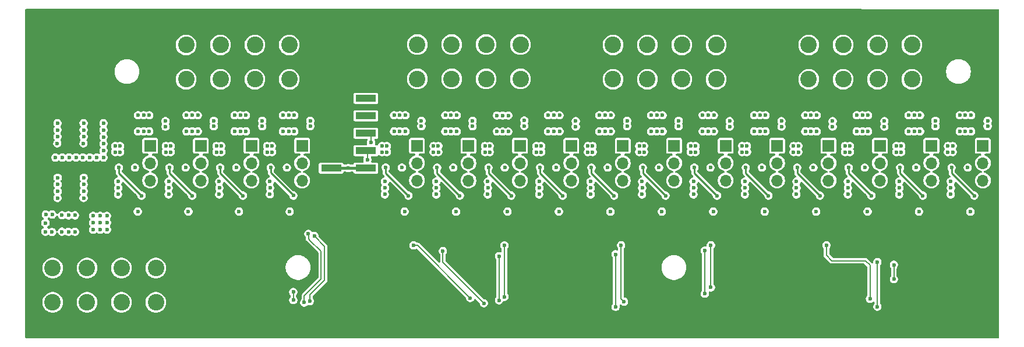
<source format=gbr>
%TF.GenerationSoftware,KiCad,Pcbnew,8.99.0-3338-g9b4c1024c9*%
%TF.CreationDate,2024-12-09T11:14:18+02:00*%
%TF.ProjectId,control_unit_v2_upper,636f6e74-726f-46c5-9f75-6e69745f7632,rev?*%
%TF.SameCoordinates,Original*%
%TF.FileFunction,Copper,L4,Bot*%
%TF.FilePolarity,Positive*%
%FSLAX46Y46*%
G04 Gerber Fmt 4.6, Leading zero omitted, Abs format (unit mm)*
G04 Created by KiCad (PCBNEW 8.99.0-3338-g9b4c1024c9) date 2024-12-09 11:14:18*
%MOMM*%
%LPD*%
G01*
G04 APERTURE LIST*
%TA.AperFunction,ComponentPad*%
%ADD10R,1.700000X1.700000*%
%TD*%
%TA.AperFunction,ComponentPad*%
%ADD11O,1.700000X1.700000*%
%TD*%
%TA.AperFunction,ComponentPad*%
%ADD12C,2.400000*%
%TD*%
%TA.AperFunction,SMDPad,CuDef*%
%ADD13R,3.000000X1.000000*%
%TD*%
%TA.AperFunction,ViaPad*%
%ADD14C,0.600000*%
%TD*%
%TA.AperFunction,Conductor*%
%ADD15C,0.200000*%
%TD*%
%TA.AperFunction,Conductor*%
%ADD16C,0.254000*%
%TD*%
%TA.AperFunction,Conductor*%
%ADD17C,0.400000*%
%TD*%
G04 APERTURE END LIST*
D10*
%TO.P,J11,1,Pin_1*%
%TO.N,/out5/P_DRAIN*%
X117168333Y-79295000D03*
D11*
%TO.P,J11,2,Pin_2*%
%TO.N,/OUT5*%
X117168333Y-81835000D03*
%TO.P,J11,3,Pin_3*%
%TO.N,/out5/N_DRAIN*%
X117168333Y-84375000D03*
%TD*%
D10*
%TO.P,J19,1,Pin_1*%
%TO.N,/out13/P_DRAIN*%
X176986515Y-79295000D03*
D11*
%TO.P,J19,2,Pin_2*%
%TO.N,/OUT13*%
X176986515Y-81835000D03*
%TO.P,J19,3,Pin_3*%
%TO.N,/out13/N_DRAIN*%
X176986515Y-84375000D03*
%TD*%
D10*
%TO.P,J15,1,Pin_1*%
%TO.N,/out9/P_DRAIN*%
X147077424Y-79295000D03*
D11*
%TO.P,J15,2,Pin_2*%
%TO.N,/OUT9*%
X147077424Y-81835000D03*
%TO.P,J15,3,Pin_3*%
%TO.N,/out9/N_DRAIN*%
X147077424Y-84375000D03*
%TD*%
D10*
%TO.P,J10,1,Pin_1*%
%TO.N,/out4/P_DRAIN*%
X100460000Y-79295000D03*
D11*
%TO.P,J10,2,Pin_2*%
%TO.N,/OUT4*%
X100460000Y-81835000D03*
%TO.P,J10,3,Pin_3*%
%TO.N,/out4/N_DRAIN*%
X100460000Y-84375000D03*
%TD*%
D10*
%TO.P,J13,1,Pin_1*%
%TO.N,/out7/P_DRAIN*%
X132122878Y-79295000D03*
D11*
%TO.P,J13,2,Pin_2*%
%TO.N,/OUT7*%
X132122878Y-81835000D03*
%TO.P,J13,3,Pin_3*%
%TO.N,/out7/N_DRAIN*%
X132122878Y-84375000D03*
%TD*%
D10*
%TO.P,J12,1,Pin_1*%
%TO.N,/out6/P_DRAIN*%
X124645606Y-79295000D03*
D11*
%TO.P,J12,2,Pin_2*%
%TO.N,/OUT6*%
X124645606Y-81835000D03*
%TO.P,J12,3,Pin_3*%
%TO.N,/out6/N_DRAIN*%
X124645606Y-84375000D03*
%TD*%
D12*
%TO.P,J3,1,Pin_1*%
%TO.N,/OUT1*%
X83610000Y-64620000D03*
X83610000Y-69620000D03*
%TO.P,J3,2,Pin_2*%
%TO.N,/OUT2*%
X88610000Y-64620000D03*
X88610000Y-69620000D03*
%TO.P,J3,3,Pin_3*%
%TO.N,/OUT3*%
X93610000Y-64620000D03*
X93610000Y-69620000D03*
%TO.P,J3,4,Pin_4*%
%TO.N,/OUT4*%
X98610000Y-64620000D03*
X98610000Y-69620000D03*
%TD*%
D10*
%TO.P,J17,1,Pin_1*%
%TO.N,/out11/P_DRAIN*%
X162031969Y-79295000D03*
D11*
%TO.P,J17,2,Pin_2*%
%TO.N,/OUT11*%
X162031969Y-81835000D03*
%TO.P,J17,3,Pin_3*%
%TO.N,/out11/N_DRAIN*%
X162031969Y-84375000D03*
%TD*%
D10*
%TO.P,J9,1,Pin_1*%
%TO.N,/out3/P_DRAIN*%
X93101667Y-79295000D03*
D11*
%TO.P,J9,2,Pin_2*%
%TO.N,/OUT3*%
X93101667Y-81835000D03*
%TO.P,J9,3,Pin_3*%
%TO.N,/out3/N_DRAIN*%
X93101667Y-84375000D03*
%TD*%
D10*
%TO.P,J8,1,Pin_1*%
%TO.N,/out2/P_DRAIN*%
X85743333Y-79295000D03*
D11*
%TO.P,J8,2,Pin_2*%
%TO.N,/OUT2*%
X85743333Y-81835000D03*
%TO.P,J8,3,Pin_3*%
%TO.N,/out2/N_DRAIN*%
X85743333Y-84375000D03*
%TD*%
D12*
%TO.P,J2,1,Pin_1*%
%TO.N,/VIN_UNPROTECTED*%
X64210000Y-97120000D03*
X64210000Y-102120000D03*
%TO.P,J2,2,Pin_2*%
%TO.N,/OUT_GND*%
X69210000Y-97120000D03*
X69210000Y-102120000D03*
%TO.P,J2,3,Pin_3*%
%TO.N,unconnected-(J2-Pin_3-Pad3)*%
X74210000Y-97120000D03*
%TO.N,unconnected-(J2-Pin_3-Pad3)_1*%
X74210000Y-102120000D03*
%TO.P,J2,4,Pin_4*%
%TO.N,unconnected-(J2-Pin_4-Pad4)*%
X79210000Y-97120000D03*
%TO.N,unconnected-(J2-Pin_4-Pad4)_1*%
X79210000Y-102120000D03*
%TD*%
%TO.P,J5,1,Pin_1*%
%TO.N,/OUT9*%
X145660000Y-64620000D03*
X145660000Y-69620000D03*
%TO.P,J5,2,Pin_2*%
%TO.N,/OUT10*%
X150660000Y-64620000D03*
X150660000Y-69620000D03*
%TO.P,J5,3,Pin_3*%
%TO.N,/OUT11*%
X155660000Y-64620000D03*
X155660000Y-69620000D03*
%TO.P,J5,4,Pin_4*%
%TO.N,/OUT12*%
X160660000Y-64620000D03*
X160660000Y-69620000D03*
%TD*%
D10*
%TO.P,J18,1,Pin_1*%
%TO.N,/out12/P_DRAIN*%
X169509242Y-79295000D03*
D11*
%TO.P,J18,2,Pin_2*%
%TO.N,/OUT12*%
X169509242Y-81835000D03*
%TO.P,J18,3,Pin_3*%
%TO.N,/out12/N_DRAIN*%
X169509242Y-84375000D03*
%TD*%
D10*
%TO.P,J21,1,Pin_1*%
%TO.N,/out15/P_DRAIN*%
X191941060Y-79295000D03*
D11*
%TO.P,J21,2,Pin_2*%
%TO.N,/OUT15*%
X191941060Y-81835000D03*
%TO.P,J21,3,Pin_3*%
%TO.N,/out15/N_DRAIN*%
X191941060Y-84375000D03*
%TD*%
D10*
%TO.P,J14,1,Pin_1*%
%TO.N,/out8/P_DRAIN*%
X139600151Y-79295000D03*
D11*
%TO.P,J14,2,Pin_2*%
%TO.N,/OUT8*%
X139600151Y-81835000D03*
%TO.P,J14,3,Pin_3*%
%TO.N,/out8/N_DRAIN*%
X139600151Y-84375000D03*
%TD*%
D10*
%TO.P,J20,1,Pin_1*%
%TO.N,/out14/P_DRAIN*%
X184463788Y-79295000D03*
D11*
%TO.P,J20,2,Pin_2*%
%TO.N,/OUT14*%
X184463788Y-81835000D03*
%TO.P,J20,3,Pin_3*%
%TO.N,/out14/N_DRAIN*%
X184463788Y-84375000D03*
%TD*%
D10*
%TO.P,J16,1,Pin_1*%
%TO.N,/out10/P_DRAIN*%
X154554697Y-79295000D03*
D11*
%TO.P,J16,2,Pin_2*%
%TO.N,/OUT10*%
X154554697Y-81835000D03*
%TO.P,J16,3,Pin_3*%
%TO.N,/out10/N_DRAIN*%
X154554697Y-84375000D03*
%TD*%
D12*
%TO.P,J4,1,Pin_1*%
%TO.N,/OUT5*%
X117210000Y-64570000D03*
X117210000Y-69570000D03*
%TO.P,J4,2,Pin_2*%
%TO.N,/OUT6*%
X122210000Y-64570000D03*
X122210000Y-69570000D03*
%TO.P,J4,3,Pin_3*%
%TO.N,/OUT7*%
X127210000Y-64570000D03*
X127210000Y-69570000D03*
%TO.P,J4,4,Pin_4*%
%TO.N,/OUT8*%
X132210000Y-64570000D03*
X132210000Y-69570000D03*
%TD*%
D10*
%TO.P,J22,1,Pin_1*%
%TO.N,/out16/P_DRAIN*%
X199418333Y-79295000D03*
D11*
%TO.P,J22,2,Pin_2*%
%TO.N,/OUT16*%
X199418333Y-81835000D03*
%TO.P,J22,3,Pin_3*%
%TO.N,/out16/N_DRAIN*%
X199418333Y-84375000D03*
%TD*%
D12*
%TO.P,J6,1,Pin_1*%
%TO.N,/OUT13*%
X174110000Y-64620000D03*
X174110000Y-69620000D03*
%TO.P,J6,2,Pin_2*%
%TO.N,/OUT14*%
X179110000Y-64620000D03*
X179110000Y-69620000D03*
%TO.P,J6,3,Pin_3*%
%TO.N,/OUT15*%
X184110000Y-64620000D03*
X184110000Y-69620000D03*
%TO.P,J6,4,Pin_4*%
%TO.N,/OUT16*%
X189110000Y-64620000D03*
X189110000Y-69620000D03*
%TD*%
D13*
%TO.P,J1,1,Pin_1*%
%TO.N,GND*%
X104690000Y-72400000D03*
%TO.P,J1,2,Pin_2*%
%TO.N,/DEBUG_TX*%
X109730000Y-72400000D03*
%TO.P,J1,3,Pin_3*%
%TO.N,GND*%
X104690000Y-74940000D03*
%TO.P,J1,4,Pin_4*%
%TO.N,/DEBUG_RX*%
X109730000Y-74940000D03*
%TO.P,J1,5,Pin_5*%
%TO.N,GND*%
X104690000Y-77480000D03*
%TO.P,J1,6,Pin_6*%
%TO.N,/SCL*%
X109730000Y-77480000D03*
%TO.P,J1,7,Pin_7*%
%TO.N,GND*%
X104690000Y-80020000D03*
%TO.P,J1,8,Pin_8*%
%TO.N,/SDA*%
X109730000Y-80020000D03*
%TO.P,J1,9,Pin_9*%
%TO.N,+3V3*%
X104690000Y-82560000D03*
%TO.P,J1,10,Pin_10*%
X109730000Y-82560000D03*
%TD*%
D10*
%TO.P,J7,1,Pin_1*%
%TO.N,/out1/P_DRAIN*%
X78385000Y-79295000D03*
D11*
%TO.P,J7,2,Pin_2*%
%TO.N,/OUT1*%
X78385000Y-81835000D03*
%TO.P,J7,3,Pin_3*%
%TO.N,/out1/N_DRAIN*%
X78385000Y-84375000D03*
%TD*%
D14*
%TO.N,GND*%
X105685000Y-89895000D03*
X132610000Y-60020000D03*
X201360000Y-97520000D03*
X184610000Y-60020000D03*
X178235000Y-92620000D03*
X90610000Y-60020000D03*
X201360000Y-81520000D03*
X162610000Y-60020000D03*
X119710000Y-105795000D03*
X165010000Y-95070000D03*
X76610000Y-60020000D03*
X91410000Y-105770000D03*
X201360000Y-85520000D03*
X159731969Y-86495000D03*
X176335000Y-105770000D03*
X201360000Y-69520000D03*
X95560000Y-95032500D03*
X174610000Y-60020000D03*
X103410000Y-66020000D03*
X102760000Y-74820000D03*
X152254697Y-86495000D03*
X144777424Y-86495000D03*
X124610000Y-60020000D03*
X133935000Y-105770000D03*
X110610000Y-60020000D03*
X120610000Y-60020000D03*
X108410000Y-86207500D03*
X102760000Y-85020000D03*
X111410000Y-67420000D03*
X111410000Y-66020000D03*
X60610000Y-66020000D03*
X60610000Y-82020000D03*
X148060000Y-105795000D03*
X60610000Y-60020000D03*
X70610000Y-60020000D03*
X201360000Y-87520000D03*
X96610000Y-60020000D03*
X60610000Y-64020000D03*
X201360000Y-73520000D03*
X168610000Y-60020000D03*
X167209242Y-86495000D03*
X124845606Y-87195000D03*
X164610000Y-60020000D03*
X180135000Y-95070000D03*
X189641060Y-86495000D03*
X102760000Y-80020000D03*
X106810000Y-80020000D03*
X122610000Y-60020000D03*
X102760000Y-77420000D03*
X152610000Y-60020000D03*
X190610000Y-60020000D03*
X166610000Y-60020000D03*
X122345606Y-86495000D03*
X106810000Y-72420000D03*
X176610000Y-60020000D03*
X60610000Y-70020000D03*
X160610000Y-60020000D03*
X98160000Y-86490000D03*
X201360000Y-79520000D03*
X60610000Y-62020000D03*
X154754697Y-87195000D03*
X60610000Y-68020000D03*
X178610000Y-60020000D03*
X88610000Y-60020000D03*
X182163788Y-86495000D03*
X111410000Y-63220000D03*
X109610000Y-89220000D03*
X104610000Y-60020000D03*
X174686515Y-86495000D03*
X201360000Y-105520000D03*
X201360000Y-91520000D03*
X188610000Y-60020000D03*
X201360000Y-71520000D03*
X158610000Y-60020000D03*
X146610000Y-60020000D03*
X86335000Y-94445000D03*
X190485000Y-105745000D03*
X194610000Y-60020000D03*
X68610000Y-60020000D03*
X106810000Y-77420000D03*
X136610000Y-60020000D03*
X162210000Y-105770000D03*
X74610000Y-60020000D03*
X137300151Y-86495000D03*
X86610000Y-60020000D03*
X140610000Y-60020000D03*
X117735000Y-92520000D03*
X108610000Y-84020000D03*
X200610000Y-60020000D03*
X130610000Y-60020000D03*
X102610000Y-60020000D03*
X60610000Y-76020000D03*
X92610000Y-60020000D03*
X192610000Y-60020000D03*
X82610000Y-60020000D03*
X139800151Y-87195000D03*
X98610000Y-60020000D03*
X108410000Y-85345000D03*
X180610000Y-60020000D03*
X60610000Y-86020000D03*
X170610000Y-60020000D03*
X138610000Y-60020000D03*
X103410000Y-64620000D03*
X163110000Y-92570000D03*
X201360000Y-67520000D03*
X197118333Y-86495000D03*
X85943333Y-87195000D03*
X107472500Y-92920000D03*
X155110000Y-105770000D03*
X169709242Y-87195000D03*
X83443333Y-86495000D03*
X100610000Y-60020000D03*
X132322878Y-87195000D03*
X134610000Y-60020000D03*
X201360000Y-63520000D03*
X156610000Y-60020000D03*
X201360000Y-77520000D03*
X134760000Y-95045000D03*
X110385000Y-91520000D03*
X132860000Y-92570000D03*
X78585000Y-87195000D03*
X142610000Y-60020000D03*
X184663788Y-87195000D03*
X103410000Y-67420000D03*
X100660000Y-87190000D03*
X169260000Y-105745000D03*
X144610000Y-60020000D03*
X201360000Y-89520000D03*
X72610000Y-60020000D03*
X198610000Y-60020000D03*
X112685000Y-105795000D03*
X201360000Y-103520000D03*
X103410000Y-63220000D03*
X201360000Y-106770000D03*
X90801667Y-86495000D03*
X183410000Y-105770000D03*
X182610000Y-60020000D03*
X140985000Y-105770000D03*
X195260000Y-95045000D03*
X60610000Y-78020000D03*
X107335000Y-96370000D03*
X150610000Y-60020000D03*
X106610000Y-60020000D03*
X94610000Y-60020000D03*
X117368333Y-87195000D03*
X76085000Y-86495000D03*
X147985000Y-92595000D03*
X149885000Y-95070000D03*
X106810000Y-75020000D03*
X62610000Y-60020000D03*
X154610000Y-60020000D03*
X177186515Y-87195000D03*
X84610000Y-60020000D03*
X197560000Y-105745000D03*
X60610000Y-72020000D03*
X201360000Y-101520000D03*
X114868333Y-86495000D03*
X83710000Y-92495000D03*
X201360000Y-61520000D03*
X60610000Y-80020000D03*
X64610000Y-60020000D03*
X201360000Y-83520000D03*
X60610000Y-74020000D03*
X201360000Y-75520000D03*
X111410000Y-64620000D03*
X126610000Y-60020000D03*
X147277424Y-87195000D03*
X128610000Y-60020000D03*
X196610000Y-60020000D03*
X93660000Y-92495000D03*
X201360000Y-99520000D03*
X98510000Y-105770000D03*
X186610000Y-60020000D03*
X172610000Y-60020000D03*
X199618333Y-87195000D03*
X66610000Y-60020000D03*
X108410000Y-87070000D03*
X116610000Y-60020000D03*
X118610000Y-60020000D03*
X102760000Y-72420000D03*
X192560000Y-93157500D03*
X201360000Y-65520000D03*
X93301667Y-87195000D03*
X78610000Y-60020000D03*
X114610000Y-60020000D03*
X201360000Y-95520000D03*
X201360000Y-93520000D03*
X60610000Y-88020000D03*
X103960000Y-87520000D03*
X108610000Y-60020000D03*
X148610000Y-60020000D03*
X129822878Y-86495000D03*
X192141060Y-87195000D03*
X162231969Y-87195000D03*
X80610000Y-60020000D03*
X112610000Y-60020000D03*
X126810000Y-105745000D03*
X119635000Y-95070000D03*
X60610000Y-84020000D03*
X105585000Y-105795000D03*
%TO.N,+VIN*%
X190141060Y-88895000D03*
X160231969Y-88895000D03*
X195033333Y-79340000D03*
X137800151Y-88895000D03*
X179388788Y-80220000D03*
X182663788Y-88895000D03*
X119570606Y-80220000D03*
X64935000Y-83970000D03*
X96075000Y-79340000D03*
X119570606Y-79340000D03*
X171911515Y-79340000D03*
X112793333Y-80220000D03*
X73310000Y-79340000D03*
X81358333Y-79340000D03*
X180078788Y-79340000D03*
X91301667Y-88895000D03*
X145277424Y-88895000D03*
X83943333Y-88895000D03*
X81368333Y-80220000D03*
X135225151Y-80220000D03*
X165134242Y-80220000D03*
X127737878Y-79340000D03*
X64910000Y-86920000D03*
X179388788Y-79340000D03*
X88026667Y-79340000D03*
X150169697Y-79340000D03*
X68710000Y-86920000D03*
X112093333Y-80220000D03*
X68735000Y-83970000D03*
X149479697Y-79340000D03*
X156956969Y-79340000D03*
X112783333Y-79340000D03*
X127747878Y-80220000D03*
X98660000Y-88890000D03*
X186866060Y-79340000D03*
X187556060Y-79340000D03*
X172601515Y-79340000D03*
X120270606Y-80220000D03*
X130322878Y-88895000D03*
X186866060Y-80220000D03*
X70110000Y-89520000D03*
X65560000Y-89420000D03*
X64935000Y-85936667D03*
X80668333Y-80220000D03*
X156956969Y-80220000D03*
X152754697Y-88895000D03*
X72110000Y-91520000D03*
X142002424Y-80220000D03*
X96085000Y-80220000D03*
X88026667Y-80220000D03*
X157646969Y-79340000D03*
X164434242Y-79340000D03*
X95385000Y-80220000D03*
X74000000Y-79340000D03*
X72110000Y-89520000D03*
X64935000Y-84953333D03*
X67460000Y-91845000D03*
X142702424Y-80220000D03*
X167709242Y-88895000D03*
X171911515Y-80220000D03*
X71110000Y-89520000D03*
X68735000Y-85936667D03*
X194343333Y-80220000D03*
X74010000Y-80220000D03*
X120260606Y-79340000D03*
X73310000Y-80220000D03*
X68735000Y-84953333D03*
X65560000Y-91820000D03*
X195043333Y-80220000D03*
X180088788Y-80220000D03*
X127047878Y-79340000D03*
X70110000Y-90520000D03*
X150179697Y-80220000D03*
X88716667Y-79340000D03*
X66510000Y-89445000D03*
X172611515Y-80220000D03*
X134525151Y-79340000D03*
X66510000Y-91845000D03*
X70110000Y-91520000D03*
X175186515Y-88895000D03*
X134525151Y-80220000D03*
X187566060Y-80220000D03*
X135215151Y-79340000D03*
X149479697Y-80220000D03*
X72110000Y-90520000D03*
X67460000Y-89445000D03*
X157656969Y-80220000D03*
X115368333Y-88895000D03*
X80668333Y-79340000D03*
X164434242Y-80220000D03*
X95385000Y-79340000D03*
X112093333Y-79340000D03*
X71110000Y-90520000D03*
X197618333Y-88895000D03*
X76585000Y-88895000D03*
X88726667Y-80220000D03*
X194343333Y-79340000D03*
X142002424Y-79340000D03*
X142692424Y-79340000D03*
X71110000Y-91520000D03*
X127047878Y-80220000D03*
X122845606Y-88895000D03*
X165124242Y-79340000D03*
%TO.N,Net-(D6-K)*%
X81193333Y-82495000D03*
X84493333Y-86570000D03*
%TO.N,/OUT1*%
X77435000Y-77220000D03*
X76610000Y-77220000D03*
X77435000Y-74870000D03*
X76610000Y-74870000D03*
X78260000Y-77220000D03*
X78260000Y-74870000D03*
%TO.N,/OUT2*%
X85310000Y-74870000D03*
X85310000Y-77220000D03*
X84485000Y-74870000D03*
X83660000Y-74870000D03*
X84485000Y-77220000D03*
X83660000Y-77220000D03*
%TO.N,/OUT3*%
X92310000Y-74870000D03*
X92310000Y-77220000D03*
X91485000Y-77220000D03*
X90660000Y-74870000D03*
X91485000Y-74870000D03*
X90660000Y-77220000D03*
%TO.N,/OUT4*%
X98510000Y-77220000D03*
X99335000Y-77220000D03*
X97685000Y-77220000D03*
X99335000Y-74870000D03*
X98510000Y-74870000D03*
X97685000Y-74870000D03*
%TO.N,Net-(D3-K)*%
X77135000Y-86570000D03*
X73835000Y-82495000D03*
%TO.N,/OUT5*%
X114660000Y-74870000D03*
X113835000Y-77220000D03*
X115485000Y-77220000D03*
X114660000Y-77220000D03*
X113835000Y-74870000D03*
X115485000Y-74870000D03*
%TO.N,Net-(D9-K)*%
X91851667Y-86570000D03*
X88551667Y-82495000D03*
%TO.N,/OUT6*%
X121285000Y-74870000D03*
X122110000Y-74870000D03*
X122935000Y-77220000D03*
X122110000Y-77220000D03*
X122935000Y-74870000D03*
X121285000Y-77220000D03*
%TO.N,Net-(D12-K)*%
X95910000Y-82490000D03*
X99210000Y-86565000D03*
%TO.N,/OUT7*%
X128785000Y-77245000D03*
X130435000Y-77245000D03*
X129610000Y-77245000D03*
X129610000Y-74895000D03*
X128785000Y-74895000D03*
X130435000Y-74895000D03*
%TO.N,Net-(D15-K)*%
X115918333Y-86570000D03*
X112618333Y-82495000D03*
%TO.N,/OUT8*%
X136235000Y-74870000D03*
X137060000Y-74870000D03*
X137060000Y-77220000D03*
X137885000Y-74870000D03*
X137885000Y-77220000D03*
X136235000Y-77220000D03*
%TO.N,Net-(D18-K)*%
X123395606Y-86570000D03*
X120095606Y-82495000D03*
%TO.N,/OUT9*%
X145335000Y-77220000D03*
X145335000Y-74870000D03*
X143685000Y-77220000D03*
X143685000Y-74870000D03*
X144510000Y-74870000D03*
X144510000Y-77220000D03*
%TO.N,Net-(D21-K)*%
X130872878Y-86570000D03*
X127572878Y-82495000D03*
%TO.N,/OUT10*%
X151210000Y-77220000D03*
X152860000Y-74870000D03*
X152035000Y-74870000D03*
X151210000Y-74870000D03*
X152860000Y-77220000D03*
X152035000Y-77220000D03*
%TO.N,Net-(D24-K)*%
X135050151Y-82495000D03*
X138350151Y-86570000D03*
%TO.N,/OUT11*%
X158685000Y-74870000D03*
X159510000Y-77220000D03*
X159510000Y-74870000D03*
X160335000Y-77220000D03*
X158685000Y-77220000D03*
X160335000Y-74870000D03*
%TO.N,Net-(D27-K)*%
X145827424Y-86570000D03*
X142527424Y-82495000D03*
%TO.N,Net-(D30-K)*%
X150004697Y-82495000D03*
X153304697Y-86570000D03*
%TO.N,Net-(D33-K)*%
X160781969Y-86570000D03*
X157481969Y-82495000D03*
%TO.N,Net-(D36-K)*%
X164959242Y-82495000D03*
X168259242Y-86570000D03*
%TO.N,Net-(D39-K)*%
X172436515Y-82495000D03*
X175736515Y-86570000D03*
%TO.N,Net-(D42-K)*%
X183213788Y-86570000D03*
X179913788Y-82495000D03*
%TO.N,Net-(D45-K)*%
X187391060Y-82495000D03*
X190691060Y-86570000D03*
%TO.N,Net-(D48-K)*%
X198168333Y-86570000D03*
X194868333Y-82495000D03*
%TO.N,/OUT12*%
X166185000Y-77220000D03*
X166185000Y-74870000D03*
X167835000Y-77220000D03*
X167010000Y-74870000D03*
X167835000Y-74870000D03*
X167010000Y-77220000D03*
%TO.N,/OUT13*%
X175260000Y-77220000D03*
X173610000Y-74870000D03*
X174435000Y-74870000D03*
X174435000Y-77220000D03*
X173610000Y-77220000D03*
X175260000Y-74870000D03*
%TO.N,/OUT14*%
X181910000Y-77220000D03*
X181910000Y-74870000D03*
X181085000Y-77220000D03*
X181085000Y-74870000D03*
X182735000Y-77220000D03*
X182735000Y-74870000D03*
%TO.N,/OUT15*%
X188635000Y-77220000D03*
X190285000Y-77220000D03*
X190285000Y-74870000D03*
X189460000Y-77220000D03*
X189460000Y-74870000D03*
X188635000Y-74870000D03*
%TO.N,/OUT16*%
X196060000Y-74870000D03*
X196885000Y-77220000D03*
X197710000Y-77220000D03*
X197710000Y-74870000D03*
X196885000Y-74870000D03*
X196060000Y-77220000D03*
%TO.N,/VIN_UNPROTECTED*%
X63160000Y-91820000D03*
X63160000Y-90570000D03*
X63210000Y-89320000D03*
X64110000Y-91870000D03*
X64160000Y-89320000D03*
%TO.N,/SDA*%
X109947500Y-81332500D03*
%TO.N,+3V3*%
X107185000Y-82560000D03*
%TO.N,/SCL*%
X110485000Y-78820000D03*
%TO.N,/CTRL8*%
X129885000Y-101320000D03*
X129885000Y-93820000D03*
%TO.N,/CTRL9*%
X146035000Y-102770000D03*
X146035000Y-95120000D03*
%TO.N,/CTRL7*%
X129085000Y-95395000D03*
X129085000Y-101820000D03*
%TO.N,/CTRL10*%
X146835000Y-93807500D03*
X147260000Y-102020000D03*
%TO.N,/CTRL14*%
X176685000Y-93807500D03*
X183010000Y-101620000D03*
%TO.N,/CTRL5*%
X120935000Y-94645000D03*
X126885000Y-102245000D03*
%TO.N,/CTRL11*%
X158997500Y-94582500D03*
X158997500Y-100857500D03*
%TO.N,/CTRL16*%
X186485000Y-98745000D03*
X186485000Y-96645000D03*
%TO.N,/CTRL6*%
X124910000Y-101495000D03*
X116660000Y-93807500D03*
%TO.N,/CTRL13*%
X184085000Y-102745000D03*
X184085000Y-96245000D03*
%TO.N,/CTRL1*%
X99185000Y-101795000D03*
X99185000Y-100620000D03*
%TO.N,/CTRL3*%
X100785000Y-102145000D03*
X101385000Y-92145000D03*
%TO.N,/CTRL4*%
X101585000Y-101945000D03*
X102235000Y-92420000D03*
%TO.N,/CTRL12*%
X159885000Y-99945000D03*
X159885000Y-93807500D03*
%TO.N,/OUT_GND*%
X155196364Y-76469999D03*
X185105455Y-76520000D03*
X98260000Y-82490000D03*
X134925151Y-84520000D03*
X101660000Y-76470000D03*
X132764545Y-75620000D03*
X114968333Y-82495000D03*
X164859242Y-85457500D03*
X149879697Y-86395000D03*
X71610000Y-80020000D03*
X83543333Y-82495000D03*
X197218333Y-82495000D03*
X66610000Y-81020000D03*
X149879697Y-84520000D03*
X69610000Y-81020000D03*
X147719091Y-75670000D03*
X68610000Y-81020000D03*
X67610000Y-81020000D03*
X94668333Y-75670000D03*
X155196364Y-75669999D03*
X177578182Y-75719999D03*
X192532727Y-75670000D03*
X127447878Y-84520000D03*
X125237273Y-76470000D03*
X95810000Y-85452500D03*
X149904697Y-85457500D03*
X68710000Y-77986667D03*
X172311515Y-84520000D03*
X87635000Y-75670000D03*
X81093333Y-85457500D03*
X95785000Y-86390000D03*
X64910000Y-77003333D03*
X101660000Y-75670000D03*
X119970606Y-84520000D03*
X112493333Y-84520000D03*
X76185000Y-82495000D03*
X170150909Y-75720000D03*
X187291060Y-85457500D03*
X200110000Y-76469999D03*
X88426667Y-86395000D03*
X112493333Y-86395000D03*
X177578182Y-76519999D03*
X157381969Y-85457500D03*
X174786515Y-82495000D03*
X112518333Y-85457500D03*
X80610000Y-76520000D03*
X162623636Y-75719999D03*
X71610000Y-78020000D03*
X64910000Y-76020000D03*
X189741060Y-82495000D03*
X87635000Y-76470000D03*
X134925151Y-86395000D03*
X73735000Y-85457500D03*
X172311515Y-86395000D03*
X182263788Y-82495000D03*
X127447878Y-86395000D03*
X122445606Y-82495000D03*
X64910000Y-77986667D03*
X179788788Y-84520000D03*
X185105455Y-75720000D03*
X64885000Y-78970000D03*
X140241818Y-75719999D03*
X71610000Y-77020000D03*
X144877424Y-82495000D03*
X137400151Y-82495000D03*
X73710000Y-84520000D03*
X119995606Y-85457500D03*
X94668333Y-76470000D03*
X71610000Y-81020000D03*
X81068333Y-86395000D03*
X157356969Y-86395000D03*
X167309242Y-82495000D03*
X194743333Y-86395000D03*
X71610000Y-76020000D03*
X70610000Y-81020000D03*
X134950151Y-85457500D03*
X170150909Y-76520000D03*
X147719091Y-76470000D03*
X127472878Y-85457500D03*
X200110000Y-75669999D03*
X117810000Y-76469999D03*
X179788788Y-86395000D03*
X194768333Y-85457500D03*
X187266060Y-84520000D03*
X194743333Y-84520000D03*
X187266060Y-86395000D03*
X81068333Y-84520000D03*
X179813788Y-85457500D03*
X152354697Y-82495000D03*
X90901667Y-82495000D03*
X164834242Y-84520000D03*
X129922878Y-82495000D03*
X68685000Y-78970000D03*
X88426667Y-84520000D03*
X142402424Y-84520000D03*
X125237273Y-75670000D03*
X73710000Y-86395000D03*
X157356969Y-84520000D03*
X71610000Y-79020000D03*
X68710000Y-76020000D03*
X142402424Y-86395000D03*
X132764545Y-76420000D03*
X119970606Y-86395000D03*
X80610000Y-75720000D03*
X164834242Y-86395000D03*
X64610000Y-81020000D03*
X142427424Y-85457500D03*
X65610000Y-81020000D03*
X95785000Y-84515000D03*
X68710000Y-77003333D03*
X162623636Y-76519999D03*
X140241818Y-76519999D03*
X88451667Y-85457500D03*
X172336515Y-85457500D03*
X192532727Y-76470000D03*
X117810000Y-75669999D03*
X159831969Y-82495000D03*
%TD*%
D15*
%TO.N,/CTRL6*%
X117222500Y-93807500D02*
X116660000Y-93807500D01*
X124910000Y-101495000D02*
X117222500Y-93807500D01*
D16*
%TO.N,Net-(D6-K)*%
X81193333Y-83270000D02*
X81193333Y-82495000D01*
X84493333Y-86570000D02*
X81193333Y-83270000D01*
%TO.N,Net-(D3-K)*%
X77135000Y-86570000D02*
X73835000Y-83270000D01*
X73835000Y-83270000D02*
X73835000Y-82495000D01*
%TO.N,Net-(D9-K)*%
X91851667Y-86570000D02*
X88551667Y-83270000D01*
X88551667Y-83270000D02*
X88551667Y-82495000D01*
%TO.N,Net-(D12-K)*%
X99210000Y-86565000D02*
X95910000Y-83265000D01*
X95910000Y-83265000D02*
X95910000Y-82490000D01*
%TO.N,Net-(D15-K)*%
X112618333Y-83270000D02*
X112618333Y-82495000D01*
X115918333Y-86570000D02*
X112618333Y-83270000D01*
%TO.N,Net-(D18-K)*%
X123395606Y-86570000D02*
X120095606Y-83270000D01*
X120095606Y-83270000D02*
X120095606Y-82495000D01*
%TO.N,Net-(D21-K)*%
X127572878Y-83270000D02*
X127572878Y-82495000D01*
X130872878Y-86570000D02*
X127572878Y-83270000D01*
%TO.N,Net-(D24-K)*%
X135050151Y-83270000D02*
X135050151Y-82495000D01*
X138350151Y-86570000D02*
X135050151Y-83270000D01*
%TO.N,Net-(D27-K)*%
X142527424Y-83270000D02*
X142527424Y-82495000D01*
X145827424Y-86570000D02*
X142527424Y-83270000D01*
%TO.N,Net-(D30-K)*%
X150004697Y-83270000D02*
X150004697Y-82495000D01*
X153304697Y-86570000D02*
X150004697Y-83270000D01*
%TO.N,Net-(D33-K)*%
X157481969Y-83270000D02*
X157481969Y-82495000D01*
X160781969Y-86570000D02*
X157481969Y-83270000D01*
%TO.N,Net-(D36-K)*%
X164959242Y-83270000D02*
X164959242Y-82495000D01*
X168259242Y-86570000D02*
X164959242Y-83270000D01*
%TO.N,Net-(D39-K)*%
X175736515Y-86570000D02*
X172436515Y-83270000D01*
X172436515Y-83270000D02*
X172436515Y-82495000D01*
%TO.N,Net-(D42-K)*%
X179913788Y-83270000D02*
X179913788Y-82495000D01*
X183213788Y-86570000D02*
X179913788Y-83270000D01*
%TO.N,Net-(D45-K)*%
X187391060Y-83270000D02*
X187391060Y-82495000D01*
X190691060Y-86570000D02*
X187391060Y-83270000D01*
%TO.N,Net-(D48-K)*%
X194868333Y-83270000D02*
X194868333Y-82495000D01*
X198168333Y-86570000D02*
X194868333Y-83270000D01*
D15*
%TO.N,/SDA*%
X109947500Y-81332500D02*
X109947500Y-80237500D01*
X109947500Y-80237500D02*
X109730000Y-80020000D01*
D16*
X109960000Y-80250000D02*
X109730000Y-80020000D01*
D17*
%TO.N,+3V3*%
X107185000Y-82560000D02*
X104690000Y-82560000D01*
X107185000Y-82560000D02*
X109730000Y-82560000D01*
D15*
%TO.N,/SCL*%
X110485000Y-77645000D02*
X110485000Y-78820000D01*
X110320000Y-77480000D02*
X110485000Y-77645000D01*
X109730000Y-77480000D02*
X110320000Y-77480000D01*
%TO.N,/CTRL8*%
X129885000Y-101320000D02*
X129885000Y-93820000D01*
%TO.N,/CTRL9*%
X146035000Y-102770000D02*
X146035000Y-95120000D01*
%TO.N,/CTRL7*%
X129085000Y-101820000D02*
X129085000Y-95395000D01*
%TO.N,/CTRL10*%
X146810000Y-96270000D02*
X146810000Y-93820000D01*
X147260000Y-102020000D02*
X146810000Y-101570000D01*
X146810000Y-101570000D02*
X146810000Y-96270000D01*
%TO.N,/CTRL14*%
X177485000Y-96070000D02*
X179060000Y-96070000D01*
X176685000Y-95270000D02*
X176685000Y-93820000D01*
X176685000Y-95270000D02*
X177485000Y-96070000D01*
X182360000Y-96070000D02*
X179060000Y-96070000D01*
X183010000Y-96720000D02*
X182360000Y-96070000D01*
X183010000Y-101620000D02*
X183010000Y-96720000D01*
%TO.N,/CTRL5*%
X126885000Y-102245000D02*
X120935000Y-96295000D01*
X120935000Y-96295000D02*
X120935000Y-94645000D01*
%TO.N,/CTRL11*%
X158997500Y-100857500D02*
X159010000Y-100845000D01*
X159010000Y-100845000D02*
X159010000Y-94620000D01*
%TO.N,/CTRL16*%
X186485000Y-98745000D02*
X186485000Y-96645000D01*
%TO.N,/CTRL13*%
X184085000Y-102745000D02*
X184085000Y-96245000D01*
%TO.N,/CTRL1*%
X99185000Y-101795000D02*
X99185000Y-100645000D01*
%TO.N,/CTRL3*%
X100785000Y-102145000D02*
X100785000Y-101145000D01*
X103235000Y-95320000D02*
X103235000Y-94695000D01*
X102135000Y-99795000D02*
X103235000Y-98695000D01*
X100785000Y-101145000D02*
X102135000Y-99795000D01*
X101635000Y-93095000D02*
X101410000Y-92870000D01*
X103235000Y-94695000D02*
X101635000Y-93095000D01*
X103235000Y-98695000D02*
X103235000Y-96170000D01*
X101410000Y-92870000D02*
X101410000Y-92045000D01*
X103235000Y-96170000D02*
X103235000Y-95320000D01*
%TO.N,/CTRL4*%
X103735000Y-98170000D02*
X103735000Y-93945000D01*
X103735000Y-98895000D02*
X103735000Y-98170000D01*
X101585000Y-101945000D02*
X101585000Y-101045000D01*
X101585000Y-101045000D02*
X102535000Y-100095000D01*
X102535000Y-100095000D02*
X103735000Y-98895000D01*
X103735000Y-93945000D02*
X102260000Y-92470000D01*
%TO.N,/CTRL12*%
X159885000Y-99945000D02*
X159885000Y-93820000D01*
%TD*%
%TA.AperFunction,Conductor*%
%TO.N,GND*%
G36*
X201310000Y-59420000D02*
G01*
X201650500Y-59420000D01*
X201725000Y-59439962D01*
X201779538Y-59494500D01*
X201799500Y-59569000D01*
X201799500Y-107170500D01*
X201779538Y-107245000D01*
X201725000Y-107299538D01*
X201650500Y-107319500D01*
X60349500Y-107319500D01*
X60275000Y-107299538D01*
X60220462Y-107245000D01*
X60200500Y-107170500D01*
X60200500Y-102001908D01*
X62709500Y-102001908D01*
X62709500Y-102238092D01*
X62746447Y-102471368D01*
X62819432Y-102695992D01*
X62926657Y-102906433D01*
X63065483Y-103097510D01*
X63232490Y-103264517D01*
X63423567Y-103403343D01*
X63634008Y-103510568D01*
X63858632Y-103583553D01*
X64091908Y-103620500D01*
X64091913Y-103620500D01*
X64328087Y-103620500D01*
X64328092Y-103620500D01*
X64561368Y-103583553D01*
X64785992Y-103510568D01*
X64996433Y-103403343D01*
X65187510Y-103264517D01*
X65354517Y-103097510D01*
X65493343Y-102906433D01*
X65600568Y-102695992D01*
X65673553Y-102471368D01*
X65710500Y-102238092D01*
X65710500Y-102001908D01*
X67709500Y-102001908D01*
X67709500Y-102238092D01*
X67746447Y-102471368D01*
X67819432Y-102695992D01*
X67926657Y-102906433D01*
X68065483Y-103097510D01*
X68232490Y-103264517D01*
X68423567Y-103403343D01*
X68634008Y-103510568D01*
X68858632Y-103583553D01*
X69091908Y-103620500D01*
X69091913Y-103620500D01*
X69328087Y-103620500D01*
X69328092Y-103620500D01*
X69561368Y-103583553D01*
X69785992Y-103510568D01*
X69996433Y-103403343D01*
X70187510Y-103264517D01*
X70354517Y-103097510D01*
X70493343Y-102906433D01*
X70600568Y-102695992D01*
X70673553Y-102471368D01*
X70710500Y-102238092D01*
X70710500Y-102001908D01*
X72709500Y-102001908D01*
X72709500Y-102238092D01*
X72746447Y-102471368D01*
X72819432Y-102695992D01*
X72926657Y-102906433D01*
X73065483Y-103097510D01*
X73232490Y-103264517D01*
X73423567Y-103403343D01*
X73634008Y-103510568D01*
X73858632Y-103583553D01*
X74091908Y-103620500D01*
X74091913Y-103620500D01*
X74328087Y-103620500D01*
X74328092Y-103620500D01*
X74561368Y-103583553D01*
X74785992Y-103510568D01*
X74996433Y-103403343D01*
X75187510Y-103264517D01*
X75354517Y-103097510D01*
X75493343Y-102906433D01*
X75600568Y-102695992D01*
X75673553Y-102471368D01*
X75710500Y-102238092D01*
X75710500Y-102001908D01*
X77709500Y-102001908D01*
X77709500Y-102238092D01*
X77746447Y-102471368D01*
X77819432Y-102695992D01*
X77926657Y-102906433D01*
X78065483Y-103097510D01*
X78232490Y-103264517D01*
X78423567Y-103403343D01*
X78634008Y-103510568D01*
X78858632Y-103583553D01*
X79091908Y-103620500D01*
X79091913Y-103620500D01*
X79328087Y-103620500D01*
X79328092Y-103620500D01*
X79561368Y-103583553D01*
X79785992Y-103510568D01*
X79996433Y-103403343D01*
X80187510Y-103264517D01*
X80354517Y-103097510D01*
X80493343Y-102906433D01*
X80600568Y-102695992D01*
X80673553Y-102471368D01*
X80710500Y-102238092D01*
X80710500Y-102001908D01*
X80673553Y-101768632D01*
X80600568Y-101544008D01*
X80493343Y-101333567D01*
X80354517Y-101142490D01*
X80187510Y-100975483D01*
X79996433Y-100836657D01*
X79785992Y-100729432D01*
X79561368Y-100656447D01*
X79328092Y-100619500D01*
X79091908Y-100619500D01*
X78858632Y-100656447D01*
X78634008Y-100729432D01*
X78634002Y-100729434D01*
X78634002Y-100729435D01*
X78423565Y-100836658D01*
X78232499Y-100975476D01*
X78232488Y-100975485D01*
X78065485Y-101142488D01*
X78065476Y-101142499D01*
X77926658Y-101333565D01*
X77926657Y-101333567D01*
X77819432Y-101544008D01*
X77746447Y-101768632D01*
X77709500Y-102001908D01*
X75710500Y-102001908D01*
X75673553Y-101768632D01*
X75600568Y-101544008D01*
X75493343Y-101333567D01*
X75354517Y-101142490D01*
X75187510Y-100975483D01*
X74996433Y-100836657D01*
X74785992Y-100729432D01*
X74561368Y-100656447D01*
X74328092Y-100619500D01*
X74091908Y-100619500D01*
X73858632Y-100656447D01*
X73634008Y-100729432D01*
X73634002Y-100729434D01*
X73634002Y-100729435D01*
X73423565Y-100836658D01*
X73232499Y-100975476D01*
X73232488Y-100975485D01*
X73065485Y-101142488D01*
X73065476Y-101142499D01*
X72926658Y-101333565D01*
X72926657Y-101333567D01*
X72819432Y-101544008D01*
X72746447Y-101768632D01*
X72709500Y-102001908D01*
X70710500Y-102001908D01*
X70673553Y-101768632D01*
X70600568Y-101544008D01*
X70493343Y-101333567D01*
X70354517Y-101142490D01*
X70187510Y-100975483D01*
X69996433Y-100836657D01*
X69785992Y-100729432D01*
X69561368Y-100656447D01*
X69328092Y-100619500D01*
X69091908Y-100619500D01*
X68858632Y-100656447D01*
X68634008Y-100729432D01*
X68634002Y-100729434D01*
X68634002Y-100729435D01*
X68423565Y-100836658D01*
X68232499Y-100975476D01*
X68232488Y-100975485D01*
X68065485Y-101142488D01*
X68065476Y-101142499D01*
X67926658Y-101333565D01*
X67926657Y-101333567D01*
X67819432Y-101544008D01*
X67746447Y-101768632D01*
X67709500Y-102001908D01*
X65710500Y-102001908D01*
X65673553Y-101768632D01*
X65600568Y-101544008D01*
X65493343Y-101333567D01*
X65354517Y-101142490D01*
X65187510Y-100975483D01*
X64996433Y-100836657D01*
X64785992Y-100729432D01*
X64561368Y-100656447D01*
X64328092Y-100619500D01*
X64091908Y-100619500D01*
X63858632Y-100656447D01*
X63634008Y-100729432D01*
X63634002Y-100729434D01*
X63634002Y-100729435D01*
X63423565Y-100836658D01*
X63232499Y-100975476D01*
X63232488Y-100975485D01*
X63065485Y-101142488D01*
X63065476Y-101142499D01*
X62926658Y-101333565D01*
X62926657Y-101333567D01*
X62819432Y-101544008D01*
X62746447Y-101768632D01*
X62709500Y-102001908D01*
X60200500Y-102001908D01*
X60200500Y-100540941D01*
X98584500Y-100540941D01*
X98584500Y-100540943D01*
X98584500Y-100699057D01*
X98625423Y-100851784D01*
X98652737Y-100899093D01*
X98704480Y-100988716D01*
X98740859Y-101025095D01*
X98750666Y-101042082D01*
X98764538Y-101055954D01*
X98769615Y-101074902D01*
X98779423Y-101091890D01*
X98784500Y-101130454D01*
X98784500Y-101284546D01*
X98764538Y-101359046D01*
X98740859Y-101389905D01*
X98704480Y-101426283D01*
X98625424Y-101563214D01*
X98625423Y-101563216D01*
X98615337Y-101600859D01*
X98584500Y-101715941D01*
X98584500Y-101874058D01*
X98585979Y-101879577D01*
X98625423Y-102026784D01*
X98704480Y-102163716D01*
X98816284Y-102275520D01*
X98953216Y-102354577D01*
X99105943Y-102395500D01*
X99264057Y-102395500D01*
X99416784Y-102354577D01*
X99553716Y-102275520D01*
X99665520Y-102163716D01*
X99721970Y-102065941D01*
X100184500Y-102065941D01*
X100184500Y-102224058D01*
X100191929Y-102251784D01*
X100225423Y-102376784D01*
X100304480Y-102513716D01*
X100416284Y-102625520D01*
X100553216Y-102704577D01*
X100705943Y-102745500D01*
X100864057Y-102745500D01*
X101016784Y-102704577D01*
X101153716Y-102625520D01*
X101230432Y-102548803D01*
X101297225Y-102510240D01*
X101374351Y-102510240D01*
X101505943Y-102545500D01*
X101664057Y-102545500D01*
X101816784Y-102504577D01*
X101953716Y-102425520D01*
X102065520Y-102313716D01*
X102144577Y-102176784D01*
X102185500Y-102024057D01*
X102185500Y-101865943D01*
X102144577Y-101713216D01*
X102065520Y-101576284D01*
X102029141Y-101539905D01*
X102019333Y-101522917D01*
X102005462Y-101509046D01*
X102000384Y-101490097D01*
X101990577Y-101473110D01*
X101985500Y-101434546D01*
X101985500Y-101272611D01*
X102005462Y-101198111D01*
X102029141Y-101167252D01*
X102855480Y-100340913D01*
X103135970Y-100060423D01*
X104055480Y-99140913D01*
X104108207Y-99049588D01*
X104135500Y-98947727D01*
X104135500Y-98842273D01*
X104135500Y-98117273D01*
X104135500Y-93892273D01*
X104108207Y-93790413D01*
X104108207Y-93790412D01*
X104072428Y-93728441D01*
X116059500Y-93728441D01*
X116059500Y-93886558D01*
X116067935Y-93918037D01*
X116100423Y-94039284D01*
X116179480Y-94176216D01*
X116291284Y-94288020D01*
X116428216Y-94367077D01*
X116580943Y-94408000D01*
X116739057Y-94408000D01*
X116891784Y-94367077D01*
X116998116Y-94305686D01*
X117072614Y-94285725D01*
X117147114Y-94305687D01*
X117177973Y-94329366D01*
X124265859Y-101417251D01*
X124304423Y-101484046D01*
X124309500Y-101522610D01*
X124309500Y-101574058D01*
X124319078Y-101609801D01*
X124350423Y-101726784D01*
X124429480Y-101863716D01*
X124541284Y-101975520D01*
X124678216Y-102054577D01*
X124830943Y-102095500D01*
X124989057Y-102095500D01*
X125141784Y-102054577D01*
X125278716Y-101975520D01*
X125390520Y-101863716D01*
X125469577Y-101726784D01*
X125472691Y-101715159D01*
X125511254Y-101648366D01*
X125578049Y-101609801D01*
X125655177Y-101609801D01*
X125721972Y-101648364D01*
X126240859Y-102167251D01*
X126279423Y-102234046D01*
X126284500Y-102272610D01*
X126284500Y-102324058D01*
X126288746Y-102339905D01*
X126325423Y-102476784D01*
X126404480Y-102613716D01*
X126516284Y-102725520D01*
X126653216Y-102804577D01*
X126805943Y-102845500D01*
X126964057Y-102845500D01*
X127116784Y-102804577D01*
X127253716Y-102725520D01*
X127365520Y-102613716D01*
X127444577Y-102476784D01*
X127485500Y-102324057D01*
X127485500Y-102165943D01*
X127444577Y-102013216D01*
X127365520Y-101876284D01*
X127253716Y-101764480D01*
X127116784Y-101685423D01*
X126964057Y-101644500D01*
X126912610Y-101644500D01*
X126838110Y-101624538D01*
X126807251Y-101600859D01*
X121379141Y-96172748D01*
X121340577Y-96105953D01*
X121335500Y-96067389D01*
X121335500Y-95315941D01*
X128484500Y-95315941D01*
X128484500Y-95315943D01*
X128484500Y-95474057D01*
X128525423Y-95626784D01*
X128565843Y-95696794D01*
X128604480Y-95763716D01*
X128640859Y-95800095D01*
X128679423Y-95866890D01*
X128684500Y-95905454D01*
X128684500Y-101309546D01*
X128664538Y-101384046D01*
X128640859Y-101414905D01*
X128604480Y-101451283D01*
X128533597Y-101574058D01*
X128525423Y-101588216D01*
X128515691Y-101624538D01*
X128484500Y-101740941D01*
X128484500Y-101899058D01*
X128490822Y-101922651D01*
X128525423Y-102051784D01*
X128604480Y-102188716D01*
X128716284Y-102300520D01*
X128853216Y-102379577D01*
X129005943Y-102420500D01*
X129164057Y-102420500D01*
X129316784Y-102379577D01*
X129453716Y-102300520D01*
X129565520Y-102188716D01*
X129644577Y-102051784D01*
X129650234Y-102030668D01*
X129688798Y-101963875D01*
X129755593Y-101925311D01*
X129796177Y-101922651D01*
X129796177Y-101920500D01*
X129964057Y-101920500D01*
X130116784Y-101879577D01*
X130253716Y-101800520D01*
X130365520Y-101688716D01*
X130444577Y-101551784D01*
X130485500Y-101399057D01*
X130485500Y-101240943D01*
X130444577Y-101088216D01*
X130365520Y-100951284D01*
X130329141Y-100914905D01*
X130290577Y-100848110D01*
X130285500Y-100809546D01*
X130285500Y-95040941D01*
X145434500Y-95040941D01*
X145434500Y-95040943D01*
X145434500Y-95199057D01*
X145475423Y-95351784D01*
X145521573Y-95431719D01*
X145554480Y-95488716D01*
X145590859Y-95525095D01*
X145629423Y-95591890D01*
X145634500Y-95630454D01*
X145634500Y-102259546D01*
X145614538Y-102334046D01*
X145590859Y-102364905D01*
X145554480Y-102401283D01*
X145489568Y-102513716D01*
X145475423Y-102538216D01*
X145456431Y-102609095D01*
X145434500Y-102690941D01*
X145434500Y-102690943D01*
X145434500Y-102849057D01*
X145475423Y-103001784D01*
X145554480Y-103138716D01*
X145666284Y-103250520D01*
X145803216Y-103329577D01*
X145955943Y-103370500D01*
X146114057Y-103370500D01*
X146266784Y-103329577D01*
X146403716Y-103250520D01*
X146515520Y-103138716D01*
X146594577Y-103001784D01*
X146635500Y-102849057D01*
X146635500Y-102690943D01*
X146635499Y-102690937D01*
X146616625Y-102620500D01*
X146616099Y-102618541D01*
X146616099Y-102541414D01*
X146654662Y-102474618D01*
X146721456Y-102436054D01*
X146798584Y-102436053D01*
X146865380Y-102474616D01*
X146891284Y-102500520D01*
X147028216Y-102579577D01*
X147180943Y-102620500D01*
X147339057Y-102620500D01*
X147491784Y-102579577D01*
X147628716Y-102500520D01*
X147740520Y-102388716D01*
X147819577Y-102251784D01*
X147860500Y-102099057D01*
X147860500Y-101940943D01*
X147819577Y-101788216D01*
X147740520Y-101651284D01*
X147628716Y-101539480D01*
X147491784Y-101460423D01*
X147339057Y-101419500D01*
X147329623Y-101416972D01*
X147330023Y-101415477D01*
X147268792Y-101390113D01*
X147221841Y-101328922D01*
X147210500Y-101271905D01*
X147210500Y-96931983D01*
X152699500Y-96931983D01*
X152699500Y-97168016D01*
X152730305Y-97402006D01*
X152730306Y-97402012D01*
X152730307Y-97402014D01*
X152748890Y-97471368D01*
X152791395Y-97629996D01*
X152881719Y-97848056D01*
X152984463Y-98026013D01*
X152999727Y-98052450D01*
X153143408Y-98239699D01*
X153310301Y-98406592D01*
X153497550Y-98550273D01*
X153536478Y-98572748D01*
X153701943Y-98668280D01*
X153701946Y-98668281D01*
X153701951Y-98668284D01*
X153920007Y-98758606D01*
X154147986Y-98819693D01*
X154147992Y-98819693D01*
X154147993Y-98819694D01*
X154211603Y-98828068D01*
X154381989Y-98850500D01*
X154618011Y-98850500D01*
X154852014Y-98819693D01*
X155079993Y-98758606D01*
X155298049Y-98668284D01*
X155502450Y-98550273D01*
X155689699Y-98406592D01*
X155856592Y-98239699D01*
X156000273Y-98052450D01*
X156118284Y-97848049D01*
X156208606Y-97629993D01*
X156269693Y-97402014D01*
X156300500Y-97168011D01*
X156300500Y-96931989D01*
X156269693Y-96697986D01*
X156208606Y-96470007D01*
X156118284Y-96251951D01*
X156118281Y-96251946D01*
X156118280Y-96251943D01*
X156047360Y-96129107D01*
X156000273Y-96047550D01*
X155856592Y-95860301D01*
X155689699Y-95693408D01*
X155502450Y-95549727D01*
X155459786Y-95525095D01*
X155298056Y-95431719D01*
X155280840Y-95424588D01*
X155234191Y-95405265D01*
X155079996Y-95341395D01*
X155079994Y-95341394D01*
X155079993Y-95341394D01*
X154852014Y-95280307D01*
X154852012Y-95280306D01*
X154852006Y-95280305D01*
X154618016Y-95249500D01*
X154618011Y-95249500D01*
X154381989Y-95249500D01*
X154381983Y-95249500D01*
X154147993Y-95280305D01*
X153920003Y-95341395D01*
X153701943Y-95431719D01*
X153497551Y-95549726D01*
X153497550Y-95549727D01*
X153310301Y-95693408D01*
X153310299Y-95693409D01*
X153310295Y-95693413D01*
X153143413Y-95860295D01*
X152999726Y-96047551D01*
X152881719Y-96251943D01*
X152791395Y-96470003D01*
X152730305Y-96697993D01*
X152699500Y-96931983D01*
X147210500Y-96931983D01*
X147210500Y-94503441D01*
X158397000Y-94503441D01*
X158397000Y-94503443D01*
X158397000Y-94661557D01*
X158437923Y-94814284D01*
X158510500Y-94939992D01*
X158516980Y-94951216D01*
X158565859Y-95000095D01*
X158604423Y-95066890D01*
X158609500Y-95105454D01*
X158609500Y-100334546D01*
X158589538Y-100409046D01*
X158565859Y-100439905D01*
X158516980Y-100488783D01*
X158484235Y-100545500D01*
X158437923Y-100625716D01*
X158418931Y-100696595D01*
X158397000Y-100778441D01*
X158397000Y-100778443D01*
X158397000Y-100936557D01*
X158437923Y-101089284D01*
X158516980Y-101226216D01*
X158628784Y-101338020D01*
X158765716Y-101417077D01*
X158918443Y-101458000D01*
X159076557Y-101458000D01*
X159229284Y-101417077D01*
X159366216Y-101338020D01*
X159478020Y-101226216D01*
X159557077Y-101089284D01*
X159598000Y-100936557D01*
X159598000Y-100778443D01*
X159581465Y-100716733D01*
X159581465Y-100639609D01*
X159620028Y-100572813D01*
X159686822Y-100534248D01*
X159763950Y-100534248D01*
X159805943Y-100545500D01*
X159964057Y-100545500D01*
X160116784Y-100504577D01*
X160253716Y-100425520D01*
X160365520Y-100313716D01*
X160444577Y-100176784D01*
X160485500Y-100024057D01*
X160485500Y-99865943D01*
X160444577Y-99713216D01*
X160365520Y-99576284D01*
X160329141Y-99539905D01*
X160290577Y-99473110D01*
X160285500Y-99434546D01*
X160285500Y-94317954D01*
X160305462Y-94243454D01*
X160329141Y-94212595D01*
X160337154Y-94204582D01*
X160365520Y-94176216D01*
X160444577Y-94039284D01*
X160485500Y-93886557D01*
X160485500Y-93728443D01*
X160485499Y-93728441D01*
X176084500Y-93728441D01*
X176084500Y-93886558D01*
X176092935Y-93918037D01*
X176125423Y-94039284D01*
X176161620Y-94101980D01*
X176204480Y-94176216D01*
X176240859Y-94212595D01*
X176279423Y-94279390D01*
X176284500Y-94317954D01*
X176284500Y-95322729D01*
X176311794Y-95424591D01*
X176364515Y-95515906D01*
X176364518Y-95515910D01*
X176364520Y-95515913D01*
X177239087Y-96390480D01*
X177239089Y-96390481D01*
X177239093Y-96390484D01*
X177330408Y-96443205D01*
X177330409Y-96443205D01*
X177330412Y-96443207D01*
X177432273Y-96470500D01*
X177537727Y-96470500D01*
X179007273Y-96470500D01*
X182132389Y-96470500D01*
X182206889Y-96490462D01*
X182237748Y-96514141D01*
X182565859Y-96842252D01*
X182604423Y-96909047D01*
X182609500Y-96947611D01*
X182609500Y-101109546D01*
X182589538Y-101184046D01*
X182565859Y-101214905D01*
X182529480Y-101251283D01*
X182450424Y-101388214D01*
X182450423Y-101388216D01*
X182440223Y-101426283D01*
X182409500Y-101540941D01*
X182409500Y-101699058D01*
X182415048Y-101719762D01*
X182450423Y-101851784D01*
X182529480Y-101988716D01*
X182641284Y-102100520D01*
X182778216Y-102179577D01*
X182930943Y-102220500D01*
X183089057Y-102220500D01*
X183241784Y-102179577D01*
X183378716Y-102100520D01*
X183430141Y-102049095D01*
X183447128Y-102039287D01*
X183461000Y-102025416D01*
X183479948Y-102020338D01*
X183496936Y-102010531D01*
X183516552Y-102010531D01*
X183535500Y-102005454D01*
X183554448Y-102010531D01*
X183574064Y-102010531D01*
X183591051Y-102020338D01*
X183610000Y-102025416D01*
X183623871Y-102039287D01*
X183640859Y-102049095D01*
X183650666Y-102066082D01*
X183664538Y-102079954D01*
X183669615Y-102098902D01*
X183679423Y-102115890D01*
X183684500Y-102154454D01*
X183684500Y-102234546D01*
X183664538Y-102309046D01*
X183640859Y-102339905D01*
X183604480Y-102376283D01*
X183532753Y-102500520D01*
X183525423Y-102513216D01*
X183516773Y-102545499D01*
X183484500Y-102665941D01*
X183484500Y-102824058D01*
X183491198Y-102849056D01*
X183525423Y-102976784D01*
X183604480Y-103113716D01*
X183716284Y-103225520D01*
X183853216Y-103304577D01*
X184005943Y-103345500D01*
X184164057Y-103345500D01*
X184316784Y-103304577D01*
X184453716Y-103225520D01*
X184565520Y-103113716D01*
X184644577Y-102976784D01*
X184685500Y-102824057D01*
X184685500Y-102665943D01*
X184644577Y-102513216D01*
X184565520Y-102376284D01*
X184529141Y-102339905D01*
X184490577Y-102273110D01*
X184485500Y-102234546D01*
X184485500Y-96755454D01*
X184505462Y-96680954D01*
X184511513Y-96671340D01*
X184519339Y-96659896D01*
X184565520Y-96613716D01*
X184593103Y-96565941D01*
X185884500Y-96565941D01*
X185884500Y-96565943D01*
X185884500Y-96724057D01*
X185925423Y-96876784D01*
X185966315Y-96947611D01*
X186004480Y-97013716D01*
X186040859Y-97050095D01*
X186079423Y-97116890D01*
X186084500Y-97155454D01*
X186084500Y-98234546D01*
X186064538Y-98309046D01*
X186040859Y-98339905D01*
X186004480Y-98376283D01*
X185951881Y-98467389D01*
X185925423Y-98513216D01*
X185906577Y-98583552D01*
X185884500Y-98665941D01*
X185884500Y-98665943D01*
X185884500Y-98824057D01*
X185925423Y-98976784D01*
X186004480Y-99113716D01*
X186116284Y-99225520D01*
X186253216Y-99304577D01*
X186405943Y-99345500D01*
X186564057Y-99345500D01*
X186716784Y-99304577D01*
X186853716Y-99225520D01*
X186965520Y-99113716D01*
X187044577Y-98976784D01*
X187085500Y-98824057D01*
X187085500Y-98665943D01*
X187044577Y-98513216D01*
X186965520Y-98376284D01*
X186929141Y-98339905D01*
X186890577Y-98273110D01*
X186885500Y-98234546D01*
X186885500Y-97155454D01*
X186905462Y-97080954D01*
X186929141Y-97050095D01*
X186965520Y-97013716D01*
X187044577Y-96876784D01*
X187085500Y-96724057D01*
X187085500Y-96565943D01*
X187044577Y-96413216D01*
X186965520Y-96276284D01*
X186853716Y-96164480D01*
X186716784Y-96085423D01*
X186564057Y-96044500D01*
X186405943Y-96044500D01*
X186253216Y-96085423D01*
X186253214Y-96085423D01*
X186253214Y-96085424D01*
X186116283Y-96164480D01*
X186004480Y-96276283D01*
X185938549Y-96390481D01*
X185925423Y-96413216D01*
X185917387Y-96443207D01*
X185884500Y-96565941D01*
X184593103Y-96565941D01*
X184644577Y-96476784D01*
X184685500Y-96324057D01*
X184685500Y-96165943D01*
X184644577Y-96013216D01*
X184565520Y-95876284D01*
X184453716Y-95764480D01*
X184316784Y-95685423D01*
X184164057Y-95644500D01*
X184005943Y-95644500D01*
X183853216Y-95685423D01*
X183853214Y-95685423D01*
X183853214Y-95685424D01*
X183716283Y-95764480D01*
X183604480Y-95876283D01*
X183547212Y-95975476D01*
X183525423Y-96013216D01*
X183506431Y-96084095D01*
X183484500Y-96165941D01*
X183484500Y-96268390D01*
X183464538Y-96342890D01*
X183410000Y-96397428D01*
X183335500Y-96417390D01*
X183261000Y-96397428D01*
X183230145Y-96373752D01*
X182605913Y-95749520D01*
X182605910Y-95749518D01*
X182605906Y-95749515D01*
X182514591Y-95696794D01*
X182514588Y-95696793D01*
X182487295Y-95689480D01*
X182412729Y-95669500D01*
X182412727Y-95669500D01*
X179112727Y-95669500D01*
X177712611Y-95669500D01*
X177638111Y-95649538D01*
X177607252Y-95625859D01*
X177129141Y-95147748D01*
X177090577Y-95080953D01*
X177085500Y-95042389D01*
X177085500Y-94317954D01*
X177105462Y-94243454D01*
X177129141Y-94212595D01*
X177137154Y-94204582D01*
X177165520Y-94176216D01*
X177244577Y-94039284D01*
X177285500Y-93886557D01*
X177285500Y-93728443D01*
X177244577Y-93575716D01*
X177165520Y-93438784D01*
X177053716Y-93326980D01*
X176916784Y-93247923D01*
X176764057Y-93207000D01*
X176605943Y-93207000D01*
X176453216Y-93247923D01*
X176453214Y-93247923D01*
X176453214Y-93247924D01*
X176316283Y-93326980D01*
X176204480Y-93438783D01*
X176197263Y-93451284D01*
X176125423Y-93575716D01*
X176122074Y-93588216D01*
X176084500Y-93728441D01*
X160485499Y-93728441D01*
X160444577Y-93575716D01*
X160365520Y-93438784D01*
X160253716Y-93326980D01*
X160116784Y-93247923D01*
X159964057Y-93207000D01*
X159805943Y-93207000D01*
X159653216Y-93247923D01*
X159653214Y-93247923D01*
X159653214Y-93247924D01*
X159516283Y-93326980D01*
X159404480Y-93438783D01*
X159397263Y-93451284D01*
X159325423Y-93575716D01*
X159322074Y-93588216D01*
X159284500Y-93728441D01*
X159284500Y-93843537D01*
X159264538Y-93918037D01*
X159210000Y-93972575D01*
X159135500Y-93992537D01*
X159096936Y-93987460D01*
X159076560Y-93982000D01*
X159076557Y-93982000D01*
X158918443Y-93982000D01*
X158765716Y-94022923D01*
X158765714Y-94022923D01*
X158765714Y-94022924D01*
X158628783Y-94101980D01*
X158516980Y-94213783D01*
X158437924Y-94350714D01*
X158397000Y-94503441D01*
X147210500Y-94503441D01*
X147210500Y-94342954D01*
X147230462Y-94268454D01*
X147254141Y-94237595D01*
X147279141Y-94212595D01*
X147315520Y-94176216D01*
X147394577Y-94039284D01*
X147435500Y-93886557D01*
X147435500Y-93728443D01*
X147394577Y-93575716D01*
X147315520Y-93438784D01*
X147203716Y-93326980D01*
X147066784Y-93247923D01*
X146914057Y-93207000D01*
X146755943Y-93207000D01*
X146603216Y-93247923D01*
X146603214Y-93247923D01*
X146603214Y-93247924D01*
X146466283Y-93326980D01*
X146354480Y-93438783D01*
X146347263Y-93451284D01*
X146275423Y-93575716D01*
X146272074Y-93588216D01*
X146234500Y-93728441D01*
X146234500Y-93886558D01*
X146242935Y-93918037D01*
X146275423Y-94039284D01*
X146311620Y-94101980D01*
X146354480Y-94176216D01*
X146365859Y-94187595D01*
X146375666Y-94204582D01*
X146389538Y-94218454D01*
X146394615Y-94237402D01*
X146404423Y-94254390D01*
X146409500Y-94292954D01*
X146409500Y-94404483D01*
X146389538Y-94478983D01*
X146335000Y-94533521D01*
X146260500Y-94553483D01*
X146221936Y-94548406D01*
X146114060Y-94519500D01*
X146114057Y-94519500D01*
X145955943Y-94519500D01*
X145803216Y-94560423D01*
X145803214Y-94560423D01*
X145803214Y-94560424D01*
X145666283Y-94639480D01*
X145554480Y-94751283D01*
X145475424Y-94888214D01*
X145434500Y-95040941D01*
X130285500Y-95040941D01*
X130285500Y-94330454D01*
X130305462Y-94255954D01*
X130329141Y-94225095D01*
X130341641Y-94212595D01*
X130365520Y-94188716D01*
X130444577Y-94051784D01*
X130485500Y-93899057D01*
X130485500Y-93740943D01*
X130444577Y-93588216D01*
X130365520Y-93451284D01*
X130253716Y-93339480D01*
X130116784Y-93260423D01*
X129964057Y-93219500D01*
X129805943Y-93219500D01*
X129653216Y-93260423D01*
X129653214Y-93260423D01*
X129653214Y-93260424D01*
X129516283Y-93339480D01*
X129404480Y-93451283D01*
X129325424Y-93588214D01*
X129284500Y-93740941D01*
X129284500Y-93740943D01*
X129284500Y-93899057D01*
X129325423Y-94051784D01*
X129397263Y-94176216D01*
X129404480Y-94188716D01*
X129440859Y-94225095D01*
X129479423Y-94291890D01*
X129484500Y-94330454D01*
X129484500Y-94686182D01*
X129464538Y-94760682D01*
X129410000Y-94815220D01*
X129335500Y-94835182D01*
X129296938Y-94830105D01*
X129164057Y-94794500D01*
X129005943Y-94794500D01*
X128853216Y-94835423D01*
X128853214Y-94835423D01*
X128853214Y-94835424D01*
X128716283Y-94914480D01*
X128604480Y-95026283D01*
X128552169Y-95116890D01*
X128525423Y-95163216D01*
X128506431Y-95234095D01*
X128484500Y-95315941D01*
X121335500Y-95315941D01*
X121335500Y-95155454D01*
X121355462Y-95080954D01*
X121355463Y-95080953D01*
X121379141Y-95050095D01*
X121388295Y-95040941D01*
X121415520Y-95013716D01*
X121494577Y-94876784D01*
X121535500Y-94724057D01*
X121535500Y-94565943D01*
X121494577Y-94413216D01*
X121415520Y-94276284D01*
X121303716Y-94164480D01*
X121166784Y-94085423D01*
X121014057Y-94044500D01*
X120855943Y-94044500D01*
X120703216Y-94085423D01*
X120703214Y-94085423D01*
X120703214Y-94085424D01*
X120566283Y-94164480D01*
X120454480Y-94276283D01*
X120375424Y-94413214D01*
X120334500Y-94565941D01*
X120334500Y-94565943D01*
X120334500Y-94724057D01*
X120375423Y-94876784D01*
X120411916Y-94939992D01*
X120454480Y-95013716D01*
X120490859Y-95050095D01*
X120529423Y-95116890D01*
X120534500Y-95155454D01*
X120534500Y-96193390D01*
X120514538Y-96267890D01*
X120460000Y-96322428D01*
X120385500Y-96342390D01*
X120311000Y-96322428D01*
X120280143Y-96298751D01*
X117468413Y-93487020D01*
X117468410Y-93487018D01*
X117468406Y-93487015D01*
X117377091Y-93434294D01*
X117377088Y-93434293D01*
X117349795Y-93426980D01*
X117275229Y-93407000D01*
X117275227Y-93407000D01*
X117170454Y-93407000D01*
X117095954Y-93387038D01*
X117065095Y-93363359D01*
X117028716Y-93326980D01*
X116891784Y-93247923D01*
X116739057Y-93207000D01*
X116580943Y-93207000D01*
X116428216Y-93247923D01*
X116428214Y-93247923D01*
X116428214Y-93247924D01*
X116291283Y-93326980D01*
X116179480Y-93438783D01*
X116172263Y-93451284D01*
X116100423Y-93575716D01*
X116097074Y-93588216D01*
X116059500Y-93728441D01*
X104072428Y-93728441D01*
X104055480Y-93699087D01*
X102879141Y-92522748D01*
X102840577Y-92455953D01*
X102835500Y-92417389D01*
X102835500Y-92340943D01*
X102835499Y-92340941D01*
X102831367Y-92325519D01*
X102794577Y-92188216D01*
X102715520Y-92051284D01*
X102603716Y-91939480D01*
X102466784Y-91860423D01*
X102314057Y-91819500D01*
X102155943Y-91819500D01*
X102036472Y-91851512D01*
X101959346Y-91851512D01*
X101892551Y-91812948D01*
X101868871Y-91782088D01*
X101865520Y-91776284D01*
X101753716Y-91664480D01*
X101664923Y-91613216D01*
X101616784Y-91585423D01*
X101464057Y-91544500D01*
X101305943Y-91544500D01*
X101153216Y-91585423D01*
X101153214Y-91585423D01*
X101153214Y-91585424D01*
X101016283Y-91664480D01*
X100904480Y-91776283D01*
X100833597Y-91899058D01*
X100825423Y-91913216D01*
X100808977Y-91974595D01*
X100784500Y-92065941D01*
X100784500Y-92065943D01*
X100784500Y-92224057D01*
X100825423Y-92376784D01*
X100884499Y-92479107D01*
X100904480Y-92513716D01*
X100965859Y-92575095D01*
X101004423Y-92641890D01*
X101009500Y-92680454D01*
X101009500Y-92922729D01*
X101036794Y-93024591D01*
X101089515Y-93115906D01*
X101089518Y-93115910D01*
X101089520Y-93115913D01*
X101314520Y-93340913D01*
X102071607Y-94098000D01*
X102790859Y-94817251D01*
X102829423Y-94884046D01*
X102834500Y-94922610D01*
X102834500Y-98467389D01*
X102814538Y-98541889D01*
X102790859Y-98572748D01*
X100464518Y-100899089D01*
X100464515Y-100899093D01*
X100411794Y-100990408D01*
X100411793Y-100990412D01*
X100393034Y-101060423D01*
X100387344Y-101081656D01*
X100384500Y-101092272D01*
X100384500Y-101634546D01*
X100364538Y-101709046D01*
X100340859Y-101739905D01*
X100304480Y-101776283D01*
X100233597Y-101899058D01*
X100225423Y-101913216D01*
X100217994Y-101940941D01*
X100184500Y-102065941D01*
X99721970Y-102065941D01*
X99744577Y-102026784D01*
X99785500Y-101874057D01*
X99785500Y-101715943D01*
X99744577Y-101563216D01*
X99665520Y-101426284D01*
X99629141Y-101389905D01*
X99619333Y-101372917D01*
X99605462Y-101359046D01*
X99600384Y-101340097D01*
X99590577Y-101323110D01*
X99585500Y-101284546D01*
X99585500Y-101130454D01*
X99605462Y-101055954D01*
X99629141Y-101025095D01*
X99665520Y-100988716D01*
X99744577Y-100851784D01*
X99785500Y-100699057D01*
X99785500Y-100540943D01*
X99744577Y-100388216D01*
X99665520Y-100251284D01*
X99553716Y-100139480D01*
X99416784Y-100060423D01*
X99264057Y-100019500D01*
X99105943Y-100019500D01*
X98953216Y-100060423D01*
X98953214Y-100060423D01*
X98953214Y-100060424D01*
X98816283Y-100139480D01*
X98704480Y-100251283D01*
X98656409Y-100334546D01*
X98625423Y-100388216D01*
X98611573Y-100439905D01*
X98584500Y-100540941D01*
X60200500Y-100540941D01*
X60200500Y-97001908D01*
X62709500Y-97001908D01*
X62709500Y-97238092D01*
X62746447Y-97471368D01*
X62819432Y-97695992D01*
X62926657Y-97906433D01*
X63065483Y-98097510D01*
X63232490Y-98264517D01*
X63423567Y-98403343D01*
X63634008Y-98510568D01*
X63858632Y-98583553D01*
X64091908Y-98620500D01*
X64091913Y-98620500D01*
X64328087Y-98620500D01*
X64328092Y-98620500D01*
X64561368Y-98583553D01*
X64785992Y-98510568D01*
X64996433Y-98403343D01*
X65187510Y-98264517D01*
X65354517Y-98097510D01*
X65493343Y-97906433D01*
X65600568Y-97695992D01*
X65673553Y-97471368D01*
X65710500Y-97238092D01*
X65710500Y-97001908D01*
X67709500Y-97001908D01*
X67709500Y-97238092D01*
X67746447Y-97471368D01*
X67819432Y-97695992D01*
X67926657Y-97906433D01*
X68065483Y-98097510D01*
X68232490Y-98264517D01*
X68423567Y-98403343D01*
X68634008Y-98510568D01*
X68858632Y-98583553D01*
X69091908Y-98620500D01*
X69091913Y-98620500D01*
X69328087Y-98620500D01*
X69328092Y-98620500D01*
X69561368Y-98583553D01*
X69785992Y-98510568D01*
X69996433Y-98403343D01*
X70187510Y-98264517D01*
X70354517Y-98097510D01*
X70493343Y-97906433D01*
X70600568Y-97695992D01*
X70673553Y-97471368D01*
X70710500Y-97238092D01*
X70710500Y-97001908D01*
X72709500Y-97001908D01*
X72709500Y-97238092D01*
X72746447Y-97471368D01*
X72819432Y-97695992D01*
X72926657Y-97906433D01*
X73065483Y-98097510D01*
X73232490Y-98264517D01*
X73423567Y-98403343D01*
X73634008Y-98510568D01*
X73858632Y-98583553D01*
X74091908Y-98620500D01*
X74091913Y-98620500D01*
X74328087Y-98620500D01*
X74328092Y-98620500D01*
X74561368Y-98583553D01*
X74785992Y-98510568D01*
X74996433Y-98403343D01*
X75187510Y-98264517D01*
X75354517Y-98097510D01*
X75493343Y-97906433D01*
X75600568Y-97695992D01*
X75673553Y-97471368D01*
X75710500Y-97238092D01*
X75710500Y-97001908D01*
X77709500Y-97001908D01*
X77709500Y-97238092D01*
X77746447Y-97471368D01*
X77819432Y-97695992D01*
X77926657Y-97906433D01*
X78065483Y-98097510D01*
X78232490Y-98264517D01*
X78423567Y-98403343D01*
X78634008Y-98510568D01*
X78858632Y-98583553D01*
X79091908Y-98620500D01*
X79091913Y-98620500D01*
X79328087Y-98620500D01*
X79328092Y-98620500D01*
X79561368Y-98583553D01*
X79785992Y-98510568D01*
X79996433Y-98403343D01*
X80187510Y-98264517D01*
X80354517Y-98097510D01*
X80493343Y-97906433D01*
X80600568Y-97695992D01*
X80673553Y-97471368D01*
X80710500Y-97238092D01*
X80710500Y-97001908D01*
X80699425Y-96931983D01*
X98074500Y-96931983D01*
X98074500Y-97168016D01*
X98105305Y-97402006D01*
X98105306Y-97402012D01*
X98105307Y-97402014D01*
X98123890Y-97471368D01*
X98166395Y-97629996D01*
X98256719Y-97848056D01*
X98359463Y-98026013D01*
X98374727Y-98052450D01*
X98518408Y-98239699D01*
X98685301Y-98406592D01*
X98872550Y-98550273D01*
X98911478Y-98572748D01*
X99076943Y-98668280D01*
X99076946Y-98668281D01*
X99076951Y-98668284D01*
X99295007Y-98758606D01*
X99522986Y-98819693D01*
X99522992Y-98819693D01*
X99522993Y-98819694D01*
X99586603Y-98828068D01*
X99756989Y-98850500D01*
X99993011Y-98850500D01*
X100227014Y-98819693D01*
X100454993Y-98758606D01*
X100673049Y-98668284D01*
X100877450Y-98550273D01*
X101064699Y-98406592D01*
X101231592Y-98239699D01*
X101375273Y-98052450D01*
X101493284Y-97848049D01*
X101583606Y-97629993D01*
X101644693Y-97402014D01*
X101675500Y-97168011D01*
X101675500Y-96931989D01*
X101644693Y-96697986D01*
X101583606Y-96470007D01*
X101493284Y-96251951D01*
X101493281Y-96251946D01*
X101493280Y-96251943D01*
X101422360Y-96129107D01*
X101375273Y-96047550D01*
X101231592Y-95860301D01*
X101064699Y-95693408D01*
X100877450Y-95549727D01*
X100834786Y-95525095D01*
X100673056Y-95431719D01*
X100655840Y-95424588D01*
X100609191Y-95405265D01*
X100454996Y-95341395D01*
X100454994Y-95341394D01*
X100454993Y-95341394D01*
X100227014Y-95280307D01*
X100227012Y-95280306D01*
X100227006Y-95280305D01*
X99993016Y-95249500D01*
X99993011Y-95249500D01*
X99756989Y-95249500D01*
X99756983Y-95249500D01*
X99522993Y-95280305D01*
X99295003Y-95341395D01*
X99076943Y-95431719D01*
X98872551Y-95549726D01*
X98872550Y-95549727D01*
X98685301Y-95693408D01*
X98685299Y-95693409D01*
X98685295Y-95693413D01*
X98518413Y-95860295D01*
X98374726Y-96047551D01*
X98256719Y-96251943D01*
X98166395Y-96470003D01*
X98105305Y-96697993D01*
X98074500Y-96931983D01*
X80699425Y-96931983D01*
X80673553Y-96768632D01*
X80600568Y-96544008D01*
X80493343Y-96333567D01*
X80354517Y-96142490D01*
X80187510Y-95975483D01*
X79996433Y-95836657D01*
X79785992Y-95729432D01*
X79561368Y-95656447D01*
X79328092Y-95619500D01*
X79091908Y-95619500D01*
X78858632Y-95656447D01*
X78634008Y-95729432D01*
X78634002Y-95729434D01*
X78634002Y-95729435D01*
X78423565Y-95836658D01*
X78232499Y-95975476D01*
X78232488Y-95975485D01*
X78065485Y-96142488D01*
X78065476Y-96142499D01*
X77926658Y-96333565D01*
X77819435Y-96544002D01*
X77819430Y-96544014D01*
X77812305Y-96565943D01*
X77746447Y-96768632D01*
X77709500Y-97001908D01*
X75710500Y-97001908D01*
X75673553Y-96768632D01*
X75600568Y-96544008D01*
X75493343Y-96333567D01*
X75354517Y-96142490D01*
X75187510Y-95975483D01*
X74996433Y-95836657D01*
X74785992Y-95729432D01*
X74561368Y-95656447D01*
X74328092Y-95619500D01*
X74091908Y-95619500D01*
X73858632Y-95656447D01*
X73634008Y-95729432D01*
X73634002Y-95729434D01*
X73634002Y-95729435D01*
X73423565Y-95836658D01*
X73232499Y-95975476D01*
X73232488Y-95975485D01*
X73065485Y-96142488D01*
X73065476Y-96142499D01*
X72926658Y-96333565D01*
X72819435Y-96544002D01*
X72819430Y-96544014D01*
X72812305Y-96565943D01*
X72746447Y-96768632D01*
X72709500Y-97001908D01*
X70710500Y-97001908D01*
X70673553Y-96768632D01*
X70600568Y-96544008D01*
X70493343Y-96333567D01*
X70354517Y-96142490D01*
X70187510Y-95975483D01*
X69996433Y-95836657D01*
X69785992Y-95729432D01*
X69561368Y-95656447D01*
X69328092Y-95619500D01*
X69091908Y-95619500D01*
X68858632Y-95656447D01*
X68634008Y-95729432D01*
X68634002Y-95729434D01*
X68634002Y-95729435D01*
X68423565Y-95836658D01*
X68232499Y-95975476D01*
X68232488Y-95975485D01*
X68065485Y-96142488D01*
X68065476Y-96142499D01*
X67926658Y-96333565D01*
X67819435Y-96544002D01*
X67819430Y-96544014D01*
X67812305Y-96565943D01*
X67746447Y-96768632D01*
X67709500Y-97001908D01*
X65710500Y-97001908D01*
X65673553Y-96768632D01*
X65600568Y-96544008D01*
X65493343Y-96333567D01*
X65354517Y-96142490D01*
X65187510Y-95975483D01*
X64996433Y-95836657D01*
X64785992Y-95729432D01*
X64561368Y-95656447D01*
X64328092Y-95619500D01*
X64091908Y-95619500D01*
X63858632Y-95656447D01*
X63634008Y-95729432D01*
X63634002Y-95729434D01*
X63634002Y-95729435D01*
X63423565Y-95836658D01*
X63232499Y-95975476D01*
X63232488Y-95975485D01*
X63065485Y-96142488D01*
X63065476Y-96142499D01*
X62926658Y-96333565D01*
X62819435Y-96544002D01*
X62819430Y-96544014D01*
X62812305Y-96565943D01*
X62746447Y-96768632D01*
X62709500Y-97001908D01*
X60200500Y-97001908D01*
X60200500Y-90490941D01*
X62559500Y-90490941D01*
X62559500Y-90490943D01*
X62559500Y-90649057D01*
X62600423Y-90801784D01*
X62679480Y-90938716D01*
X62791284Y-91050520D01*
X62805217Y-91058564D01*
X62818031Y-91065962D01*
X62872569Y-91120500D01*
X62892531Y-91195000D01*
X62872569Y-91269500D01*
X62818031Y-91324038D01*
X62791283Y-91339480D01*
X62679480Y-91451283D01*
X62602035Y-91585424D01*
X62600423Y-91588216D01*
X62587026Y-91638215D01*
X62559500Y-91740941D01*
X62559500Y-91740943D01*
X62559500Y-91899057D01*
X62600423Y-92051784D01*
X62679480Y-92188716D01*
X62791284Y-92300520D01*
X62928216Y-92379577D01*
X63080943Y-92420500D01*
X63239057Y-92420500D01*
X63391784Y-92379577D01*
X63528716Y-92300520D01*
X63528719Y-92300516D01*
X63532765Y-92298181D01*
X63607265Y-92278219D01*
X63681765Y-92298181D01*
X63712624Y-92321860D01*
X63741284Y-92350520D01*
X63878216Y-92429577D01*
X64030943Y-92470500D01*
X64189057Y-92470500D01*
X64341784Y-92429577D01*
X64478716Y-92350520D01*
X64590520Y-92238716D01*
X64669577Y-92101784D01*
X64697776Y-91996542D01*
X64736339Y-91929750D01*
X64803133Y-91891185D01*
X64880261Y-91891185D01*
X64947056Y-91929749D01*
X64985620Y-91996542D01*
X65000289Y-92051284D01*
X65000423Y-92051784D01*
X65079480Y-92188716D01*
X65191284Y-92300520D01*
X65328216Y-92379577D01*
X65480943Y-92420500D01*
X65639057Y-92420500D01*
X65791784Y-92379577D01*
X65928716Y-92300520D01*
X65928721Y-92300514D01*
X65931179Y-92298630D01*
X65934045Y-92297442D01*
X65937173Y-92295637D01*
X65937410Y-92296048D01*
X66002436Y-92269114D01*
X66078904Y-92279181D01*
X66127244Y-92311480D01*
X66141284Y-92325520D01*
X66278216Y-92404577D01*
X66430943Y-92445500D01*
X66589057Y-92445500D01*
X66741784Y-92404577D01*
X66878716Y-92325520D01*
X66879641Y-92324595D01*
X66880777Y-92323939D01*
X66886466Y-92319574D01*
X66887040Y-92320322D01*
X66946436Y-92286031D01*
X67023564Y-92286031D01*
X67082959Y-92320322D01*
X67083534Y-92319574D01*
X67089222Y-92323939D01*
X67090359Y-92324595D01*
X67091284Y-92325520D01*
X67228216Y-92404577D01*
X67380943Y-92445500D01*
X67539057Y-92445500D01*
X67691784Y-92404577D01*
X67828716Y-92325520D01*
X67940520Y-92213716D01*
X68019577Y-92076784D01*
X68060500Y-91924057D01*
X68060500Y-91765943D01*
X68019577Y-91613216D01*
X67940520Y-91476284D01*
X67828716Y-91364480D01*
X67691784Y-91285423D01*
X67539057Y-91244500D01*
X67380943Y-91244500D01*
X67228216Y-91285423D01*
X67228214Y-91285423D01*
X67228214Y-91285424D01*
X67091283Y-91364480D01*
X67090359Y-91365405D01*
X67089222Y-91366060D01*
X67083534Y-91370426D01*
X67082959Y-91369677D01*
X67023564Y-91403969D01*
X66946436Y-91403969D01*
X66887040Y-91369677D01*
X66886466Y-91370426D01*
X66880777Y-91366060D01*
X66879641Y-91365405D01*
X66878716Y-91364480D01*
X66835414Y-91339480D01*
X66741784Y-91285423D01*
X66589057Y-91244500D01*
X66430943Y-91244500D01*
X66278216Y-91285423D01*
X66278214Y-91285423D01*
X66278214Y-91285424D01*
X66141275Y-91364485D01*
X66138807Y-91366379D01*
X66135937Y-91367567D01*
X66132827Y-91369363D01*
X66132590Y-91368953D01*
X66067547Y-91395887D01*
X65991080Y-91385812D01*
X65942755Y-91353519D01*
X65928716Y-91339480D01*
X65878387Y-91310423D01*
X65791784Y-91260423D01*
X65639057Y-91219500D01*
X65480943Y-91219500D01*
X65328216Y-91260423D01*
X65328214Y-91260423D01*
X65328214Y-91260424D01*
X65191283Y-91339480D01*
X65079480Y-91451283D01*
X65002035Y-91585424D01*
X65000423Y-91588216D01*
X64987026Y-91638215D01*
X64972224Y-91693456D01*
X64933659Y-91760251D01*
X64866864Y-91798814D01*
X64789736Y-91798814D01*
X64722941Y-91760249D01*
X64684378Y-91693455D01*
X64676614Y-91664480D01*
X64669577Y-91638216D01*
X64590520Y-91501284D01*
X64478716Y-91389480D01*
X64341784Y-91310423D01*
X64189057Y-91269500D01*
X64030943Y-91269500D01*
X63878212Y-91310424D01*
X63737233Y-91391818D01*
X63726808Y-91394611D01*
X63718171Y-91401083D01*
X63690068Y-91404455D01*
X63662733Y-91411780D01*
X63652309Y-91408986D01*
X63641593Y-91410273D01*
X63623698Y-91401320D01*
X63588233Y-91391817D01*
X63570679Y-91379942D01*
X63563674Y-91374438D01*
X63528716Y-91339480D01*
X63492763Y-91318722D01*
X63484413Y-91312162D01*
X63467443Y-91289514D01*
X63447431Y-91269502D01*
X63444636Y-91259074D01*
X63438165Y-91250437D01*
X63434792Y-91222337D01*
X63427468Y-91195002D01*
X63430261Y-91184576D01*
X63428975Y-91173859D01*
X63440105Y-91147836D01*
X63447429Y-91120502D01*
X63455061Y-91112869D01*
X63459306Y-91102945D01*
X63481953Y-91085975D01*
X63501963Y-91065965D01*
X63528716Y-91050520D01*
X63640520Y-90938716D01*
X63719577Y-90801784D01*
X63760500Y-90649057D01*
X63760500Y-90490943D01*
X63719577Y-90338216D01*
X63640520Y-90201284D01*
X63528716Y-90089480D01*
X63528715Y-90089479D01*
X63526967Y-90088470D01*
X63525538Y-90087041D01*
X63520970Y-90083536D01*
X63521431Y-90082934D01*
X63502465Y-90063968D01*
X63476665Y-90040829D01*
X63475371Y-90036874D01*
X63472429Y-90033932D01*
X63463459Y-90000453D01*
X63452688Y-89967522D01*
X63453545Y-89963450D01*
X63452468Y-89959431D01*
X63461437Y-89925956D01*
X63468576Y-89892048D01*
X63471292Y-89889179D01*
X63472431Y-89884932D01*
X63520072Y-89834630D01*
X63523441Y-89832432D01*
X63578716Y-89800520D01*
X63590611Y-89788624D01*
X63603604Y-89780151D01*
X63626015Y-89772820D01*
X63646436Y-89761031D01*
X63662061Y-89761031D01*
X63676911Y-89756174D01*
X63699984Y-89761031D01*
X63723564Y-89761031D01*
X63737095Y-89768843D01*
X63752385Y-89772062D01*
X63769939Y-89787805D01*
X63782959Y-89795322D01*
X63783534Y-89794574D01*
X63789222Y-89798939D01*
X63790359Y-89799595D01*
X63791284Y-89800520D01*
X63928216Y-89879577D01*
X64080943Y-89920500D01*
X64239057Y-89920500D01*
X64391784Y-89879577D01*
X64528716Y-89800520D01*
X64640520Y-89688716D01*
X64713238Y-89562762D01*
X64767776Y-89508225D01*
X64842275Y-89488263D01*
X64916776Y-89508225D01*
X64971314Y-89562763D01*
X64986198Y-89598695D01*
X65000423Y-89651784D01*
X65079480Y-89788716D01*
X65191284Y-89900520D01*
X65328216Y-89979577D01*
X65480943Y-90020500D01*
X65639057Y-90020500D01*
X65791784Y-89979577D01*
X65928716Y-89900520D01*
X65928721Y-89900514D01*
X65931179Y-89898630D01*
X65934045Y-89897442D01*
X65937173Y-89895637D01*
X65937410Y-89896048D01*
X66002436Y-89869114D01*
X66078904Y-89879181D01*
X66127244Y-89911480D01*
X66141284Y-89925520D01*
X66278216Y-90004577D01*
X66430943Y-90045500D01*
X66589057Y-90045500D01*
X66741784Y-90004577D01*
X66878716Y-89925520D01*
X66879641Y-89924595D01*
X66880777Y-89923939D01*
X66886466Y-89919574D01*
X66887040Y-89920322D01*
X66946436Y-89886031D01*
X67023564Y-89886031D01*
X67082959Y-89920322D01*
X67083534Y-89919574D01*
X67089222Y-89923939D01*
X67090359Y-89924595D01*
X67091284Y-89925520D01*
X67228216Y-90004577D01*
X67380943Y-90045500D01*
X67539057Y-90045500D01*
X67691784Y-90004577D01*
X67828716Y-89925520D01*
X67940520Y-89813716D01*
X68019577Y-89676784D01*
X68060500Y-89524057D01*
X68060500Y-89440941D01*
X69509500Y-89440941D01*
X69509500Y-89440943D01*
X69509500Y-89599057D01*
X69550423Y-89751784D01*
X69624204Y-89879577D01*
X69629480Y-89888716D01*
X69655405Y-89914641D01*
X69693969Y-89981436D01*
X69693969Y-90058564D01*
X69655405Y-90125359D01*
X69629480Y-90151283D01*
X69550424Y-90288214D01*
X69509500Y-90440941D01*
X69509500Y-90440943D01*
X69509500Y-90599057D01*
X69550423Y-90751784D01*
X69579291Y-90801785D01*
X69629480Y-90888716D01*
X69655405Y-90914641D01*
X69693969Y-90981436D01*
X69693969Y-91058564D01*
X69655405Y-91125359D01*
X69629480Y-91151283D01*
X69552035Y-91285424D01*
X69550423Y-91288216D01*
X69544007Y-91312162D01*
X69509500Y-91440941D01*
X69509500Y-91440943D01*
X69509500Y-91599057D01*
X69550423Y-91751784D01*
X69629480Y-91888716D01*
X69741284Y-92000520D01*
X69878216Y-92079577D01*
X70030943Y-92120500D01*
X70189057Y-92120500D01*
X70341784Y-92079577D01*
X70478716Y-92000520D01*
X70504641Y-91974595D01*
X70571436Y-91936031D01*
X70648564Y-91936031D01*
X70715359Y-91974595D01*
X70741284Y-92000520D01*
X70878216Y-92079577D01*
X71030943Y-92120500D01*
X71189057Y-92120500D01*
X71341784Y-92079577D01*
X71478716Y-92000520D01*
X71504641Y-91974595D01*
X71571436Y-91936031D01*
X71648564Y-91936031D01*
X71715359Y-91974595D01*
X71741284Y-92000520D01*
X71878216Y-92079577D01*
X72030943Y-92120500D01*
X72189057Y-92120500D01*
X72341784Y-92079577D01*
X72478716Y-92000520D01*
X72590520Y-91888716D01*
X72669577Y-91751784D01*
X72710500Y-91599057D01*
X72710500Y-91440943D01*
X72669577Y-91288216D01*
X72590520Y-91151284D01*
X72564595Y-91125359D01*
X72526031Y-91058564D01*
X72526031Y-90981436D01*
X72564595Y-90914641D01*
X72590520Y-90888716D01*
X72669577Y-90751784D01*
X72710500Y-90599057D01*
X72710500Y-90440943D01*
X72669577Y-90288216D01*
X72590520Y-90151284D01*
X72564595Y-90125359D01*
X72526031Y-90058564D01*
X72526031Y-89981436D01*
X72564595Y-89914641D01*
X72567756Y-89911480D01*
X72590520Y-89888716D01*
X72669577Y-89751784D01*
X72710500Y-89599057D01*
X72710500Y-89440943D01*
X72669577Y-89288216D01*
X72590520Y-89151284D01*
X72478716Y-89039480D01*
X72341784Y-88960423D01*
X72189057Y-88919500D01*
X72030943Y-88919500D01*
X71878216Y-88960423D01*
X71878214Y-88960423D01*
X71878214Y-88960424D01*
X71741283Y-89039480D01*
X71715359Y-89065405D01*
X71648564Y-89103969D01*
X71571436Y-89103969D01*
X71504641Y-89065405D01*
X71478716Y-89039480D01*
X71341784Y-88960423D01*
X71189057Y-88919500D01*
X71030943Y-88919500D01*
X70878216Y-88960423D01*
X70878214Y-88960423D01*
X70878214Y-88960424D01*
X70741283Y-89039480D01*
X70715359Y-89065405D01*
X70648564Y-89103969D01*
X70571436Y-89103969D01*
X70504641Y-89065405D01*
X70478716Y-89039480D01*
X70341784Y-88960423D01*
X70189057Y-88919500D01*
X70030943Y-88919500D01*
X69878216Y-88960423D01*
X69878214Y-88960423D01*
X69878214Y-88960424D01*
X69741283Y-89039480D01*
X69629480Y-89151283D01*
X69550424Y-89288214D01*
X69509500Y-89440941D01*
X68060500Y-89440941D01*
X68060500Y-89365943D01*
X68019577Y-89213216D01*
X67940520Y-89076284D01*
X67828716Y-88964480D01*
X67691784Y-88885423D01*
X67539057Y-88844500D01*
X67380943Y-88844500D01*
X67228216Y-88885423D01*
X67228214Y-88885423D01*
X67228214Y-88885424D01*
X67091283Y-88964480D01*
X67090359Y-88965405D01*
X67089222Y-88966060D01*
X67083534Y-88970426D01*
X67082959Y-88969677D01*
X67023564Y-89003969D01*
X66946436Y-89003969D01*
X66887040Y-88969677D01*
X66886466Y-88970426D01*
X66880777Y-88966060D01*
X66879641Y-88965405D01*
X66878716Y-88964480D01*
X66853809Y-88950100D01*
X66741784Y-88885423D01*
X66589057Y-88844500D01*
X66430943Y-88844500D01*
X66278216Y-88885423D01*
X66278214Y-88885423D01*
X66278214Y-88885424D01*
X66141275Y-88964485D01*
X66138807Y-88966379D01*
X66135937Y-88967567D01*
X66132827Y-88969363D01*
X66132590Y-88968953D01*
X66067547Y-88995887D01*
X65991080Y-88985812D01*
X65942755Y-88953519D01*
X65928716Y-88939480D01*
X65835087Y-88885424D01*
X65791784Y-88860423D01*
X65639057Y-88819500D01*
X65480943Y-88819500D01*
X65328216Y-88860423D01*
X65328214Y-88860423D01*
X65328214Y-88860424D01*
X65191283Y-88939480D01*
X65079479Y-89051284D01*
X65006760Y-89177237D01*
X64952222Y-89231774D01*
X64877722Y-89251736D01*
X64803222Y-89231773D01*
X64748685Y-89177235D01*
X64733801Y-89141302D01*
X64719577Y-89088216D01*
X64640520Y-88951284D01*
X64528716Y-88839480D01*
X64487945Y-88815941D01*
X75984500Y-88815941D01*
X75984500Y-88815943D01*
X75984500Y-88974057D01*
X76025423Y-89126784D01*
X76104480Y-89263716D01*
X76216284Y-89375520D01*
X76353216Y-89454577D01*
X76505943Y-89495500D01*
X76664057Y-89495500D01*
X76816784Y-89454577D01*
X76953716Y-89375520D01*
X77065520Y-89263716D01*
X77144577Y-89126784D01*
X77185500Y-88974057D01*
X77185500Y-88815943D01*
X77185499Y-88815941D01*
X83342833Y-88815941D01*
X83342833Y-88815943D01*
X83342833Y-88974057D01*
X83383756Y-89126784D01*
X83462813Y-89263716D01*
X83574617Y-89375520D01*
X83711549Y-89454577D01*
X83864276Y-89495500D01*
X84022390Y-89495500D01*
X84175117Y-89454577D01*
X84312049Y-89375520D01*
X84423853Y-89263716D01*
X84502910Y-89126784D01*
X84543833Y-88974057D01*
X84543833Y-88815943D01*
X84543832Y-88815941D01*
X90701167Y-88815941D01*
X90701167Y-88815943D01*
X90701167Y-88974057D01*
X90742090Y-89126784D01*
X90821147Y-89263716D01*
X90932951Y-89375520D01*
X91069883Y-89454577D01*
X91222610Y-89495500D01*
X91380724Y-89495500D01*
X91533451Y-89454577D01*
X91670383Y-89375520D01*
X91782187Y-89263716D01*
X91861244Y-89126784D01*
X91902167Y-88974057D01*
X91902167Y-88815943D01*
X91900827Y-88810941D01*
X98059500Y-88810941D01*
X98059500Y-88810943D01*
X98059500Y-88969057D01*
X98100423Y-89121784D01*
X98179480Y-89258716D01*
X98291284Y-89370520D01*
X98428216Y-89449577D01*
X98580943Y-89490500D01*
X98739057Y-89490500D01*
X98891784Y-89449577D01*
X99028716Y-89370520D01*
X99140520Y-89258716D01*
X99219577Y-89121784D01*
X99260500Y-88969057D01*
X99260500Y-88815941D01*
X114767833Y-88815941D01*
X114767833Y-88815943D01*
X114767833Y-88974057D01*
X114808756Y-89126784D01*
X114887813Y-89263716D01*
X114999617Y-89375520D01*
X115136549Y-89454577D01*
X115289276Y-89495500D01*
X115447390Y-89495500D01*
X115600117Y-89454577D01*
X115737049Y-89375520D01*
X115848853Y-89263716D01*
X115927910Y-89126784D01*
X115968833Y-88974057D01*
X115968833Y-88815943D01*
X115968832Y-88815941D01*
X122245106Y-88815941D01*
X122245106Y-88815943D01*
X122245106Y-88974057D01*
X122286029Y-89126784D01*
X122365086Y-89263716D01*
X122476890Y-89375520D01*
X122613822Y-89454577D01*
X122766549Y-89495500D01*
X122924663Y-89495500D01*
X123077390Y-89454577D01*
X123214322Y-89375520D01*
X123326126Y-89263716D01*
X123405183Y-89126784D01*
X123446106Y-88974057D01*
X123446106Y-88815943D01*
X123446105Y-88815941D01*
X129722378Y-88815941D01*
X129722378Y-88815943D01*
X129722378Y-88974057D01*
X129763301Y-89126784D01*
X129842358Y-89263716D01*
X129954162Y-89375520D01*
X130091094Y-89454577D01*
X130243821Y-89495500D01*
X130401935Y-89495500D01*
X130554662Y-89454577D01*
X130691594Y-89375520D01*
X130803398Y-89263716D01*
X130882455Y-89126784D01*
X130923378Y-88974057D01*
X130923378Y-88815943D01*
X130923377Y-88815941D01*
X137199651Y-88815941D01*
X137199651Y-88815943D01*
X137199651Y-88974057D01*
X137240574Y-89126784D01*
X137319631Y-89263716D01*
X137431435Y-89375520D01*
X137568367Y-89454577D01*
X137721094Y-89495500D01*
X137879208Y-89495500D01*
X138031935Y-89454577D01*
X138168867Y-89375520D01*
X138280671Y-89263716D01*
X138359728Y-89126784D01*
X138400651Y-88974057D01*
X138400651Y-88815943D01*
X138400650Y-88815941D01*
X144676924Y-88815941D01*
X144676924Y-88815943D01*
X144676924Y-88974057D01*
X144717847Y-89126784D01*
X144796904Y-89263716D01*
X144908708Y-89375520D01*
X145045640Y-89454577D01*
X145198367Y-89495500D01*
X145356481Y-89495500D01*
X145509208Y-89454577D01*
X145646140Y-89375520D01*
X145757944Y-89263716D01*
X145837001Y-89126784D01*
X145877924Y-88974057D01*
X145877924Y-88815943D01*
X145877923Y-88815941D01*
X152154197Y-88815941D01*
X152154197Y-88815943D01*
X152154197Y-88974057D01*
X152195120Y-89126784D01*
X152274177Y-89263716D01*
X152385981Y-89375520D01*
X152522913Y-89454577D01*
X152675640Y-89495500D01*
X152833754Y-89495500D01*
X152986481Y-89454577D01*
X153123413Y-89375520D01*
X153235217Y-89263716D01*
X153314274Y-89126784D01*
X153355197Y-88974057D01*
X153355197Y-88815943D01*
X153355196Y-88815941D01*
X159631469Y-88815941D01*
X159631469Y-88815943D01*
X159631469Y-88974057D01*
X159672392Y-89126784D01*
X159751449Y-89263716D01*
X159863253Y-89375520D01*
X160000185Y-89454577D01*
X160152912Y-89495500D01*
X160311026Y-89495500D01*
X160463753Y-89454577D01*
X160600685Y-89375520D01*
X160712489Y-89263716D01*
X160791546Y-89126784D01*
X160832469Y-88974057D01*
X160832469Y-88815943D01*
X160832468Y-88815941D01*
X167108742Y-88815941D01*
X167108742Y-88815943D01*
X167108742Y-88974057D01*
X167149665Y-89126784D01*
X167228722Y-89263716D01*
X167340526Y-89375520D01*
X167477458Y-89454577D01*
X167630185Y-89495500D01*
X167788299Y-89495500D01*
X167941026Y-89454577D01*
X168077958Y-89375520D01*
X168189762Y-89263716D01*
X168268819Y-89126784D01*
X168309742Y-88974057D01*
X168309742Y-88815943D01*
X168309741Y-88815941D01*
X174586015Y-88815941D01*
X174586015Y-88815943D01*
X174586015Y-88974057D01*
X174626938Y-89126784D01*
X174705995Y-89263716D01*
X174817799Y-89375520D01*
X174954731Y-89454577D01*
X175107458Y-89495500D01*
X175265572Y-89495500D01*
X175418299Y-89454577D01*
X175555231Y-89375520D01*
X175667035Y-89263716D01*
X175746092Y-89126784D01*
X175787015Y-88974057D01*
X175787015Y-88815943D01*
X175787014Y-88815941D01*
X182063288Y-88815941D01*
X182063288Y-88815943D01*
X182063288Y-88974057D01*
X182104211Y-89126784D01*
X182183268Y-89263716D01*
X182295072Y-89375520D01*
X182432004Y-89454577D01*
X182584731Y-89495500D01*
X182742845Y-89495500D01*
X182895572Y-89454577D01*
X183032504Y-89375520D01*
X183144308Y-89263716D01*
X183223365Y-89126784D01*
X183264288Y-88974057D01*
X183264288Y-88815943D01*
X183264287Y-88815941D01*
X189540560Y-88815941D01*
X189540560Y-88815943D01*
X189540560Y-88974057D01*
X189581483Y-89126784D01*
X189660540Y-89263716D01*
X189772344Y-89375520D01*
X189909276Y-89454577D01*
X190062003Y-89495500D01*
X190220117Y-89495500D01*
X190372844Y-89454577D01*
X190509776Y-89375520D01*
X190621580Y-89263716D01*
X190700637Y-89126784D01*
X190741560Y-88974057D01*
X190741560Y-88815943D01*
X190741559Y-88815941D01*
X197017833Y-88815941D01*
X197017833Y-88815943D01*
X197017833Y-88974057D01*
X197058756Y-89126784D01*
X197137813Y-89263716D01*
X197249617Y-89375520D01*
X197386549Y-89454577D01*
X197539276Y-89495500D01*
X197697390Y-89495500D01*
X197850117Y-89454577D01*
X197987049Y-89375520D01*
X198098853Y-89263716D01*
X198177910Y-89126784D01*
X198218833Y-88974057D01*
X198218833Y-88815943D01*
X198177910Y-88663216D01*
X198098853Y-88526284D01*
X197987049Y-88414480D01*
X197850117Y-88335423D01*
X197697390Y-88294500D01*
X197539276Y-88294500D01*
X197386549Y-88335423D01*
X197386547Y-88335423D01*
X197386547Y-88335424D01*
X197249616Y-88414480D01*
X197137813Y-88526283D01*
X197058757Y-88663214D01*
X197017833Y-88815941D01*
X190741559Y-88815941D01*
X190700637Y-88663216D01*
X190621580Y-88526284D01*
X190509776Y-88414480D01*
X190372844Y-88335423D01*
X190220117Y-88294500D01*
X190062003Y-88294500D01*
X189909276Y-88335423D01*
X189909274Y-88335423D01*
X189909274Y-88335424D01*
X189772343Y-88414480D01*
X189660540Y-88526283D01*
X189581484Y-88663214D01*
X189540560Y-88815941D01*
X183264287Y-88815941D01*
X183223365Y-88663216D01*
X183144308Y-88526284D01*
X183032504Y-88414480D01*
X182895572Y-88335423D01*
X182742845Y-88294500D01*
X182584731Y-88294500D01*
X182432004Y-88335423D01*
X182432002Y-88335423D01*
X182432002Y-88335424D01*
X182295071Y-88414480D01*
X182183268Y-88526283D01*
X182104212Y-88663214D01*
X182063288Y-88815941D01*
X175787014Y-88815941D01*
X175746092Y-88663216D01*
X175667035Y-88526284D01*
X175555231Y-88414480D01*
X175418299Y-88335423D01*
X175265572Y-88294500D01*
X175107458Y-88294500D01*
X174954731Y-88335423D01*
X174954729Y-88335423D01*
X174954729Y-88335424D01*
X174817798Y-88414480D01*
X174705995Y-88526283D01*
X174626939Y-88663214D01*
X174586015Y-88815941D01*
X168309741Y-88815941D01*
X168268819Y-88663216D01*
X168189762Y-88526284D01*
X168077958Y-88414480D01*
X167941026Y-88335423D01*
X167788299Y-88294500D01*
X167630185Y-88294500D01*
X167477458Y-88335423D01*
X167477456Y-88335423D01*
X167477456Y-88335424D01*
X167340525Y-88414480D01*
X167228722Y-88526283D01*
X167149666Y-88663214D01*
X167108742Y-88815941D01*
X160832468Y-88815941D01*
X160791546Y-88663216D01*
X160712489Y-88526284D01*
X160600685Y-88414480D01*
X160463753Y-88335423D01*
X160311026Y-88294500D01*
X160152912Y-88294500D01*
X160000185Y-88335423D01*
X160000183Y-88335423D01*
X160000183Y-88335424D01*
X159863252Y-88414480D01*
X159751449Y-88526283D01*
X159672393Y-88663214D01*
X159631469Y-88815941D01*
X153355196Y-88815941D01*
X153314274Y-88663216D01*
X153235217Y-88526284D01*
X153123413Y-88414480D01*
X152986481Y-88335423D01*
X152833754Y-88294500D01*
X152675640Y-88294500D01*
X152522913Y-88335423D01*
X152522911Y-88335423D01*
X152522911Y-88335424D01*
X152385980Y-88414480D01*
X152274177Y-88526283D01*
X152195121Y-88663214D01*
X152154197Y-88815941D01*
X145877923Y-88815941D01*
X145837001Y-88663216D01*
X145757944Y-88526284D01*
X145646140Y-88414480D01*
X145509208Y-88335423D01*
X145356481Y-88294500D01*
X145198367Y-88294500D01*
X145045640Y-88335423D01*
X145045638Y-88335423D01*
X145045638Y-88335424D01*
X144908707Y-88414480D01*
X144796904Y-88526283D01*
X144717848Y-88663214D01*
X144676924Y-88815941D01*
X138400650Y-88815941D01*
X138359728Y-88663216D01*
X138280671Y-88526284D01*
X138168867Y-88414480D01*
X138031935Y-88335423D01*
X137879208Y-88294500D01*
X137721094Y-88294500D01*
X137568367Y-88335423D01*
X137568365Y-88335423D01*
X137568365Y-88335424D01*
X137431434Y-88414480D01*
X137319631Y-88526283D01*
X137240575Y-88663214D01*
X137199651Y-88815941D01*
X130923377Y-88815941D01*
X130882455Y-88663216D01*
X130803398Y-88526284D01*
X130691594Y-88414480D01*
X130554662Y-88335423D01*
X130401935Y-88294500D01*
X130243821Y-88294500D01*
X130091094Y-88335423D01*
X130091092Y-88335423D01*
X130091092Y-88335424D01*
X129954161Y-88414480D01*
X129842358Y-88526283D01*
X129763302Y-88663214D01*
X129722378Y-88815941D01*
X123446105Y-88815941D01*
X123405183Y-88663216D01*
X123326126Y-88526284D01*
X123214322Y-88414480D01*
X123077390Y-88335423D01*
X122924663Y-88294500D01*
X122766549Y-88294500D01*
X122613822Y-88335423D01*
X122613820Y-88335423D01*
X122613820Y-88335424D01*
X122476889Y-88414480D01*
X122365086Y-88526283D01*
X122286030Y-88663214D01*
X122245106Y-88815941D01*
X115968832Y-88815941D01*
X115927910Y-88663216D01*
X115848853Y-88526284D01*
X115737049Y-88414480D01*
X115600117Y-88335423D01*
X115447390Y-88294500D01*
X115289276Y-88294500D01*
X115136549Y-88335423D01*
X115136547Y-88335423D01*
X115136547Y-88335424D01*
X114999616Y-88414480D01*
X114887813Y-88526283D01*
X114808757Y-88663214D01*
X114767833Y-88815941D01*
X99260500Y-88815941D01*
X99260500Y-88810943D01*
X99219577Y-88658216D01*
X99140520Y-88521284D01*
X99028716Y-88409480D01*
X98891784Y-88330423D01*
X98739057Y-88289500D01*
X98580943Y-88289500D01*
X98428216Y-88330423D01*
X98428214Y-88330423D01*
X98428214Y-88330424D01*
X98291283Y-88409480D01*
X98179480Y-88521283D01*
X98176593Y-88526284D01*
X98100423Y-88658216D01*
X98084002Y-88719500D01*
X98059500Y-88810941D01*
X91900827Y-88810941D01*
X91861244Y-88663216D01*
X91782187Y-88526284D01*
X91670383Y-88414480D01*
X91533451Y-88335423D01*
X91380724Y-88294500D01*
X91222610Y-88294500D01*
X91069883Y-88335423D01*
X91069881Y-88335423D01*
X91069881Y-88335424D01*
X90932950Y-88414480D01*
X90821147Y-88526283D01*
X90742091Y-88663214D01*
X90701167Y-88815941D01*
X84543832Y-88815941D01*
X84502910Y-88663216D01*
X84423853Y-88526284D01*
X84312049Y-88414480D01*
X84175117Y-88335423D01*
X84022390Y-88294500D01*
X83864276Y-88294500D01*
X83711549Y-88335423D01*
X83711547Y-88335423D01*
X83711547Y-88335424D01*
X83574616Y-88414480D01*
X83462813Y-88526283D01*
X83383757Y-88663214D01*
X83342833Y-88815941D01*
X77185499Y-88815941D01*
X77144577Y-88663216D01*
X77065520Y-88526284D01*
X76953716Y-88414480D01*
X76816784Y-88335423D01*
X76664057Y-88294500D01*
X76505943Y-88294500D01*
X76353216Y-88335423D01*
X76353214Y-88335423D01*
X76353214Y-88335424D01*
X76216283Y-88414480D01*
X76104480Y-88526283D01*
X76025424Y-88663214D01*
X75984500Y-88815941D01*
X64487945Y-88815941D01*
X64391784Y-88760423D01*
X64239057Y-88719500D01*
X64080943Y-88719500D01*
X63928216Y-88760423D01*
X63928214Y-88760423D01*
X63928214Y-88760424D01*
X63791283Y-88839480D01*
X63790359Y-88840405D01*
X63789222Y-88841060D01*
X63783534Y-88845426D01*
X63782959Y-88844677D01*
X63723564Y-88878969D01*
X63646436Y-88878969D01*
X63587040Y-88844677D01*
X63586466Y-88845426D01*
X63580777Y-88841060D01*
X63579641Y-88840405D01*
X63578716Y-88839480D01*
X63529288Y-88810943D01*
X63441784Y-88760423D01*
X63289057Y-88719500D01*
X63130943Y-88719500D01*
X62978216Y-88760423D01*
X62978214Y-88760423D01*
X62978214Y-88760424D01*
X62841283Y-88839480D01*
X62729480Y-88951283D01*
X62666636Y-89060134D01*
X62650423Y-89088216D01*
X62633524Y-89151283D01*
X62609500Y-89240941D01*
X62609500Y-89240943D01*
X62609500Y-89399057D01*
X62650423Y-89551784D01*
X62708158Y-89651785D01*
X62729480Y-89688716D01*
X62841284Y-89800520D01*
X62843028Y-89801527D01*
X62844453Y-89802952D01*
X62849030Y-89806464D01*
X62848567Y-89807066D01*
X62897567Y-89856063D01*
X62917531Y-89930563D01*
X62897570Y-90005063D01*
X62843034Y-90059602D01*
X62843031Y-90059604D01*
X62791283Y-90089480D01*
X62679480Y-90201283D01*
X62600424Y-90338214D01*
X62559500Y-90490941D01*
X60200500Y-90490941D01*
X60200500Y-86840941D01*
X64309500Y-86840941D01*
X64309500Y-86840943D01*
X64309500Y-86999057D01*
X64350423Y-87151784D01*
X64429480Y-87288716D01*
X64541284Y-87400520D01*
X64678216Y-87479577D01*
X64830943Y-87520500D01*
X64989057Y-87520500D01*
X65141784Y-87479577D01*
X65278716Y-87400520D01*
X65390520Y-87288716D01*
X65469577Y-87151784D01*
X65510500Y-86999057D01*
X65510500Y-86840943D01*
X65510499Y-86840941D01*
X68109500Y-86840941D01*
X68109500Y-86840943D01*
X68109500Y-86999057D01*
X68150423Y-87151784D01*
X68229480Y-87288716D01*
X68341284Y-87400520D01*
X68478216Y-87479577D01*
X68630943Y-87520500D01*
X68789057Y-87520500D01*
X68941784Y-87479577D01*
X69078716Y-87400520D01*
X69190520Y-87288716D01*
X69269577Y-87151784D01*
X69310500Y-86999057D01*
X69310500Y-86840943D01*
X69269577Y-86688216D01*
X69190520Y-86551284D01*
X69185428Y-86546192D01*
X69146864Y-86479397D01*
X69146864Y-86402269D01*
X69185426Y-86335476D01*
X69215520Y-86305383D01*
X69294577Y-86168451D01*
X69335500Y-86015724D01*
X69335500Y-85857610D01*
X69294577Y-85704883D01*
X69215520Y-85567951D01*
X69197928Y-85550359D01*
X69159364Y-85483564D01*
X69159364Y-85406436D01*
X69197928Y-85339641D01*
X69215520Y-85322049D01*
X69294577Y-85185117D01*
X69335500Y-85032390D01*
X69335500Y-84874276D01*
X69294577Y-84721549D01*
X69215520Y-84584617D01*
X69197928Y-84567025D01*
X69179485Y-84535082D01*
X69160305Y-84503583D01*
X69160263Y-84501787D01*
X69159364Y-84500230D01*
X69159364Y-84463340D01*
X69158840Y-84440941D01*
X73109500Y-84440941D01*
X73109500Y-84440943D01*
X73109500Y-84599057D01*
X73150423Y-84751784D01*
X73150424Y-84751785D01*
X73229480Y-84888716D01*
X73238092Y-84897328D01*
X73276656Y-84964123D01*
X73276656Y-85041251D01*
X73257829Y-85079441D01*
X73259363Y-85080327D01*
X73254480Y-85088783D01*
X73254480Y-85088784D01*
X73199102Y-85184701D01*
X73175424Y-85225714D01*
X73134500Y-85378441D01*
X73134500Y-85378443D01*
X73134500Y-85536557D01*
X73175423Y-85689284D01*
X73254480Y-85826216D01*
X73259363Y-85834673D01*
X73256937Y-85836073D01*
X73280461Y-85892883D01*
X73270384Y-85969349D01*
X73238095Y-86017668D01*
X73229481Y-86026282D01*
X73229480Y-86026284D01*
X73150423Y-86163216D01*
X73140223Y-86201283D01*
X73109500Y-86315941D01*
X73109500Y-86474058D01*
X73120465Y-86514981D01*
X73150423Y-86626784D01*
X73229480Y-86763716D01*
X73341284Y-86875520D01*
X73478216Y-86954577D01*
X73630943Y-86995500D01*
X73789057Y-86995500D01*
X73941784Y-86954577D01*
X74078716Y-86875520D01*
X74190520Y-86763716D01*
X74269577Y-86626784D01*
X74310500Y-86474057D01*
X74310500Y-86315943D01*
X74269577Y-86163216D01*
X74190520Y-86026284D01*
X74190518Y-86026282D01*
X74185637Y-86017827D01*
X74188062Y-86016426D01*
X74164539Y-85959623D01*
X74174613Y-85883156D01*
X74206907Y-85834828D01*
X74215520Y-85826216D01*
X74294577Y-85689284D01*
X74335500Y-85536557D01*
X74335500Y-85378443D01*
X74294577Y-85225716D01*
X74215520Y-85088784D01*
X74206907Y-85080171D01*
X74168343Y-85013376D01*
X74168343Y-84936248D01*
X74187176Y-84898061D01*
X74185637Y-84897173D01*
X74190520Y-84888716D01*
X74269577Y-84751784D01*
X74296321Y-84651972D01*
X74334885Y-84585179D01*
X74401680Y-84546615D01*
X74478809Y-84546615D01*
X74545603Y-84585179D01*
X76490859Y-86530435D01*
X76529423Y-86597230D01*
X76534500Y-86635794D01*
X76534500Y-86649057D01*
X76575423Y-86801784D01*
X76654480Y-86938716D01*
X76766284Y-87050520D01*
X76903216Y-87129577D01*
X77055943Y-87170500D01*
X77214057Y-87170500D01*
X77366784Y-87129577D01*
X77503716Y-87050520D01*
X77615520Y-86938716D01*
X77694577Y-86801784D01*
X77735500Y-86649057D01*
X77735500Y-86490943D01*
X77694577Y-86338216D01*
X77615520Y-86201284D01*
X77503716Y-86089480D01*
X77366784Y-86010423D01*
X77214057Y-85969500D01*
X77200794Y-85969500D01*
X77126294Y-85949538D01*
X77095435Y-85925859D01*
X74306141Y-83136565D01*
X74296333Y-83119577D01*
X74282462Y-83105706D01*
X74277384Y-83086757D01*
X74267577Y-83069770D01*
X74262500Y-83031206D01*
X74262500Y-82978454D01*
X74282462Y-82903954D01*
X74306141Y-82873095D01*
X74315520Y-82863716D01*
X74394577Y-82726784D01*
X74435500Y-82574057D01*
X74435500Y-82415943D01*
X74435499Y-82415941D01*
X75584500Y-82415941D01*
X75584500Y-82415943D01*
X75584500Y-82574057D01*
X75625423Y-82726784D01*
X75704480Y-82863716D01*
X75816284Y-82975520D01*
X75953216Y-83054577D01*
X76105943Y-83095500D01*
X76264057Y-83095500D01*
X76416784Y-83054577D01*
X76553716Y-82975520D01*
X76665520Y-82863716D01*
X76744577Y-82726784D01*
X76785500Y-82574057D01*
X76785500Y-82415943D01*
X76744577Y-82263216D01*
X76665520Y-82126284D01*
X76553716Y-82014480D01*
X76416784Y-81935423D01*
X76264057Y-81894500D01*
X76105943Y-81894500D01*
X75953216Y-81935423D01*
X75953214Y-81935423D01*
X75953214Y-81935424D01*
X75816283Y-82014480D01*
X75704480Y-82126283D01*
X75628311Y-82258214D01*
X75625423Y-82263216D01*
X75606431Y-82334095D01*
X75584500Y-82415941D01*
X74435499Y-82415941D01*
X74394577Y-82263216D01*
X74315520Y-82126284D01*
X74203716Y-82014480D01*
X74066784Y-81935423D01*
X73914057Y-81894500D01*
X73755943Y-81894500D01*
X73603216Y-81935423D01*
X73603214Y-81935423D01*
X73603214Y-81935424D01*
X73466283Y-82014480D01*
X73354480Y-82126283D01*
X73278311Y-82258214D01*
X73275423Y-82263216D01*
X73256431Y-82334095D01*
X73234500Y-82415941D01*
X73234500Y-82415943D01*
X73234500Y-82574057D01*
X73275423Y-82726784D01*
X73275424Y-82726785D01*
X73354480Y-82863716D01*
X73363859Y-82873095D01*
X73402423Y-82939890D01*
X73407500Y-82978454D01*
X73407500Y-83326283D01*
X73436633Y-83435010D01*
X73468082Y-83489480D01*
X73492915Y-83532491D01*
X73644822Y-83684398D01*
X73683385Y-83751191D01*
X73683385Y-83828319D01*
X73644821Y-83895114D01*
X73578028Y-83933677D01*
X73478217Y-83960422D01*
X73341283Y-84039480D01*
X73229480Y-84151283D01*
X73153311Y-84283214D01*
X73150423Y-84288216D01*
X73142760Y-84316816D01*
X73109500Y-84440941D01*
X69158840Y-84440941D01*
X69158502Y-84426476D01*
X69159364Y-84424941D01*
X69159364Y-84423102D01*
X69195494Y-84358798D01*
X69196662Y-84357573D01*
X69215520Y-84338716D01*
X69294577Y-84201784D01*
X69335500Y-84049057D01*
X69335500Y-83890943D01*
X69294577Y-83738216D01*
X69215520Y-83601284D01*
X69103716Y-83489480D01*
X68966784Y-83410423D01*
X68814057Y-83369500D01*
X68655943Y-83369500D01*
X68503216Y-83410423D01*
X68503214Y-83410423D01*
X68503214Y-83410424D01*
X68366283Y-83489480D01*
X68254480Y-83601283D01*
X68175424Y-83738214D01*
X68175423Y-83738216D01*
X68166370Y-83772003D01*
X68134500Y-83890941D01*
X68134500Y-83890943D01*
X68134500Y-84049057D01*
X68175423Y-84201784D01*
X68241836Y-84316816D01*
X68254480Y-84338716D01*
X68272071Y-84356307D01*
X68310635Y-84423102D01*
X68310635Y-84500230D01*
X68272073Y-84567023D01*
X68254481Y-84584615D01*
X68246143Y-84599058D01*
X68175423Y-84721549D01*
X68156431Y-84792428D01*
X68134500Y-84874274D01*
X68134500Y-85032391D01*
X68136874Y-85041251D01*
X68175423Y-85185117D01*
X68198863Y-85225716D01*
X68254480Y-85322049D01*
X68272072Y-85339641D01*
X68310636Y-85406436D01*
X68310636Y-85483564D01*
X68272072Y-85550359D01*
X68254480Y-85567950D01*
X68175424Y-85704881D01*
X68134500Y-85857608D01*
X68134500Y-86015725D01*
X68145465Y-86056648D01*
X68175423Y-86168451D01*
X68194379Y-86201284D01*
X68254480Y-86305383D01*
X68259571Y-86310474D01*
X68298135Y-86377269D01*
X68298135Y-86454397D01*
X68259572Y-86521190D01*
X68229482Y-86551280D01*
X68150424Y-86688214D01*
X68109500Y-86840941D01*
X65510499Y-86840941D01*
X65469577Y-86688216D01*
X65390520Y-86551284D01*
X65385428Y-86546192D01*
X65346864Y-86479397D01*
X65346864Y-86402269D01*
X65385426Y-86335476D01*
X65415520Y-86305383D01*
X65494577Y-86168451D01*
X65535500Y-86015724D01*
X65535500Y-85857610D01*
X65494577Y-85704883D01*
X65415520Y-85567951D01*
X65397928Y-85550359D01*
X65359364Y-85483564D01*
X65359364Y-85406436D01*
X65397928Y-85339641D01*
X65415520Y-85322049D01*
X65494577Y-85185117D01*
X65535500Y-85032390D01*
X65535500Y-84874276D01*
X65494577Y-84721549D01*
X65415520Y-84584617D01*
X65397928Y-84567025D01*
X65359364Y-84500230D01*
X65359364Y-84423102D01*
X65397926Y-84356309D01*
X65415520Y-84338716D01*
X65494577Y-84201784D01*
X65535500Y-84049057D01*
X65535500Y-83890943D01*
X65494577Y-83738216D01*
X65415520Y-83601284D01*
X65303716Y-83489480D01*
X65166784Y-83410423D01*
X65014057Y-83369500D01*
X64855943Y-83369500D01*
X64703216Y-83410423D01*
X64703214Y-83410423D01*
X64703214Y-83410424D01*
X64566283Y-83489480D01*
X64454480Y-83601283D01*
X64375424Y-83738214D01*
X64375423Y-83738216D01*
X64366370Y-83772003D01*
X64334500Y-83890941D01*
X64334500Y-83890943D01*
X64334500Y-84049057D01*
X64375423Y-84201784D01*
X64441836Y-84316816D01*
X64454480Y-84338716D01*
X64472071Y-84356307D01*
X64510635Y-84423102D01*
X64510635Y-84500230D01*
X64472073Y-84567023D01*
X64454481Y-84584615D01*
X64446143Y-84599058D01*
X64375423Y-84721549D01*
X64356431Y-84792428D01*
X64334500Y-84874274D01*
X64334500Y-85032391D01*
X64336874Y-85041251D01*
X64375423Y-85185117D01*
X64398863Y-85225716D01*
X64454480Y-85322049D01*
X64472072Y-85339641D01*
X64510636Y-85406436D01*
X64510636Y-85483564D01*
X64472072Y-85550359D01*
X64454480Y-85567950D01*
X64375424Y-85704881D01*
X64334500Y-85857608D01*
X64334500Y-86015725D01*
X64345465Y-86056648D01*
X64375423Y-86168451D01*
X64394379Y-86201284D01*
X64454480Y-86305383D01*
X64459571Y-86310474D01*
X64498135Y-86377269D01*
X64498135Y-86454397D01*
X64459572Y-86521190D01*
X64429482Y-86551280D01*
X64350424Y-86688214D01*
X64309500Y-86840941D01*
X60200500Y-86840941D01*
X60200500Y-80940941D01*
X64009500Y-80940941D01*
X64009500Y-81099058D01*
X64020465Y-81139981D01*
X64050423Y-81251784D01*
X64129480Y-81388716D01*
X64241284Y-81500520D01*
X64378216Y-81579577D01*
X64530943Y-81620500D01*
X64689057Y-81620500D01*
X64841784Y-81579577D01*
X64978716Y-81500520D01*
X65004641Y-81474595D01*
X65071436Y-81436031D01*
X65148564Y-81436031D01*
X65215359Y-81474595D01*
X65241284Y-81500520D01*
X65378216Y-81579577D01*
X65530943Y-81620500D01*
X65689057Y-81620500D01*
X65841784Y-81579577D01*
X65978716Y-81500520D01*
X66004641Y-81474595D01*
X66071436Y-81436031D01*
X66148564Y-81436031D01*
X66215359Y-81474595D01*
X66241284Y-81500520D01*
X66378216Y-81579577D01*
X66530943Y-81620500D01*
X66689057Y-81620500D01*
X66841784Y-81579577D01*
X66978716Y-81500520D01*
X67004641Y-81474595D01*
X67071436Y-81436031D01*
X67148564Y-81436031D01*
X67215359Y-81474595D01*
X67241284Y-81500520D01*
X67378216Y-81579577D01*
X67530943Y-81620500D01*
X67689057Y-81620500D01*
X67841784Y-81579577D01*
X67978716Y-81500520D01*
X68004641Y-81474595D01*
X68071436Y-81436031D01*
X68148564Y-81436031D01*
X68215359Y-81474595D01*
X68241284Y-81500520D01*
X68378216Y-81579577D01*
X68530943Y-81620500D01*
X68689057Y-81620500D01*
X68841784Y-81579577D01*
X68978716Y-81500520D01*
X69004641Y-81474595D01*
X69071436Y-81436031D01*
X69148564Y-81436031D01*
X69215359Y-81474595D01*
X69241284Y-81500520D01*
X69378216Y-81579577D01*
X69530943Y-81620500D01*
X69689057Y-81620500D01*
X69841784Y-81579577D01*
X69978716Y-81500520D01*
X70004641Y-81474595D01*
X70071436Y-81436031D01*
X70148564Y-81436031D01*
X70215359Y-81474595D01*
X70241284Y-81500520D01*
X70378216Y-81579577D01*
X70530943Y-81620500D01*
X70689057Y-81620500D01*
X70841784Y-81579577D01*
X70978716Y-81500520D01*
X71004641Y-81474595D01*
X71071436Y-81436031D01*
X71148564Y-81436031D01*
X71215359Y-81474595D01*
X71241284Y-81500520D01*
X71378216Y-81579577D01*
X71530943Y-81620500D01*
X71689057Y-81620500D01*
X71841784Y-81579577D01*
X71978716Y-81500520D01*
X72090520Y-81388716D01*
X72169577Y-81251784D01*
X72210500Y-81099057D01*
X72210500Y-80940943D01*
X72169577Y-80788216D01*
X72090520Y-80651284D01*
X72064595Y-80625359D01*
X72026031Y-80558564D01*
X72026031Y-80481436D01*
X72064595Y-80414641D01*
X72066382Y-80412854D01*
X72090520Y-80388716D01*
X72169577Y-80251784D01*
X72210500Y-80099057D01*
X72210500Y-79940943D01*
X72169577Y-79788216D01*
X72090520Y-79651284D01*
X72064595Y-79625359D01*
X72026031Y-79558564D01*
X72026031Y-79481436D01*
X72064595Y-79414641D01*
X72090520Y-79388716D01*
X72164290Y-79260941D01*
X72709500Y-79260941D01*
X72709500Y-79419058D01*
X72750424Y-79571787D01*
X72827623Y-79705501D01*
X72847585Y-79780001D01*
X72827623Y-79854499D01*
X72750424Y-79988212D01*
X72709500Y-80140941D01*
X72709500Y-80299058D01*
X72714513Y-80317765D01*
X72750423Y-80451784D01*
X72829480Y-80588716D01*
X72941284Y-80700520D01*
X73078216Y-80779577D01*
X73230943Y-80820500D01*
X73389057Y-80820500D01*
X73541784Y-80779577D01*
X73585499Y-80754337D01*
X73659999Y-80734375D01*
X73734499Y-80754337D01*
X73778216Y-80779577D01*
X73930943Y-80820500D01*
X74089057Y-80820500D01*
X74241784Y-80779577D01*
X74378716Y-80700520D01*
X74490520Y-80588716D01*
X74569577Y-80451784D01*
X74610500Y-80299057D01*
X74610500Y-80140943D01*
X74569577Y-79988216D01*
X74490520Y-79851284D01*
X74490519Y-79851283D01*
X74487376Y-79845839D01*
X74467414Y-79771339D01*
X74487375Y-79696842D01*
X74559577Y-79571784D01*
X74600500Y-79419057D01*
X74600500Y-79260943D01*
X74559577Y-79108216D01*
X74480520Y-78971284D01*
X74368716Y-78859480D01*
X74231784Y-78780423D01*
X74079057Y-78739500D01*
X73920943Y-78739500D01*
X73768216Y-78780423D01*
X73768215Y-78780423D01*
X73768213Y-78780424D01*
X73729498Y-78802776D01*
X73654998Y-78822737D01*
X73580502Y-78802776D01*
X73541786Y-78780424D01*
X73541785Y-78780423D01*
X73541784Y-78780423D01*
X73389057Y-78739500D01*
X73230943Y-78739500D01*
X73078216Y-78780423D01*
X73078214Y-78780423D01*
X73078214Y-78780424D01*
X72941283Y-78859480D01*
X72829480Y-78971283D01*
X72780882Y-79055459D01*
X72750423Y-79108216D01*
X72745386Y-79127015D01*
X72709500Y-79260941D01*
X72164290Y-79260941D01*
X72169577Y-79251784D01*
X72210500Y-79099057D01*
X72210500Y-78940943D01*
X72169577Y-78788216D01*
X72090520Y-78651284D01*
X72064595Y-78625359D01*
X72026031Y-78558564D01*
X72026031Y-78481436D01*
X72048623Y-78433514D01*
X72055822Y-78423413D01*
X72079101Y-78400135D01*
X77234500Y-78400135D01*
X77234500Y-78400136D01*
X77234500Y-78400140D01*
X77234500Y-80189866D01*
X77237414Y-80214989D01*
X77237415Y-80214992D01*
X77282793Y-80317764D01*
X77282794Y-80317765D01*
X77362235Y-80397206D01*
X77465009Y-80442585D01*
X77490135Y-80445500D01*
X77997596Y-80445499D01*
X78072094Y-80465461D01*
X78126632Y-80519999D01*
X78146594Y-80594499D01*
X78126632Y-80668999D01*
X78072094Y-80723537D01*
X78043638Y-80736206D01*
X77943364Y-80768786D01*
X77943363Y-80768787D01*
X77782004Y-80851005D01*
X77782003Y-80851005D01*
X77635500Y-80957446D01*
X77635497Y-80957448D01*
X77507448Y-81085497D01*
X77507446Y-81085500D01*
X77401005Y-81232003D01*
X77401005Y-81232004D01*
X77318789Y-81393360D01*
X77263254Y-81564284D01*
X77262829Y-81565591D01*
X77234500Y-81744454D01*
X77234500Y-81925546D01*
X77262829Y-82104409D01*
X77318789Y-82276639D01*
X77401004Y-82437994D01*
X77507447Y-82584501D01*
X77635499Y-82712553D01*
X77782006Y-82818996D01*
X77943361Y-82901211D01*
X78115591Y-82957171D01*
X78115592Y-82957171D01*
X78115595Y-82957172D01*
X78119779Y-82957835D01*
X78190238Y-82989206D01*
X78235573Y-83051604D01*
X78243634Y-83128310D01*
X78212263Y-83198769D01*
X78149865Y-83244104D01*
X78119779Y-83252165D01*
X78115595Y-83252827D01*
X77943360Y-83308789D01*
X77782004Y-83391005D01*
X77782003Y-83391005D01*
X77635500Y-83497446D01*
X77635497Y-83497448D01*
X77507448Y-83625497D01*
X77507446Y-83625500D01*
X77401005Y-83772003D01*
X77401005Y-83772004D01*
X77318789Y-83933360D01*
X77309996Y-83960422D01*
X77262829Y-84105591D01*
X77234500Y-84284454D01*
X77234500Y-84465546D01*
X77262829Y-84644409D01*
X77318789Y-84816639D01*
X77400487Y-84976980D01*
X77401005Y-84977995D01*
X77401005Y-84977996D01*
X77443330Y-85036251D01*
X77507447Y-85124501D01*
X77635499Y-85252553D01*
X77782006Y-85358996D01*
X77943361Y-85441211D01*
X78115591Y-85497171D01*
X78294454Y-85525500D01*
X78294458Y-85525500D01*
X78475542Y-85525500D01*
X78475546Y-85525500D01*
X78654409Y-85497171D01*
X78826639Y-85441211D01*
X78987994Y-85358996D01*
X79134501Y-85252553D01*
X79262553Y-85124501D01*
X79368996Y-84977994D01*
X79451211Y-84816639D01*
X79507171Y-84644409D01*
X79535500Y-84465546D01*
X79535500Y-84440941D01*
X80467833Y-84440941D01*
X80467833Y-84440943D01*
X80467833Y-84599057D01*
X80508756Y-84751784D01*
X80508757Y-84751785D01*
X80587813Y-84888716D01*
X80596425Y-84897328D01*
X80634989Y-84964123D01*
X80634989Y-85041251D01*
X80616162Y-85079441D01*
X80617696Y-85080327D01*
X80612813Y-85088783D01*
X80612813Y-85088784D01*
X80557435Y-85184701D01*
X80533757Y-85225714D01*
X80492833Y-85378441D01*
X80492833Y-85378443D01*
X80492833Y-85536557D01*
X80533756Y-85689284D01*
X80612813Y-85826216D01*
X80617696Y-85834673D01*
X80615270Y-85836073D01*
X80638794Y-85892883D01*
X80628717Y-85969349D01*
X80596428Y-86017668D01*
X80587814Y-86026282D01*
X80587813Y-86026284D01*
X80508756Y-86163216D01*
X80498556Y-86201283D01*
X80467833Y-86315941D01*
X80467833Y-86474058D01*
X80478798Y-86514981D01*
X80508756Y-86626784D01*
X80587813Y-86763716D01*
X80699617Y-86875520D01*
X80836549Y-86954577D01*
X80989276Y-86995500D01*
X81147390Y-86995500D01*
X81300117Y-86954577D01*
X81437049Y-86875520D01*
X81548853Y-86763716D01*
X81627910Y-86626784D01*
X81668833Y-86474057D01*
X81668833Y-86315943D01*
X81627910Y-86163216D01*
X81548853Y-86026284D01*
X81548851Y-86026282D01*
X81543970Y-86017827D01*
X81546395Y-86016426D01*
X81522872Y-85959623D01*
X81532946Y-85883156D01*
X81565240Y-85834828D01*
X81573853Y-85826216D01*
X81652910Y-85689284D01*
X81693833Y-85536557D01*
X81693833Y-85378443D01*
X81652910Y-85225716D01*
X81573853Y-85088784D01*
X81565240Y-85080171D01*
X81526676Y-85013376D01*
X81526676Y-84936248D01*
X81545509Y-84898061D01*
X81543970Y-84897173D01*
X81548853Y-84888716D01*
X81627910Y-84751784D01*
X81654654Y-84651972D01*
X81693218Y-84585179D01*
X81760013Y-84546615D01*
X81837142Y-84546615D01*
X81903936Y-84585179D01*
X83849192Y-86530435D01*
X83887756Y-86597230D01*
X83892833Y-86635794D01*
X83892833Y-86649057D01*
X83933756Y-86801784D01*
X84012813Y-86938716D01*
X84124617Y-87050520D01*
X84261549Y-87129577D01*
X84414276Y-87170500D01*
X84572390Y-87170500D01*
X84725117Y-87129577D01*
X84862049Y-87050520D01*
X84973853Y-86938716D01*
X85052910Y-86801784D01*
X85093833Y-86649057D01*
X85093833Y-86490943D01*
X85052910Y-86338216D01*
X84973853Y-86201284D01*
X84862049Y-86089480D01*
X84725117Y-86010423D01*
X84572390Y-85969500D01*
X84559127Y-85969500D01*
X84484627Y-85949538D01*
X84453768Y-85925859D01*
X81664474Y-83136565D01*
X81654666Y-83119577D01*
X81640795Y-83105706D01*
X81635717Y-83086757D01*
X81625910Y-83069770D01*
X81620833Y-83031206D01*
X81620833Y-82978454D01*
X81640795Y-82903954D01*
X81664474Y-82873095D01*
X81673853Y-82863716D01*
X81752910Y-82726784D01*
X81793833Y-82574057D01*
X81793833Y-82415943D01*
X81793832Y-82415941D01*
X82942833Y-82415941D01*
X82942833Y-82415943D01*
X82942833Y-82574057D01*
X82983756Y-82726784D01*
X83062813Y-82863716D01*
X83174617Y-82975520D01*
X83311549Y-83054577D01*
X83464276Y-83095500D01*
X83622390Y-83095500D01*
X83775117Y-83054577D01*
X83912049Y-82975520D01*
X84023853Y-82863716D01*
X84102910Y-82726784D01*
X84143833Y-82574057D01*
X84143833Y-82415943D01*
X84102910Y-82263216D01*
X84023853Y-82126284D01*
X83912049Y-82014480D01*
X83775117Y-81935423D01*
X83622390Y-81894500D01*
X83464276Y-81894500D01*
X83311549Y-81935423D01*
X83311547Y-81935423D01*
X83311547Y-81935424D01*
X83174616Y-82014480D01*
X83062813Y-82126283D01*
X82986644Y-82258214D01*
X82983756Y-82263216D01*
X82964764Y-82334095D01*
X82942833Y-82415941D01*
X81793832Y-82415941D01*
X81752910Y-82263216D01*
X81673853Y-82126284D01*
X81562049Y-82014480D01*
X81425117Y-81935423D01*
X81272390Y-81894500D01*
X81114276Y-81894500D01*
X80961549Y-81935423D01*
X80961547Y-81935423D01*
X80961547Y-81935424D01*
X80824616Y-82014480D01*
X80712813Y-82126283D01*
X80636644Y-82258214D01*
X80633756Y-82263216D01*
X80614764Y-82334095D01*
X80592833Y-82415941D01*
X80592833Y-82415943D01*
X80592833Y-82574057D01*
X80633756Y-82726784D01*
X80633757Y-82726785D01*
X80712813Y-82863716D01*
X80722192Y-82873095D01*
X80760756Y-82939890D01*
X80765833Y-82978454D01*
X80765833Y-83326283D01*
X80794966Y-83435010D01*
X80826415Y-83489480D01*
X80851248Y-83532491D01*
X81003155Y-83684398D01*
X81041718Y-83751191D01*
X81041718Y-83828319D01*
X81003154Y-83895114D01*
X80936361Y-83933677D01*
X80836550Y-83960422D01*
X80699616Y-84039480D01*
X80587813Y-84151283D01*
X80511644Y-84283214D01*
X80508756Y-84288216D01*
X80501093Y-84316816D01*
X80467833Y-84440941D01*
X79535500Y-84440941D01*
X79535500Y-84284454D01*
X79507171Y-84105591D01*
X79451211Y-83933361D01*
X79368996Y-83772006D01*
X79262553Y-83625499D01*
X79134501Y-83497447D01*
X78987994Y-83391004D01*
X78826639Y-83308789D01*
X78654408Y-83252828D01*
X78650223Y-83252166D01*
X78579762Y-83220796D01*
X78534427Y-83158398D01*
X78526364Y-83081693D01*
X78557734Y-83011232D01*
X78620132Y-82965897D01*
X78650223Y-82957834D01*
X78650362Y-82957811D01*
X78654409Y-82957171D01*
X78826639Y-82901211D01*
X78987994Y-82818996D01*
X79134501Y-82712553D01*
X79262553Y-82584501D01*
X79368996Y-82437994D01*
X79451211Y-82276639D01*
X79507171Y-82104409D01*
X79535500Y-81925546D01*
X79535500Y-81744454D01*
X79507171Y-81565591D01*
X79451211Y-81393361D01*
X79368996Y-81232006D01*
X79262553Y-81085499D01*
X79134501Y-80957447D01*
X78987994Y-80851004D01*
X78826639Y-80768789D01*
X78782160Y-80754337D01*
X78726361Y-80736207D01*
X78661676Y-80694200D01*
X78626660Y-80625478D01*
X78630696Y-80548456D01*
X78672703Y-80483771D01*
X78741425Y-80448755D01*
X78772401Y-80445499D01*
X79279864Y-80445499D01*
X79279867Y-80445499D01*
X79294940Y-80443750D01*
X79304991Y-80442585D01*
X79407765Y-80397206D01*
X79487206Y-80317765D01*
X79532585Y-80214991D01*
X79535500Y-80189865D01*
X79535499Y-79260941D01*
X80067833Y-79260941D01*
X80067833Y-79419058D01*
X80108757Y-79571787D01*
X80185956Y-79705501D01*
X80205918Y-79780001D01*
X80185956Y-79854499D01*
X80108757Y-79988212D01*
X80067833Y-80140941D01*
X80067833Y-80299058D01*
X80072846Y-80317765D01*
X80108756Y-80451784D01*
X80187813Y-80588716D01*
X80299617Y-80700520D01*
X80436549Y-80779577D01*
X80589276Y-80820500D01*
X80747390Y-80820500D01*
X80900117Y-80779577D01*
X80943832Y-80754337D01*
X81018332Y-80734375D01*
X81092832Y-80754337D01*
X81136549Y-80779577D01*
X81289276Y-80820500D01*
X81447390Y-80820500D01*
X81600117Y-80779577D01*
X81737049Y-80700520D01*
X81848853Y-80588716D01*
X81927910Y-80451784D01*
X81968833Y-80299057D01*
X81968833Y-80140943D01*
X81927910Y-79988216D01*
X81848853Y-79851284D01*
X81848852Y-79851283D01*
X81845709Y-79845839D01*
X81825747Y-79771339D01*
X81845708Y-79696842D01*
X81917910Y-79571784D01*
X81958833Y-79419057D01*
X81958833Y-79260943D01*
X81917910Y-79108216D01*
X81838853Y-78971284D01*
X81727049Y-78859480D01*
X81590117Y-78780423D01*
X81437390Y-78739500D01*
X81279276Y-78739500D01*
X81126549Y-78780423D01*
X81126548Y-78780423D01*
X81126546Y-78780424D01*
X81087831Y-78802776D01*
X81013331Y-78822737D01*
X80938835Y-78802776D01*
X80900119Y-78780424D01*
X80900118Y-78780423D01*
X80900117Y-78780423D01*
X80747390Y-78739500D01*
X80589276Y-78739500D01*
X80436549Y-78780423D01*
X80436547Y-78780423D01*
X80436547Y-78780424D01*
X80299616Y-78859480D01*
X80187813Y-78971283D01*
X80139215Y-79055459D01*
X80108756Y-79108216D01*
X80103719Y-79127015D01*
X80067833Y-79260941D01*
X79535499Y-79260941D01*
X79535499Y-78400136D01*
X79535499Y-78400135D01*
X84592833Y-78400135D01*
X84592833Y-78400136D01*
X84592833Y-78400140D01*
X84592833Y-80189866D01*
X84595747Y-80214989D01*
X84595748Y-80214992D01*
X84641126Y-80317764D01*
X84641127Y-80317765D01*
X84720568Y-80397206D01*
X84823342Y-80442585D01*
X84848468Y-80445500D01*
X85355929Y-80445499D01*
X85430427Y-80465461D01*
X85484965Y-80519999D01*
X85504927Y-80594499D01*
X85484965Y-80668999D01*
X85430427Y-80723537D01*
X85401971Y-80736206D01*
X85301697Y-80768786D01*
X85301696Y-80768787D01*
X85140337Y-80851005D01*
X85140336Y-80851005D01*
X84993833Y-80957446D01*
X84993830Y-80957448D01*
X84865781Y-81085497D01*
X84865779Y-81085500D01*
X84759338Y-81232003D01*
X84759338Y-81232004D01*
X84677122Y-81393360D01*
X84621587Y-81564284D01*
X84621162Y-81565591D01*
X84592833Y-81744454D01*
X84592833Y-81925546D01*
X84621162Y-82104409D01*
X84677122Y-82276639D01*
X84759337Y-82437994D01*
X84865780Y-82584501D01*
X84993832Y-82712553D01*
X85140339Y-82818996D01*
X85301694Y-82901211D01*
X85473924Y-82957171D01*
X85473925Y-82957171D01*
X85473928Y-82957172D01*
X85478112Y-82957835D01*
X85548571Y-82989206D01*
X85593906Y-83051604D01*
X85601967Y-83128310D01*
X85570596Y-83198769D01*
X85508198Y-83244104D01*
X85478112Y-83252165D01*
X85473928Y-83252827D01*
X85301693Y-83308789D01*
X85140337Y-83391005D01*
X85140336Y-83391005D01*
X84993833Y-83497446D01*
X84993830Y-83497448D01*
X84865781Y-83625497D01*
X84865779Y-83625500D01*
X84759338Y-83772003D01*
X84759338Y-83772004D01*
X84677122Y-83933360D01*
X84668329Y-83960422D01*
X84621162Y-84105591D01*
X84592833Y-84284454D01*
X84592833Y-84465546D01*
X84621162Y-84644409D01*
X84677122Y-84816639D01*
X84758820Y-84976980D01*
X84759338Y-84977995D01*
X84759338Y-84977996D01*
X84801663Y-85036251D01*
X84865780Y-85124501D01*
X84993832Y-85252553D01*
X85140339Y-85358996D01*
X85301694Y-85441211D01*
X85473924Y-85497171D01*
X85652787Y-85525500D01*
X85652791Y-85525500D01*
X85833875Y-85525500D01*
X85833879Y-85525500D01*
X86012742Y-85497171D01*
X86184972Y-85441211D01*
X86346327Y-85358996D01*
X86492834Y-85252553D01*
X86620886Y-85124501D01*
X86727329Y-84977994D01*
X86809544Y-84816639D01*
X86865504Y-84644409D01*
X86893833Y-84465546D01*
X86893833Y-84440941D01*
X87826167Y-84440941D01*
X87826167Y-84440943D01*
X87826167Y-84599057D01*
X87867090Y-84751784D01*
X87867091Y-84751785D01*
X87946147Y-84888716D01*
X87954759Y-84897328D01*
X87993323Y-84964123D01*
X87993323Y-85041251D01*
X87974496Y-85079441D01*
X87976030Y-85080327D01*
X87971147Y-85088783D01*
X87971147Y-85088784D01*
X87915769Y-85184701D01*
X87892091Y-85225714D01*
X87851167Y-85378441D01*
X87851167Y-85378443D01*
X87851167Y-85536557D01*
X87892090Y-85689284D01*
X87971147Y-85826216D01*
X87976030Y-85834673D01*
X87973604Y-85836073D01*
X87997128Y-85892883D01*
X87987051Y-85969349D01*
X87954762Y-86017668D01*
X87946148Y-86026282D01*
X87946147Y-86026284D01*
X87867090Y-86163216D01*
X87856890Y-86201283D01*
X87826167Y-86315941D01*
X87826167Y-86474058D01*
X87837132Y-86514981D01*
X87867090Y-86626784D01*
X87946147Y-86763716D01*
X88057951Y-86875520D01*
X88194883Y-86954577D01*
X88347610Y-86995500D01*
X88505724Y-86995500D01*
X88658451Y-86954577D01*
X88795383Y-86875520D01*
X88907187Y-86763716D01*
X88986244Y-86626784D01*
X89027167Y-86474057D01*
X89027167Y-86315943D01*
X88986244Y-86163216D01*
X88907187Y-86026284D01*
X88907185Y-86026282D01*
X88902304Y-86017827D01*
X88904729Y-86016426D01*
X88881206Y-85959623D01*
X88891280Y-85883156D01*
X88923574Y-85834828D01*
X88932187Y-85826216D01*
X89011244Y-85689284D01*
X89052167Y-85536557D01*
X89052167Y-85378443D01*
X89011244Y-85225716D01*
X88932187Y-85088784D01*
X88923574Y-85080171D01*
X88885010Y-85013376D01*
X88885010Y-84936248D01*
X88903843Y-84898061D01*
X88902304Y-84897173D01*
X88907187Y-84888716D01*
X88986244Y-84751784D01*
X89012988Y-84651972D01*
X89051552Y-84585179D01*
X89118347Y-84546615D01*
X89195476Y-84546615D01*
X89262270Y-84585179D01*
X91207526Y-86530435D01*
X91246090Y-86597230D01*
X91251167Y-86635794D01*
X91251167Y-86649057D01*
X91292090Y-86801784D01*
X91371147Y-86938716D01*
X91482951Y-87050520D01*
X91619883Y-87129577D01*
X91772610Y-87170500D01*
X91930724Y-87170500D01*
X92083451Y-87129577D01*
X92220383Y-87050520D01*
X92332187Y-86938716D01*
X92411244Y-86801784D01*
X92452167Y-86649057D01*
X92452167Y-86490943D01*
X92411244Y-86338216D01*
X92332187Y-86201284D01*
X92220383Y-86089480D01*
X92083451Y-86010423D01*
X91930724Y-85969500D01*
X91917461Y-85969500D01*
X91842961Y-85949538D01*
X91812102Y-85925859D01*
X89022808Y-83136565D01*
X89013000Y-83119577D01*
X88999129Y-83105706D01*
X88994051Y-83086757D01*
X88984244Y-83069770D01*
X88979167Y-83031206D01*
X88979167Y-82978454D01*
X88999129Y-82903954D01*
X89022808Y-82873095D01*
X89032187Y-82863716D01*
X89111244Y-82726784D01*
X89152167Y-82574057D01*
X89152167Y-82415943D01*
X89152166Y-82415941D01*
X90301167Y-82415941D01*
X90301167Y-82415943D01*
X90301167Y-82574057D01*
X90342090Y-82726784D01*
X90421147Y-82863716D01*
X90532951Y-82975520D01*
X90669883Y-83054577D01*
X90822610Y-83095500D01*
X90980724Y-83095500D01*
X91133451Y-83054577D01*
X91270383Y-82975520D01*
X91382187Y-82863716D01*
X91461244Y-82726784D01*
X91502167Y-82574057D01*
X91502167Y-82415943D01*
X91461244Y-82263216D01*
X91382187Y-82126284D01*
X91270383Y-82014480D01*
X91133451Y-81935423D01*
X90980724Y-81894500D01*
X90822610Y-81894500D01*
X90669883Y-81935423D01*
X90669881Y-81935423D01*
X90669881Y-81935424D01*
X90532950Y-82014480D01*
X90421147Y-82126283D01*
X90344978Y-82258214D01*
X90342090Y-82263216D01*
X90323098Y-82334095D01*
X90301167Y-82415941D01*
X89152166Y-82415941D01*
X89111244Y-82263216D01*
X89032187Y-82126284D01*
X88920383Y-82014480D01*
X88783451Y-81935423D01*
X88630724Y-81894500D01*
X88472610Y-81894500D01*
X88319883Y-81935423D01*
X88319881Y-81935423D01*
X88319881Y-81935424D01*
X88182950Y-82014480D01*
X88071147Y-82126283D01*
X87994978Y-82258214D01*
X87992090Y-82263216D01*
X87973098Y-82334095D01*
X87951167Y-82415941D01*
X87951167Y-82415943D01*
X87951167Y-82574057D01*
X87992090Y-82726784D01*
X87992091Y-82726785D01*
X88071147Y-82863716D01*
X88080526Y-82873095D01*
X88119090Y-82939890D01*
X88124167Y-82978454D01*
X88124167Y-83326283D01*
X88153300Y-83435010D01*
X88184749Y-83489480D01*
X88209582Y-83532491D01*
X88361489Y-83684398D01*
X88400052Y-83751191D01*
X88400052Y-83828319D01*
X88361488Y-83895114D01*
X88294695Y-83933677D01*
X88194884Y-83960422D01*
X88057950Y-84039480D01*
X87946147Y-84151283D01*
X87869978Y-84283214D01*
X87867090Y-84288216D01*
X87859427Y-84316816D01*
X87826167Y-84440941D01*
X86893833Y-84440941D01*
X86893833Y-84284454D01*
X86865504Y-84105591D01*
X86809544Y-83933361D01*
X86727329Y-83772006D01*
X86620886Y-83625499D01*
X86492834Y-83497447D01*
X86346327Y-83391004D01*
X86184972Y-83308789D01*
X86012741Y-83252828D01*
X86008556Y-83252166D01*
X85938095Y-83220796D01*
X85892760Y-83158398D01*
X85884697Y-83081693D01*
X85916067Y-83011232D01*
X85978465Y-82965897D01*
X86008556Y-82957834D01*
X86008695Y-82957811D01*
X86012742Y-82957171D01*
X86184972Y-82901211D01*
X86346327Y-82818996D01*
X86492834Y-82712553D01*
X86620886Y-82584501D01*
X86727329Y-82437994D01*
X86809544Y-82276639D01*
X86865504Y-82104409D01*
X86893833Y-81925546D01*
X86893833Y-81744454D01*
X86865504Y-81565591D01*
X86809544Y-81393361D01*
X86727329Y-81232006D01*
X86620886Y-81085499D01*
X86492834Y-80957447D01*
X86346327Y-80851004D01*
X86184972Y-80768789D01*
X86140493Y-80754337D01*
X86084694Y-80736207D01*
X86020009Y-80694200D01*
X85984993Y-80625478D01*
X85989029Y-80548456D01*
X86031036Y-80483771D01*
X86099758Y-80448755D01*
X86130734Y-80445499D01*
X86638197Y-80445499D01*
X86638200Y-80445499D01*
X86653273Y-80443750D01*
X86663324Y-80442585D01*
X86766098Y-80397206D01*
X86845539Y-80317765D01*
X86890918Y-80214991D01*
X86893833Y-80189865D01*
X86893832Y-79260941D01*
X87426167Y-79260941D01*
X87426167Y-79419058D01*
X87467091Y-79571787D01*
X87544290Y-79705501D01*
X87564252Y-79780001D01*
X87544290Y-79854499D01*
X87467091Y-79988212D01*
X87426167Y-80140941D01*
X87426167Y-80299058D01*
X87431180Y-80317765D01*
X87467090Y-80451784D01*
X87546147Y-80588716D01*
X87657951Y-80700520D01*
X87794883Y-80779577D01*
X87947610Y-80820500D01*
X88105724Y-80820500D01*
X88258451Y-80779577D01*
X88302166Y-80754337D01*
X88376666Y-80734375D01*
X88451166Y-80754337D01*
X88494883Y-80779577D01*
X88647610Y-80820500D01*
X88805724Y-80820500D01*
X88958451Y-80779577D01*
X89095383Y-80700520D01*
X89207187Y-80588716D01*
X89286244Y-80451784D01*
X89327167Y-80299057D01*
X89327167Y-80140943D01*
X89286244Y-79988216D01*
X89207187Y-79851284D01*
X89207186Y-79851283D01*
X89204043Y-79845839D01*
X89184081Y-79771339D01*
X89204042Y-79696842D01*
X89276244Y-79571784D01*
X89317167Y-79419057D01*
X89317167Y-79260943D01*
X89276244Y-79108216D01*
X89197187Y-78971284D01*
X89085383Y-78859480D01*
X88948451Y-78780423D01*
X88795724Y-78739500D01*
X88637610Y-78739500D01*
X88484883Y-78780423D01*
X88484882Y-78780423D01*
X88484880Y-78780424D01*
X88446165Y-78802776D01*
X88371665Y-78822737D01*
X88297169Y-78802776D01*
X88258453Y-78780424D01*
X88258452Y-78780423D01*
X88258451Y-78780423D01*
X88105724Y-78739500D01*
X87947610Y-78739500D01*
X87794883Y-78780423D01*
X87794881Y-78780423D01*
X87794881Y-78780424D01*
X87657950Y-78859480D01*
X87546147Y-78971283D01*
X87497549Y-79055459D01*
X87467090Y-79108216D01*
X87462053Y-79127015D01*
X87426167Y-79260941D01*
X86893832Y-79260941D01*
X86893832Y-78400136D01*
X86893832Y-78400135D01*
X91951167Y-78400135D01*
X91951167Y-78400136D01*
X91951167Y-78400140D01*
X91951167Y-80189866D01*
X91954081Y-80214989D01*
X91954082Y-80214992D01*
X91999460Y-80317764D01*
X91999461Y-80317765D01*
X92078902Y-80397206D01*
X92181676Y-80442585D01*
X92206802Y-80445500D01*
X92714263Y-80445499D01*
X92788761Y-80465461D01*
X92843299Y-80519999D01*
X92863261Y-80594499D01*
X92843299Y-80668999D01*
X92788761Y-80723537D01*
X92760305Y-80736206D01*
X92660031Y-80768786D01*
X92660030Y-80768787D01*
X92498671Y-80851005D01*
X92498670Y-80851005D01*
X92352167Y-80957446D01*
X92352164Y-80957448D01*
X92224115Y-81085497D01*
X92224113Y-81085500D01*
X92117672Y-81232003D01*
X92117672Y-81232004D01*
X92035456Y-81393360D01*
X91979921Y-81564284D01*
X91979496Y-81565591D01*
X91951167Y-81744454D01*
X91951167Y-81925546D01*
X91979496Y-82104409D01*
X92035456Y-82276639D01*
X92117671Y-82437994D01*
X92224114Y-82584501D01*
X92352166Y-82712553D01*
X92498673Y-82818996D01*
X92660028Y-82901211D01*
X92832258Y-82957171D01*
X92832259Y-82957171D01*
X92832262Y-82957172D01*
X92836446Y-82957835D01*
X92906905Y-82989206D01*
X92952240Y-83051604D01*
X92960301Y-83128310D01*
X92928930Y-83198769D01*
X92866532Y-83244104D01*
X92836446Y-83252165D01*
X92832262Y-83252827D01*
X92660027Y-83308789D01*
X92498671Y-83391005D01*
X92498670Y-83391005D01*
X92352167Y-83497446D01*
X92352164Y-83497448D01*
X92224115Y-83625497D01*
X92224113Y-83625500D01*
X92117672Y-83772003D01*
X92117672Y-83772004D01*
X92035456Y-83933360D01*
X92026663Y-83960422D01*
X91979496Y-84105591D01*
X91951167Y-84284454D01*
X91951167Y-84465546D01*
X91979496Y-84644409D01*
X92035456Y-84816639D01*
X92117154Y-84976980D01*
X92117672Y-84977995D01*
X92117672Y-84977996D01*
X92159997Y-85036251D01*
X92224114Y-85124501D01*
X92352166Y-85252553D01*
X92498673Y-85358996D01*
X92660028Y-85441211D01*
X92832258Y-85497171D01*
X93011121Y-85525500D01*
X93011125Y-85525500D01*
X93192209Y-85525500D01*
X93192213Y-85525500D01*
X93371076Y-85497171D01*
X93543306Y-85441211D01*
X93704661Y-85358996D01*
X93851168Y-85252553D01*
X93979220Y-85124501D01*
X94085663Y-84977994D01*
X94167878Y-84816639D01*
X94223838Y-84644409D01*
X94252167Y-84465546D01*
X94252167Y-84435941D01*
X95184500Y-84435941D01*
X95184500Y-84435943D01*
X95184500Y-84594057D01*
X95225423Y-84746784D01*
X95299029Y-84874274D01*
X95304480Y-84883716D01*
X95313092Y-84892328D01*
X95351656Y-84959123D01*
X95351656Y-85036251D01*
X95332829Y-85074441D01*
X95334363Y-85075327D01*
X95329480Y-85083783D01*
X95329480Y-85083784D01*
X95250423Y-85220716D01*
X95231431Y-85291595D01*
X95209500Y-85373441D01*
X95209500Y-85373443D01*
X95209500Y-85531557D01*
X95250423Y-85684284D01*
X95329480Y-85821216D01*
X95334363Y-85829673D01*
X95331937Y-85831073D01*
X95355461Y-85887883D01*
X95345384Y-85964349D01*
X95313095Y-86012668D01*
X95304481Y-86021282D01*
X95304480Y-86021284D01*
X95225423Y-86158216D01*
X95215223Y-86196283D01*
X95184500Y-86310941D01*
X95184500Y-86469058D01*
X95190364Y-86490941D01*
X95225423Y-86621784D01*
X95304480Y-86758716D01*
X95416284Y-86870520D01*
X95553216Y-86949577D01*
X95705943Y-86990500D01*
X95864057Y-86990500D01*
X96016784Y-86949577D01*
X96153716Y-86870520D01*
X96265520Y-86758716D01*
X96344577Y-86621784D01*
X96385500Y-86469057D01*
X96385500Y-86310943D01*
X96344577Y-86158216D01*
X96265520Y-86021284D01*
X96265518Y-86021282D01*
X96260637Y-86012827D01*
X96263062Y-86011426D01*
X96239539Y-85954623D01*
X96249613Y-85878156D01*
X96281907Y-85829828D01*
X96290520Y-85821216D01*
X96369577Y-85684284D01*
X96410500Y-85531557D01*
X96410500Y-85373443D01*
X96369577Y-85220716D01*
X96290520Y-85083784D01*
X96281907Y-85075171D01*
X96243343Y-85008376D01*
X96243343Y-84931248D01*
X96262176Y-84893061D01*
X96260637Y-84892173D01*
X96270971Y-84874274D01*
X96344577Y-84746784D01*
X96371321Y-84646972D01*
X96409885Y-84580179D01*
X96476680Y-84541615D01*
X96553809Y-84541615D01*
X96620603Y-84580179D01*
X98565859Y-86525435D01*
X98604423Y-86592230D01*
X98609500Y-86630794D01*
X98609500Y-86644057D01*
X98650423Y-86796784D01*
X98729480Y-86933716D01*
X98841284Y-87045520D01*
X98978216Y-87124577D01*
X99130943Y-87165500D01*
X99289057Y-87165500D01*
X99441784Y-87124577D01*
X99578716Y-87045520D01*
X99690520Y-86933716D01*
X99769577Y-86796784D01*
X99810500Y-86644057D01*
X99810500Y-86485943D01*
X99769577Y-86333216D01*
X99690520Y-86196284D01*
X99578716Y-86084480D01*
X99441784Y-86005423D01*
X99289057Y-85964500D01*
X99275794Y-85964500D01*
X99201294Y-85944538D01*
X99170435Y-85920859D01*
X96381141Y-83131565D01*
X96371333Y-83114577D01*
X96357462Y-83100706D01*
X96352384Y-83081757D01*
X96342577Y-83064770D01*
X96337500Y-83026206D01*
X96337500Y-82973454D01*
X96357462Y-82898954D01*
X96381141Y-82868095D01*
X96385520Y-82863716D01*
X96390520Y-82858716D01*
X96469577Y-82721784D01*
X96510500Y-82569057D01*
X96510500Y-82410943D01*
X96510499Y-82410941D01*
X97659500Y-82410941D01*
X97659500Y-82569058D01*
X97663638Y-82584501D01*
X97700423Y-82721784D01*
X97779480Y-82858716D01*
X97891284Y-82970520D01*
X98028216Y-83049577D01*
X98180943Y-83090500D01*
X98339057Y-83090500D01*
X98491784Y-83049577D01*
X98628716Y-82970520D01*
X98740520Y-82858716D01*
X98819577Y-82721784D01*
X98860500Y-82569057D01*
X98860500Y-82410943D01*
X98819577Y-82258216D01*
X98740520Y-82121284D01*
X98628716Y-82009480D01*
X98491784Y-81930423D01*
X98339057Y-81889500D01*
X98180943Y-81889500D01*
X98028216Y-81930423D01*
X98028214Y-81930423D01*
X98028214Y-81930424D01*
X97891283Y-82009480D01*
X97779480Y-82121283D01*
X97776593Y-82126284D01*
X97700423Y-82258216D01*
X97695487Y-82276639D01*
X97659500Y-82410941D01*
X96510499Y-82410941D01*
X96469577Y-82258216D01*
X96390520Y-82121284D01*
X96278716Y-82009480D01*
X96141784Y-81930423D01*
X95989057Y-81889500D01*
X95830943Y-81889500D01*
X95678216Y-81930423D01*
X95678214Y-81930423D01*
X95678214Y-81930424D01*
X95541283Y-82009480D01*
X95429480Y-82121283D01*
X95426593Y-82126284D01*
X95350423Y-82258216D01*
X95345487Y-82276639D01*
X95309500Y-82410941D01*
X95309500Y-82569058D01*
X95313638Y-82584501D01*
X95350423Y-82721784D01*
X95406547Y-82818994D01*
X95429480Y-82858716D01*
X95438859Y-82868095D01*
X95477423Y-82934890D01*
X95482500Y-82973454D01*
X95482500Y-83321283D01*
X95511633Y-83430010D01*
X95514520Y-83435010D01*
X95567915Y-83527491D01*
X95719822Y-83679398D01*
X95758385Y-83746191D01*
X95758385Y-83823319D01*
X95719821Y-83890114D01*
X95653028Y-83928677D01*
X95553217Y-83955422D01*
X95416283Y-84034480D01*
X95304480Y-84146283D01*
X95225424Y-84283214D01*
X95225423Y-84283216D01*
X95217760Y-84311816D01*
X95184500Y-84435941D01*
X94252167Y-84435941D01*
X94252167Y-84284454D01*
X94223838Y-84105591D01*
X94167878Y-83933361D01*
X94085663Y-83772006D01*
X93979220Y-83625499D01*
X93851168Y-83497447D01*
X93704661Y-83391004D01*
X93543306Y-83308789D01*
X93371075Y-83252828D01*
X93366890Y-83252166D01*
X93296429Y-83220796D01*
X93251094Y-83158398D01*
X93243031Y-83081693D01*
X93274401Y-83011232D01*
X93336799Y-82965897D01*
X93366890Y-82957834D01*
X93367029Y-82957811D01*
X93371076Y-82957171D01*
X93543306Y-82901211D01*
X93704661Y-82818996D01*
X93851168Y-82712553D01*
X93979220Y-82584501D01*
X94085663Y-82437994D01*
X94167878Y-82276639D01*
X94223838Y-82104409D01*
X94252167Y-81925546D01*
X94252167Y-81744454D01*
X94223838Y-81565591D01*
X94167878Y-81393361D01*
X94085663Y-81232006D01*
X93979220Y-81085499D01*
X93851168Y-80957447D01*
X93704661Y-80851004D01*
X93543306Y-80768789D01*
X93498827Y-80754337D01*
X93443028Y-80736207D01*
X93378343Y-80694200D01*
X93343327Y-80625478D01*
X93347363Y-80548456D01*
X93389370Y-80483771D01*
X93458092Y-80448755D01*
X93489068Y-80445499D01*
X93996531Y-80445499D01*
X93996534Y-80445499D01*
X94011607Y-80443750D01*
X94021658Y-80442585D01*
X94124432Y-80397206D01*
X94203873Y-80317765D01*
X94249252Y-80214991D01*
X94252167Y-80189865D01*
X94252166Y-79260941D01*
X94784500Y-79260941D01*
X94784500Y-79419058D01*
X94825424Y-79571787D01*
X94902623Y-79705501D01*
X94922585Y-79780001D01*
X94902623Y-79854499D01*
X94825424Y-79988212D01*
X94784500Y-80140941D01*
X94784500Y-80299058D01*
X94789513Y-80317765D01*
X94825423Y-80451784D01*
X94904480Y-80588716D01*
X95016284Y-80700520D01*
X95153216Y-80779577D01*
X95305943Y-80820500D01*
X95464057Y-80820500D01*
X95616784Y-80779577D01*
X95660499Y-80754337D01*
X95734999Y-80734375D01*
X95809499Y-80754337D01*
X95853216Y-80779577D01*
X96005943Y-80820500D01*
X96164057Y-80820500D01*
X96316784Y-80779577D01*
X96453716Y-80700520D01*
X96565520Y-80588716D01*
X96644577Y-80451784D01*
X96685500Y-80299057D01*
X96685500Y-80140943D01*
X96644577Y-79988216D01*
X96565520Y-79851284D01*
X96565519Y-79851283D01*
X96562376Y-79845839D01*
X96542414Y-79771339D01*
X96562375Y-79696842D01*
X96634577Y-79571784D01*
X96675500Y-79419057D01*
X96675500Y-79260943D01*
X96634577Y-79108216D01*
X96555520Y-78971284D01*
X96443716Y-78859480D01*
X96306784Y-78780423D01*
X96154057Y-78739500D01*
X95995943Y-78739500D01*
X95843216Y-78780423D01*
X95843215Y-78780423D01*
X95843213Y-78780424D01*
X95804498Y-78802776D01*
X95729998Y-78822737D01*
X95655502Y-78802776D01*
X95616786Y-78780424D01*
X95616785Y-78780423D01*
X95616784Y-78780423D01*
X95464057Y-78739500D01*
X95305943Y-78739500D01*
X95153216Y-78780423D01*
X95153214Y-78780423D01*
X95153214Y-78780424D01*
X95016283Y-78859480D01*
X94904480Y-78971283D01*
X94855882Y-79055459D01*
X94825423Y-79108216D01*
X94820386Y-79127015D01*
X94784500Y-79260941D01*
X94252166Y-79260941D01*
X94252166Y-78400136D01*
X94252166Y-78400135D01*
X99309500Y-78400135D01*
X99309500Y-78400136D01*
X99309500Y-78400140D01*
X99309500Y-80189866D01*
X99312414Y-80214989D01*
X99312415Y-80214992D01*
X99357793Y-80317764D01*
X99357794Y-80317765D01*
X99437235Y-80397206D01*
X99540009Y-80442585D01*
X99565135Y-80445500D01*
X100072596Y-80445499D01*
X100147094Y-80465461D01*
X100201632Y-80519999D01*
X100221594Y-80594499D01*
X100201632Y-80668999D01*
X100147094Y-80723537D01*
X100118638Y-80736206D01*
X100018364Y-80768786D01*
X100018363Y-80768787D01*
X99857004Y-80851005D01*
X99857003Y-80851005D01*
X99710500Y-80957446D01*
X99710497Y-80957448D01*
X99582448Y-81085497D01*
X99582446Y-81085500D01*
X99476005Y-81232003D01*
X99476005Y-81232004D01*
X99393789Y-81393360D01*
X99338254Y-81564284D01*
X99337829Y-81565591D01*
X99309500Y-81744454D01*
X99309500Y-81925546D01*
X99337829Y-82104409D01*
X99393789Y-82276639D01*
X99476004Y-82437994D01*
X99582447Y-82584501D01*
X99710499Y-82712553D01*
X99857006Y-82818996D01*
X100018361Y-82901211D01*
X100190591Y-82957171D01*
X100190592Y-82957171D01*
X100190595Y-82957172D01*
X100194779Y-82957835D01*
X100265238Y-82989206D01*
X100310573Y-83051604D01*
X100318634Y-83128310D01*
X100287263Y-83198769D01*
X100224865Y-83244104D01*
X100194779Y-83252165D01*
X100190595Y-83252827D01*
X100018360Y-83308789D01*
X99857004Y-83391005D01*
X99857003Y-83391005D01*
X99710500Y-83497446D01*
X99710497Y-83497448D01*
X99582448Y-83625497D01*
X99582446Y-83625500D01*
X99476005Y-83772003D01*
X99476005Y-83772004D01*
X99393789Y-83933360D01*
X99384996Y-83960422D01*
X99337829Y-84105591D01*
X99309500Y-84284454D01*
X99309500Y-84465546D01*
X99337829Y-84644409D01*
X99393789Y-84816639D01*
X99475487Y-84976980D01*
X99476005Y-84977995D01*
X99476005Y-84977996D01*
X99518330Y-85036251D01*
X99582447Y-85124501D01*
X99710499Y-85252553D01*
X99857006Y-85358996D01*
X100018361Y-85441211D01*
X100190591Y-85497171D01*
X100369454Y-85525500D01*
X100369458Y-85525500D01*
X100550542Y-85525500D01*
X100550546Y-85525500D01*
X100729409Y-85497171D01*
X100901639Y-85441211D01*
X101062994Y-85358996D01*
X101209501Y-85252553D01*
X101337553Y-85124501D01*
X101443996Y-84977994D01*
X101526211Y-84816639D01*
X101582171Y-84644409D01*
X101610500Y-84465546D01*
X101610500Y-84440941D01*
X111892833Y-84440941D01*
X111892833Y-84440943D01*
X111892833Y-84599057D01*
X111933756Y-84751784D01*
X111933757Y-84751785D01*
X112012813Y-84888716D01*
X112021425Y-84897328D01*
X112059989Y-84964123D01*
X112059989Y-85041251D01*
X112041162Y-85079441D01*
X112042696Y-85080327D01*
X112037813Y-85088783D01*
X112037813Y-85088784D01*
X111982435Y-85184701D01*
X111958757Y-85225714D01*
X111917833Y-85378441D01*
X111917833Y-85378443D01*
X111917833Y-85536557D01*
X111958756Y-85689284D01*
X112037813Y-85826216D01*
X112042696Y-85834673D01*
X112040270Y-85836073D01*
X112063794Y-85892883D01*
X112053717Y-85969349D01*
X112021428Y-86017668D01*
X112012814Y-86026282D01*
X112012813Y-86026284D01*
X111933756Y-86163216D01*
X111923556Y-86201283D01*
X111892833Y-86315941D01*
X111892833Y-86474058D01*
X111903798Y-86514981D01*
X111933756Y-86626784D01*
X112012813Y-86763716D01*
X112124617Y-86875520D01*
X112261549Y-86954577D01*
X112414276Y-86995500D01*
X112572390Y-86995500D01*
X112725117Y-86954577D01*
X112862049Y-86875520D01*
X112973853Y-86763716D01*
X113052910Y-86626784D01*
X113093833Y-86474057D01*
X113093833Y-86315943D01*
X113052910Y-86163216D01*
X112973853Y-86026284D01*
X112973851Y-86026282D01*
X112968970Y-86017827D01*
X112971395Y-86016426D01*
X112947872Y-85959623D01*
X112957946Y-85883156D01*
X112990240Y-85834828D01*
X112998853Y-85826216D01*
X113077910Y-85689284D01*
X113118833Y-85536557D01*
X113118833Y-85378443D01*
X113077910Y-85225716D01*
X112998853Y-85088784D01*
X112990240Y-85080171D01*
X112951676Y-85013376D01*
X112951676Y-84936248D01*
X112970509Y-84898061D01*
X112968970Y-84897173D01*
X112973853Y-84888716D01*
X113052910Y-84751784D01*
X113079654Y-84651972D01*
X113118218Y-84585179D01*
X113185013Y-84546615D01*
X113262142Y-84546615D01*
X113328936Y-84585179D01*
X115274192Y-86530435D01*
X115312756Y-86597230D01*
X115317833Y-86635794D01*
X115317833Y-86649057D01*
X115358756Y-86801784D01*
X115437813Y-86938716D01*
X115549617Y-87050520D01*
X115686549Y-87129577D01*
X115839276Y-87170500D01*
X115997390Y-87170500D01*
X116150117Y-87129577D01*
X116287049Y-87050520D01*
X116398853Y-86938716D01*
X116477910Y-86801784D01*
X116518833Y-86649057D01*
X116518833Y-86490943D01*
X116477910Y-86338216D01*
X116398853Y-86201284D01*
X116287049Y-86089480D01*
X116150117Y-86010423D01*
X115997390Y-85969500D01*
X115984127Y-85969500D01*
X115909627Y-85949538D01*
X115878768Y-85925859D01*
X113089474Y-83136565D01*
X113079666Y-83119577D01*
X113065795Y-83105706D01*
X113060717Y-83086757D01*
X113050910Y-83069770D01*
X113045833Y-83031206D01*
X113045833Y-82978454D01*
X113065795Y-82903954D01*
X113089474Y-82873095D01*
X113098853Y-82863716D01*
X113177910Y-82726784D01*
X113218833Y-82574057D01*
X113218833Y-82415943D01*
X113218832Y-82415941D01*
X114367833Y-82415941D01*
X114367833Y-82415943D01*
X114367833Y-82574057D01*
X114408756Y-82726784D01*
X114487813Y-82863716D01*
X114599617Y-82975520D01*
X114736549Y-83054577D01*
X114889276Y-83095500D01*
X115047390Y-83095500D01*
X115200117Y-83054577D01*
X115337049Y-82975520D01*
X115448853Y-82863716D01*
X115527910Y-82726784D01*
X115568833Y-82574057D01*
X115568833Y-82415943D01*
X115527910Y-82263216D01*
X115448853Y-82126284D01*
X115337049Y-82014480D01*
X115200117Y-81935423D01*
X115047390Y-81894500D01*
X114889276Y-81894500D01*
X114736549Y-81935423D01*
X114736547Y-81935423D01*
X114736547Y-81935424D01*
X114599616Y-82014480D01*
X114487813Y-82126283D01*
X114411644Y-82258214D01*
X114408756Y-82263216D01*
X114389764Y-82334095D01*
X114367833Y-82415941D01*
X113218832Y-82415941D01*
X113177910Y-82263216D01*
X113098853Y-82126284D01*
X112987049Y-82014480D01*
X112850117Y-81935423D01*
X112697390Y-81894500D01*
X112539276Y-81894500D01*
X112386549Y-81935423D01*
X112386547Y-81935423D01*
X112386547Y-81935424D01*
X112249616Y-82014480D01*
X112137813Y-82126283D01*
X112061644Y-82258214D01*
X112058756Y-82263216D01*
X112039764Y-82334095D01*
X112017833Y-82415941D01*
X112017833Y-82415943D01*
X112017833Y-82574057D01*
X112058756Y-82726784D01*
X112058757Y-82726785D01*
X112137813Y-82863716D01*
X112147192Y-82873095D01*
X112185756Y-82939890D01*
X112190833Y-82978454D01*
X112190833Y-83326283D01*
X112219966Y-83435010D01*
X112251415Y-83489480D01*
X112276248Y-83532491D01*
X112428155Y-83684398D01*
X112466718Y-83751191D01*
X112466718Y-83828319D01*
X112428154Y-83895114D01*
X112361361Y-83933677D01*
X112261550Y-83960422D01*
X112124616Y-84039480D01*
X112012813Y-84151283D01*
X111936644Y-84283214D01*
X111933756Y-84288216D01*
X111926093Y-84316816D01*
X111892833Y-84440941D01*
X101610500Y-84440941D01*
X101610500Y-84284454D01*
X101582171Y-84105591D01*
X101526211Y-83933361D01*
X101443996Y-83772006D01*
X101337553Y-83625499D01*
X101209501Y-83497447D01*
X101062994Y-83391004D01*
X100901639Y-83308789D01*
X100729408Y-83252828D01*
X100725223Y-83252166D01*
X100654762Y-83220796D01*
X100609427Y-83158398D01*
X100601364Y-83081693D01*
X100632734Y-83011232D01*
X100695132Y-82965897D01*
X100725223Y-82957834D01*
X100725362Y-82957811D01*
X100729409Y-82957171D01*
X100901639Y-82901211D01*
X101062994Y-82818996D01*
X101209501Y-82712553D01*
X101337553Y-82584501D01*
X101443996Y-82437994D01*
X101526211Y-82276639D01*
X101582171Y-82104409D01*
X101596311Y-82015135D01*
X102889500Y-82015135D01*
X102889500Y-82015136D01*
X102889500Y-82015140D01*
X102889500Y-83104866D01*
X102892414Y-83129989D01*
X102892415Y-83129992D01*
X102937793Y-83232764D01*
X102937794Y-83232765D01*
X103017235Y-83312206D01*
X103120009Y-83357585D01*
X103145135Y-83360500D01*
X106234864Y-83360499D01*
X106234866Y-83360499D01*
X106247427Y-83359042D01*
X106259991Y-83357585D01*
X106362765Y-83312206D01*
X106442206Y-83232765D01*
X106479053Y-83149312D01*
X106484194Y-83142923D01*
X106486318Y-83135000D01*
X106508096Y-83113221D01*
X106527405Y-83089227D01*
X106535054Y-83086263D01*
X106540856Y-83080462D01*
X106570605Y-83072490D01*
X106599324Y-83061365D01*
X106615356Y-83060500D01*
X106810967Y-83060500D01*
X106885465Y-83080461D01*
X106953216Y-83119577D01*
X107105943Y-83160500D01*
X107264057Y-83160500D01*
X107416784Y-83119577D01*
X107484534Y-83080461D01*
X107559033Y-83060500D01*
X107804643Y-83060500D01*
X107879143Y-83080462D01*
X107933681Y-83135000D01*
X107940947Y-83149315D01*
X107945886Y-83160500D01*
X107977794Y-83232765D01*
X108057235Y-83312206D01*
X108160009Y-83357585D01*
X108185135Y-83360500D01*
X111274864Y-83360499D01*
X111274866Y-83360499D01*
X111287427Y-83359042D01*
X111299991Y-83357585D01*
X111402765Y-83312206D01*
X111482206Y-83232765D01*
X111527585Y-83129991D01*
X111530500Y-83104865D01*
X111530499Y-82015136D01*
X111527585Y-81990009D01*
X111482206Y-81887235D01*
X111402765Y-81807794D01*
X111402764Y-81807793D01*
X111299994Y-81762416D01*
X111299991Y-81762415D01*
X111299982Y-81762414D01*
X111274865Y-81759500D01*
X111274859Y-81759500D01*
X110648949Y-81759500D01*
X110574449Y-81739538D01*
X110519911Y-81685000D01*
X110499949Y-81610500D01*
X110505026Y-81571935D01*
X110507075Y-81564286D01*
X110507077Y-81564284D01*
X110548000Y-81411557D01*
X110548000Y-81253443D01*
X110507077Y-81100716D01*
X110474330Y-81043996D01*
X110454369Y-80969499D01*
X110474331Y-80894999D01*
X110528869Y-80840461D01*
X110603369Y-80820499D01*
X111274867Y-80820499D01*
X111289940Y-80818750D01*
X111299991Y-80817585D01*
X111402765Y-80772206D01*
X111482206Y-80692765D01*
X111482206Y-80692764D01*
X111491969Y-80683002D01*
X111494675Y-80685708D01*
X111534731Y-80651373D01*
X111610542Y-80637180D01*
X111683293Y-80662794D01*
X111704480Y-80680383D01*
X111724617Y-80700520D01*
X111861549Y-80779577D01*
X112014276Y-80820500D01*
X112172390Y-80820500D01*
X112325117Y-80779577D01*
X112368832Y-80754337D01*
X112443332Y-80734375D01*
X112517832Y-80754337D01*
X112561549Y-80779577D01*
X112714276Y-80820500D01*
X112872390Y-80820500D01*
X113025117Y-80779577D01*
X113162049Y-80700520D01*
X113273853Y-80588716D01*
X113352910Y-80451784D01*
X113393833Y-80299057D01*
X113393833Y-80140943D01*
X113352910Y-79988216D01*
X113273853Y-79851284D01*
X113273852Y-79851283D01*
X113270709Y-79845839D01*
X113250747Y-79771339D01*
X113270708Y-79696842D01*
X113342910Y-79571784D01*
X113383833Y-79419057D01*
X113383833Y-79260943D01*
X113342910Y-79108216D01*
X113263853Y-78971284D01*
X113152049Y-78859480D01*
X113015117Y-78780423D01*
X112862390Y-78739500D01*
X112704276Y-78739500D01*
X112551549Y-78780423D01*
X112551548Y-78780423D01*
X112551546Y-78780424D01*
X112512831Y-78802776D01*
X112438331Y-78822737D01*
X112363835Y-78802776D01*
X112325119Y-78780424D01*
X112325118Y-78780423D01*
X112325117Y-78780423D01*
X112172390Y-78739500D01*
X112014276Y-78739500D01*
X111861549Y-78780423D01*
X111861547Y-78780423D01*
X111861547Y-78780424D01*
X111724616Y-78859480D01*
X111612813Y-78971283D01*
X111533756Y-79108214D01*
X111526675Y-79134644D01*
X111488110Y-79201439D01*
X111421315Y-79240002D01*
X111362762Y-79243732D01*
X111341860Y-79240902D01*
X111299991Y-79222415D01*
X111274865Y-79219500D01*
X111183777Y-79219500D01*
X111173828Y-79218153D01*
X111147201Y-79207009D01*
X111119318Y-79199538D01*
X111112097Y-79192317D01*
X111102680Y-79188376D01*
X111085193Y-79165413D01*
X111064780Y-79145000D01*
X111062137Y-79135137D01*
X111055952Y-79127015D01*
X111052289Y-79098383D01*
X111044818Y-79070500D01*
X111046798Y-79055459D01*
X111046165Y-79050510D01*
X111048039Y-79046031D01*
X111049894Y-79031938D01*
X111085500Y-78899057D01*
X111085500Y-78740943D01*
X111044577Y-78588216D01*
X110995953Y-78503996D01*
X110988235Y-78475191D01*
X110977088Y-78447535D01*
X110978378Y-78438406D01*
X110975992Y-78429499D01*
X110983710Y-78400692D01*
X110983789Y-78400135D01*
X116017833Y-78400135D01*
X116017833Y-78400136D01*
X116017833Y-78400140D01*
X116017833Y-80189866D01*
X116020747Y-80214989D01*
X116020748Y-80214992D01*
X116066126Y-80317764D01*
X116066127Y-80317765D01*
X116145568Y-80397206D01*
X116248342Y-80442585D01*
X116273468Y-80445500D01*
X116780929Y-80445499D01*
X116855427Y-80465461D01*
X116909965Y-80519999D01*
X116929927Y-80594499D01*
X116909965Y-80668999D01*
X116855427Y-80723537D01*
X116826971Y-80736206D01*
X116726697Y-80768786D01*
X116726696Y-80768787D01*
X116565337Y-80851005D01*
X116565336Y-80851005D01*
X116418833Y-80957446D01*
X116418830Y-80957448D01*
X116290781Y-81085497D01*
X116290779Y-81085500D01*
X116184338Y-81232003D01*
X116184338Y-81232004D01*
X116102122Y-81393360D01*
X116046587Y-81564284D01*
X116046162Y-81565591D01*
X116017833Y-81744454D01*
X116017833Y-81925546D01*
X116046162Y-82104409D01*
X116102122Y-82276639D01*
X116184337Y-82437994D01*
X116290780Y-82584501D01*
X116418832Y-82712553D01*
X116565339Y-82818996D01*
X116726694Y-82901211D01*
X116898924Y-82957171D01*
X116898925Y-82957171D01*
X116898928Y-82957172D01*
X116903112Y-82957835D01*
X116973571Y-82989206D01*
X117018906Y-83051604D01*
X117026967Y-83128310D01*
X116995596Y-83198769D01*
X116933198Y-83244104D01*
X116903112Y-83252165D01*
X116898928Y-83252827D01*
X116726693Y-83308789D01*
X116565337Y-83391005D01*
X116565336Y-83391005D01*
X116418833Y-83497446D01*
X116418830Y-83497448D01*
X116290781Y-83625497D01*
X116290779Y-83625500D01*
X116184338Y-83772003D01*
X116184338Y-83772004D01*
X116102122Y-83933360D01*
X116093329Y-83960422D01*
X116046162Y-84105591D01*
X116017833Y-84284454D01*
X116017833Y-84465546D01*
X116046162Y-84644409D01*
X116102122Y-84816639D01*
X116183820Y-84976980D01*
X116184338Y-84977995D01*
X116184338Y-84977996D01*
X116226663Y-85036251D01*
X116290780Y-85124501D01*
X116418832Y-85252553D01*
X116565339Y-85358996D01*
X116726694Y-85441211D01*
X116898924Y-85497171D01*
X117077787Y-85525500D01*
X117077791Y-85525500D01*
X117258875Y-85525500D01*
X117258879Y-85525500D01*
X117437742Y-85497171D01*
X117609972Y-85441211D01*
X117771327Y-85358996D01*
X117917834Y-85252553D01*
X118045886Y-85124501D01*
X118152329Y-84977994D01*
X118234544Y-84816639D01*
X118290504Y-84644409D01*
X118318833Y-84465546D01*
X118318833Y-84440941D01*
X119370106Y-84440941D01*
X119370106Y-84440943D01*
X119370106Y-84599057D01*
X119411029Y-84751784D01*
X119411030Y-84751785D01*
X119490086Y-84888716D01*
X119498698Y-84897328D01*
X119537262Y-84964123D01*
X119537262Y-85041251D01*
X119518435Y-85079441D01*
X119519969Y-85080327D01*
X119515086Y-85088783D01*
X119515086Y-85088784D01*
X119459708Y-85184701D01*
X119436030Y-85225714D01*
X119395106Y-85378441D01*
X119395106Y-85378443D01*
X119395106Y-85536557D01*
X119436029Y-85689284D01*
X119515086Y-85826216D01*
X119519969Y-85834673D01*
X119517543Y-85836073D01*
X119541067Y-85892883D01*
X119530990Y-85969349D01*
X119498701Y-86017668D01*
X119490087Y-86026282D01*
X119490086Y-86026284D01*
X119411029Y-86163216D01*
X119400829Y-86201283D01*
X119370106Y-86315941D01*
X119370106Y-86474058D01*
X119381071Y-86514981D01*
X119411029Y-86626784D01*
X119490086Y-86763716D01*
X119601890Y-86875520D01*
X119738822Y-86954577D01*
X119891549Y-86995500D01*
X120049663Y-86995500D01*
X120202390Y-86954577D01*
X120339322Y-86875520D01*
X120451126Y-86763716D01*
X120530183Y-86626784D01*
X120571106Y-86474057D01*
X120571106Y-86315943D01*
X120530183Y-86163216D01*
X120451126Y-86026284D01*
X120451124Y-86026282D01*
X120446243Y-86017827D01*
X120448668Y-86016426D01*
X120425145Y-85959623D01*
X120435219Y-85883156D01*
X120467513Y-85834828D01*
X120476126Y-85826216D01*
X120555183Y-85689284D01*
X120596106Y-85536557D01*
X120596106Y-85378443D01*
X120555183Y-85225716D01*
X120476126Y-85088784D01*
X120467513Y-85080171D01*
X120428949Y-85013376D01*
X120428949Y-84936248D01*
X120447782Y-84898061D01*
X120446243Y-84897173D01*
X120451126Y-84888716D01*
X120530183Y-84751784D01*
X120556927Y-84651972D01*
X120595491Y-84585179D01*
X120662286Y-84546615D01*
X120739415Y-84546615D01*
X120806209Y-84585179D01*
X122751465Y-86530435D01*
X122790029Y-86597230D01*
X122795106Y-86635794D01*
X122795106Y-86649057D01*
X122836029Y-86801784D01*
X122915086Y-86938716D01*
X123026890Y-87050520D01*
X123163822Y-87129577D01*
X123316549Y-87170500D01*
X123474663Y-87170500D01*
X123627390Y-87129577D01*
X123764322Y-87050520D01*
X123876126Y-86938716D01*
X123955183Y-86801784D01*
X123996106Y-86649057D01*
X123996106Y-86490943D01*
X123955183Y-86338216D01*
X123876126Y-86201284D01*
X123764322Y-86089480D01*
X123627390Y-86010423D01*
X123474663Y-85969500D01*
X123461400Y-85969500D01*
X123386900Y-85949538D01*
X123356041Y-85925859D01*
X120566747Y-83136565D01*
X120556939Y-83119577D01*
X120543068Y-83105706D01*
X120537990Y-83086757D01*
X120528183Y-83069770D01*
X120523106Y-83031206D01*
X120523106Y-82978454D01*
X120543068Y-82903954D01*
X120566747Y-82873095D01*
X120576126Y-82863716D01*
X120655183Y-82726784D01*
X120696106Y-82574057D01*
X120696106Y-82415943D01*
X120696105Y-82415941D01*
X121845106Y-82415941D01*
X121845106Y-82415943D01*
X121845106Y-82574057D01*
X121886029Y-82726784D01*
X121965086Y-82863716D01*
X122076890Y-82975520D01*
X122213822Y-83054577D01*
X122366549Y-83095500D01*
X122524663Y-83095500D01*
X122677390Y-83054577D01*
X122814322Y-82975520D01*
X122926126Y-82863716D01*
X123005183Y-82726784D01*
X123046106Y-82574057D01*
X123046106Y-82415943D01*
X123005183Y-82263216D01*
X122926126Y-82126284D01*
X122814322Y-82014480D01*
X122677390Y-81935423D01*
X122524663Y-81894500D01*
X122366549Y-81894500D01*
X122213822Y-81935423D01*
X122213820Y-81935423D01*
X122213820Y-81935424D01*
X122076889Y-82014480D01*
X121965086Y-82126283D01*
X121888917Y-82258214D01*
X121886029Y-82263216D01*
X121867037Y-82334095D01*
X121845106Y-82415941D01*
X120696105Y-82415941D01*
X120655183Y-82263216D01*
X120576126Y-82126284D01*
X120464322Y-82014480D01*
X120327390Y-81935423D01*
X120174663Y-81894500D01*
X120016549Y-81894500D01*
X119863822Y-81935423D01*
X119863820Y-81935423D01*
X119863820Y-81935424D01*
X119726889Y-82014480D01*
X119615086Y-82126283D01*
X119538917Y-82258214D01*
X119536029Y-82263216D01*
X119517037Y-82334095D01*
X119495106Y-82415941D01*
X119495106Y-82415943D01*
X119495106Y-82574057D01*
X119536029Y-82726784D01*
X119536030Y-82726785D01*
X119615086Y-82863716D01*
X119624465Y-82873095D01*
X119663029Y-82939890D01*
X119668106Y-82978454D01*
X119668106Y-83326283D01*
X119697239Y-83435010D01*
X119728688Y-83489480D01*
X119753521Y-83532491D01*
X119905428Y-83684398D01*
X119943991Y-83751191D01*
X119943991Y-83828319D01*
X119905427Y-83895114D01*
X119838634Y-83933677D01*
X119738823Y-83960422D01*
X119601889Y-84039480D01*
X119490086Y-84151283D01*
X119413917Y-84283214D01*
X119411029Y-84288216D01*
X119403366Y-84316816D01*
X119370106Y-84440941D01*
X118318833Y-84440941D01*
X118318833Y-84284454D01*
X118290504Y-84105591D01*
X118234544Y-83933361D01*
X118152329Y-83772006D01*
X118045886Y-83625499D01*
X117917834Y-83497447D01*
X117771327Y-83391004D01*
X117609972Y-83308789D01*
X117437741Y-83252828D01*
X117433556Y-83252166D01*
X117363095Y-83220796D01*
X117317760Y-83158398D01*
X117309697Y-83081693D01*
X117341067Y-83011232D01*
X117403465Y-82965897D01*
X117433556Y-82957834D01*
X117433695Y-82957811D01*
X117437742Y-82957171D01*
X117609972Y-82901211D01*
X117771327Y-82818996D01*
X117917834Y-82712553D01*
X118045886Y-82584501D01*
X118152329Y-82437994D01*
X118234544Y-82276639D01*
X118290504Y-82104409D01*
X118318833Y-81925546D01*
X118318833Y-81744454D01*
X118290504Y-81565591D01*
X118234544Y-81393361D01*
X118152329Y-81232006D01*
X118045886Y-81085499D01*
X117917834Y-80957447D01*
X117771327Y-80851004D01*
X117609972Y-80768789D01*
X117565493Y-80754337D01*
X117509694Y-80736207D01*
X117445009Y-80694200D01*
X117409993Y-80625478D01*
X117414029Y-80548456D01*
X117456036Y-80483771D01*
X117524758Y-80448755D01*
X117555734Y-80445499D01*
X118063197Y-80445499D01*
X118063200Y-80445499D01*
X118078273Y-80443750D01*
X118088324Y-80442585D01*
X118191098Y-80397206D01*
X118270539Y-80317765D01*
X118315918Y-80214991D01*
X118318833Y-80189865D01*
X118318832Y-79260941D01*
X118970106Y-79260941D01*
X118970106Y-79419058D01*
X119011030Y-79571787D01*
X119088229Y-79705501D01*
X119108191Y-79780001D01*
X119088229Y-79854499D01*
X119011030Y-79988212D01*
X118970106Y-80140941D01*
X118970106Y-80299058D01*
X118975119Y-80317765D01*
X119011029Y-80451784D01*
X119090086Y-80588716D01*
X119201890Y-80700520D01*
X119338822Y-80779577D01*
X119491549Y-80820500D01*
X119649663Y-80820500D01*
X119802390Y-80779577D01*
X119846105Y-80754337D01*
X119920605Y-80734375D01*
X119995105Y-80754337D01*
X120038822Y-80779577D01*
X120191549Y-80820500D01*
X120349663Y-80820500D01*
X120502390Y-80779577D01*
X120639322Y-80700520D01*
X120751126Y-80588716D01*
X120830183Y-80451784D01*
X120871106Y-80299057D01*
X120871106Y-80140943D01*
X120830183Y-79988216D01*
X120751126Y-79851284D01*
X120751125Y-79851283D01*
X120747982Y-79845839D01*
X120728020Y-79771339D01*
X120747981Y-79696842D01*
X120820183Y-79571784D01*
X120861106Y-79419057D01*
X120861106Y-79260943D01*
X120820183Y-79108216D01*
X120741126Y-78971284D01*
X120629322Y-78859480D01*
X120492390Y-78780423D01*
X120339663Y-78739500D01*
X120181549Y-78739500D01*
X120028822Y-78780423D01*
X120028821Y-78780423D01*
X120028819Y-78780424D01*
X119990104Y-78802776D01*
X119915604Y-78822737D01*
X119841108Y-78802776D01*
X119802392Y-78780424D01*
X119802391Y-78780423D01*
X119802390Y-78780423D01*
X119649663Y-78739500D01*
X119491549Y-78739500D01*
X119338822Y-78780423D01*
X119338820Y-78780423D01*
X119338820Y-78780424D01*
X119201889Y-78859480D01*
X119090086Y-78971283D01*
X119041488Y-79055459D01*
X119011029Y-79108216D01*
X119005992Y-79127015D01*
X118970106Y-79260941D01*
X118318832Y-79260941D01*
X118318832Y-78400136D01*
X118318832Y-78400135D01*
X123495106Y-78400135D01*
X123495106Y-78400136D01*
X123495106Y-78400140D01*
X123495106Y-80189866D01*
X123498020Y-80214989D01*
X123498021Y-80214992D01*
X123543399Y-80317764D01*
X123543400Y-80317765D01*
X123622841Y-80397206D01*
X123725615Y-80442585D01*
X123750741Y-80445500D01*
X124258202Y-80445499D01*
X124332700Y-80465461D01*
X124387238Y-80519999D01*
X124407200Y-80594499D01*
X124387238Y-80668999D01*
X124332700Y-80723537D01*
X124304244Y-80736206D01*
X124203970Y-80768786D01*
X124203969Y-80768787D01*
X124042610Y-80851005D01*
X124042609Y-80851005D01*
X123896106Y-80957446D01*
X123896103Y-80957448D01*
X123768054Y-81085497D01*
X123768052Y-81085500D01*
X123661611Y-81232003D01*
X123661611Y-81232004D01*
X123579395Y-81393360D01*
X123523860Y-81564284D01*
X123523435Y-81565591D01*
X123495106Y-81744454D01*
X123495106Y-81925546D01*
X123523435Y-82104409D01*
X123579395Y-82276639D01*
X123661610Y-82437994D01*
X123768053Y-82584501D01*
X123896105Y-82712553D01*
X124042612Y-82818996D01*
X124203967Y-82901211D01*
X124376197Y-82957171D01*
X124376198Y-82957171D01*
X124376201Y-82957172D01*
X124380385Y-82957835D01*
X124450844Y-82989206D01*
X124496179Y-83051604D01*
X124504240Y-83128310D01*
X124472869Y-83198769D01*
X124410471Y-83244104D01*
X124380385Y-83252165D01*
X124376201Y-83252827D01*
X124203966Y-83308789D01*
X124042610Y-83391005D01*
X124042609Y-83391005D01*
X123896106Y-83497446D01*
X123896103Y-83497448D01*
X123768054Y-83625497D01*
X123768052Y-83625500D01*
X123661611Y-83772003D01*
X123661611Y-83772004D01*
X123579395Y-83933360D01*
X123570602Y-83960422D01*
X123523435Y-84105591D01*
X123495106Y-84284454D01*
X123495106Y-84465546D01*
X123523435Y-84644409D01*
X123579395Y-84816639D01*
X123661093Y-84976980D01*
X123661611Y-84977995D01*
X123661611Y-84977996D01*
X123703936Y-85036251D01*
X123768053Y-85124501D01*
X123896105Y-85252553D01*
X124042612Y-85358996D01*
X124203967Y-85441211D01*
X124376197Y-85497171D01*
X124555060Y-85525500D01*
X124555064Y-85525500D01*
X124736148Y-85525500D01*
X124736152Y-85525500D01*
X124915015Y-85497171D01*
X125087245Y-85441211D01*
X125248600Y-85358996D01*
X125395107Y-85252553D01*
X125523159Y-85124501D01*
X125629602Y-84977994D01*
X125711817Y-84816639D01*
X125767777Y-84644409D01*
X125796106Y-84465546D01*
X125796106Y-84440941D01*
X126847378Y-84440941D01*
X126847378Y-84440943D01*
X126847378Y-84599057D01*
X126888301Y-84751784D01*
X126888302Y-84751785D01*
X126967358Y-84888716D01*
X126975970Y-84897328D01*
X127014534Y-84964123D01*
X127014534Y-85041251D01*
X126995707Y-85079441D01*
X126997241Y-85080327D01*
X126992358Y-85088783D01*
X126992358Y-85088784D01*
X126936980Y-85184701D01*
X126913302Y-85225714D01*
X126872378Y-85378441D01*
X126872378Y-85378443D01*
X126872378Y-85536557D01*
X126913301Y-85689284D01*
X126992358Y-85826216D01*
X126997241Y-85834673D01*
X126994815Y-85836073D01*
X127018339Y-85892883D01*
X127008262Y-85969349D01*
X126975973Y-86017668D01*
X126967359Y-86026282D01*
X126967358Y-86026284D01*
X126888301Y-86163216D01*
X126878101Y-86201283D01*
X126847378Y-86315941D01*
X126847378Y-86474058D01*
X126858343Y-86514981D01*
X126888301Y-86626784D01*
X126967358Y-86763716D01*
X127079162Y-86875520D01*
X127216094Y-86954577D01*
X127368821Y-86995500D01*
X127526935Y-86995500D01*
X127679662Y-86954577D01*
X127816594Y-86875520D01*
X127928398Y-86763716D01*
X128007455Y-86626784D01*
X128048378Y-86474057D01*
X128048378Y-86315943D01*
X128007455Y-86163216D01*
X127928398Y-86026284D01*
X127928396Y-86026282D01*
X127923515Y-86017827D01*
X127925940Y-86016426D01*
X127902417Y-85959623D01*
X127912491Y-85883156D01*
X127944785Y-85834828D01*
X127953398Y-85826216D01*
X128032455Y-85689284D01*
X128073378Y-85536557D01*
X128073378Y-85378443D01*
X128032455Y-85225716D01*
X127953398Y-85088784D01*
X127944785Y-85080171D01*
X127906221Y-85013376D01*
X127906221Y-84936248D01*
X127925054Y-84898061D01*
X127923515Y-84897173D01*
X127928398Y-84888716D01*
X128007455Y-84751784D01*
X128034199Y-84651972D01*
X128072763Y-84585179D01*
X128139558Y-84546615D01*
X128216687Y-84546615D01*
X128283481Y-84585179D01*
X130228737Y-86530435D01*
X130267301Y-86597230D01*
X130272378Y-86635794D01*
X130272378Y-86649057D01*
X130313301Y-86801784D01*
X130392358Y-86938716D01*
X130504162Y-87050520D01*
X130641094Y-87129577D01*
X130793821Y-87170500D01*
X130951935Y-87170500D01*
X131104662Y-87129577D01*
X131241594Y-87050520D01*
X131353398Y-86938716D01*
X131432455Y-86801784D01*
X131473378Y-86649057D01*
X131473378Y-86490943D01*
X131432455Y-86338216D01*
X131353398Y-86201284D01*
X131241594Y-86089480D01*
X131104662Y-86010423D01*
X130951935Y-85969500D01*
X130938672Y-85969500D01*
X130864172Y-85949538D01*
X130833313Y-85925859D01*
X128044019Y-83136565D01*
X128034211Y-83119577D01*
X128020340Y-83105706D01*
X128015262Y-83086757D01*
X128005455Y-83069770D01*
X128000378Y-83031206D01*
X128000378Y-82978454D01*
X128020340Y-82903954D01*
X128044019Y-82873095D01*
X128053398Y-82863716D01*
X128132455Y-82726784D01*
X128173378Y-82574057D01*
X128173378Y-82415943D01*
X128173377Y-82415941D01*
X129322378Y-82415941D01*
X129322378Y-82415943D01*
X129322378Y-82574057D01*
X129363301Y-82726784D01*
X129442358Y-82863716D01*
X129554162Y-82975520D01*
X129691094Y-83054577D01*
X129843821Y-83095500D01*
X130001935Y-83095500D01*
X130154662Y-83054577D01*
X130291594Y-82975520D01*
X130403398Y-82863716D01*
X130482455Y-82726784D01*
X130523378Y-82574057D01*
X130523378Y-82415943D01*
X130482455Y-82263216D01*
X130403398Y-82126284D01*
X130291594Y-82014480D01*
X130154662Y-81935423D01*
X130001935Y-81894500D01*
X129843821Y-81894500D01*
X129691094Y-81935423D01*
X129691092Y-81935423D01*
X129691092Y-81935424D01*
X129554161Y-82014480D01*
X129442358Y-82126283D01*
X129366189Y-82258214D01*
X129363301Y-82263216D01*
X129344309Y-82334095D01*
X129322378Y-82415941D01*
X128173377Y-82415941D01*
X128132455Y-82263216D01*
X128053398Y-82126284D01*
X127941594Y-82014480D01*
X127804662Y-81935423D01*
X127651935Y-81894500D01*
X127493821Y-81894500D01*
X127341094Y-81935423D01*
X127341092Y-81935423D01*
X127341092Y-81935424D01*
X127204161Y-82014480D01*
X127092358Y-82126283D01*
X127016189Y-82258214D01*
X127013301Y-82263216D01*
X126994309Y-82334095D01*
X126972378Y-82415941D01*
X126972378Y-82415943D01*
X126972378Y-82574057D01*
X127013301Y-82726784D01*
X127013302Y-82726785D01*
X127092358Y-82863716D01*
X127101737Y-82873095D01*
X127140301Y-82939890D01*
X127145378Y-82978454D01*
X127145378Y-83326283D01*
X127174511Y-83435010D01*
X127205960Y-83489480D01*
X127230793Y-83532491D01*
X127382700Y-83684398D01*
X127421263Y-83751191D01*
X127421263Y-83828319D01*
X127382699Y-83895114D01*
X127315906Y-83933677D01*
X127216095Y-83960422D01*
X127079161Y-84039480D01*
X126967358Y-84151283D01*
X126891189Y-84283214D01*
X126888301Y-84288216D01*
X126880638Y-84316816D01*
X126847378Y-84440941D01*
X125796106Y-84440941D01*
X125796106Y-84284454D01*
X125767777Y-84105591D01*
X125711817Y-83933361D01*
X125629602Y-83772006D01*
X125523159Y-83625499D01*
X125395107Y-83497447D01*
X125248600Y-83391004D01*
X125087245Y-83308789D01*
X124915014Y-83252828D01*
X124910829Y-83252166D01*
X124840368Y-83220796D01*
X124795033Y-83158398D01*
X124786970Y-83081693D01*
X124818340Y-83011232D01*
X124880738Y-82965897D01*
X124910829Y-82957834D01*
X124910968Y-82957811D01*
X124915015Y-82957171D01*
X125087245Y-82901211D01*
X125248600Y-82818996D01*
X125395107Y-82712553D01*
X125523159Y-82584501D01*
X125629602Y-82437994D01*
X125711817Y-82276639D01*
X125767777Y-82104409D01*
X125796106Y-81925546D01*
X125796106Y-81744454D01*
X125767777Y-81565591D01*
X125711817Y-81393361D01*
X125629602Y-81232006D01*
X125523159Y-81085499D01*
X125395107Y-80957447D01*
X125248600Y-80851004D01*
X125087245Y-80768789D01*
X125042766Y-80754337D01*
X124986967Y-80736207D01*
X124922282Y-80694200D01*
X124887266Y-80625478D01*
X124891302Y-80548456D01*
X124933309Y-80483771D01*
X125002031Y-80448755D01*
X125033007Y-80445499D01*
X125540470Y-80445499D01*
X125540473Y-80445499D01*
X125555546Y-80443750D01*
X125565597Y-80442585D01*
X125668371Y-80397206D01*
X125747812Y-80317765D01*
X125793191Y-80214991D01*
X125796106Y-80189865D01*
X125796105Y-79260941D01*
X126447378Y-79260941D01*
X126447378Y-79419058D01*
X126488302Y-79571787D01*
X126565501Y-79705501D01*
X126585463Y-79780001D01*
X126565501Y-79854499D01*
X126488302Y-79988212D01*
X126447378Y-80140941D01*
X126447378Y-80299058D01*
X126452391Y-80317765D01*
X126488301Y-80451784D01*
X126567358Y-80588716D01*
X126679162Y-80700520D01*
X126816094Y-80779577D01*
X126968821Y-80820500D01*
X127126935Y-80820500D01*
X127279662Y-80779577D01*
X127323377Y-80754337D01*
X127397877Y-80734375D01*
X127472377Y-80754337D01*
X127516094Y-80779577D01*
X127668821Y-80820500D01*
X127826935Y-80820500D01*
X127979662Y-80779577D01*
X128116594Y-80700520D01*
X128228398Y-80588716D01*
X128307455Y-80451784D01*
X128348378Y-80299057D01*
X128348378Y-80140943D01*
X128307455Y-79988216D01*
X128228398Y-79851284D01*
X128228397Y-79851283D01*
X128225254Y-79845839D01*
X128205292Y-79771339D01*
X128225253Y-79696842D01*
X128297455Y-79571784D01*
X128338378Y-79419057D01*
X128338378Y-79260943D01*
X128297455Y-79108216D01*
X128218398Y-78971284D01*
X128106594Y-78859480D01*
X127969662Y-78780423D01*
X127816935Y-78739500D01*
X127658821Y-78739500D01*
X127506094Y-78780423D01*
X127506093Y-78780423D01*
X127506091Y-78780424D01*
X127467376Y-78802776D01*
X127392876Y-78822737D01*
X127318380Y-78802776D01*
X127279664Y-78780424D01*
X127279663Y-78780423D01*
X127279662Y-78780423D01*
X127126935Y-78739500D01*
X126968821Y-78739500D01*
X126816094Y-78780423D01*
X126816092Y-78780423D01*
X126816092Y-78780424D01*
X126679161Y-78859480D01*
X126567358Y-78971283D01*
X126518760Y-79055459D01*
X126488301Y-79108216D01*
X126483264Y-79127015D01*
X126447378Y-79260941D01*
X125796105Y-79260941D01*
X125796105Y-78400136D01*
X125796105Y-78400135D01*
X130972378Y-78400135D01*
X130972378Y-78400136D01*
X130972378Y-78400140D01*
X130972378Y-80189866D01*
X130975292Y-80214989D01*
X130975293Y-80214992D01*
X131020671Y-80317764D01*
X131020672Y-80317765D01*
X131100113Y-80397206D01*
X131202887Y-80442585D01*
X131228013Y-80445500D01*
X131735474Y-80445499D01*
X131809972Y-80465461D01*
X131864510Y-80519999D01*
X131884472Y-80594499D01*
X131864510Y-80668999D01*
X131809972Y-80723537D01*
X131781516Y-80736206D01*
X131681242Y-80768786D01*
X131681241Y-80768787D01*
X131519882Y-80851005D01*
X131519881Y-80851005D01*
X131373378Y-80957446D01*
X131373375Y-80957448D01*
X131245326Y-81085497D01*
X131245324Y-81085500D01*
X131138883Y-81232003D01*
X131138883Y-81232004D01*
X131056667Y-81393360D01*
X131001132Y-81564284D01*
X131000707Y-81565591D01*
X130972378Y-81744454D01*
X130972378Y-81925546D01*
X131000707Y-82104409D01*
X131056667Y-82276639D01*
X131138882Y-82437994D01*
X131245325Y-82584501D01*
X131373377Y-82712553D01*
X131519884Y-82818996D01*
X131681239Y-82901211D01*
X131853469Y-82957171D01*
X131853470Y-82957171D01*
X131853473Y-82957172D01*
X131857657Y-82957835D01*
X131928116Y-82989206D01*
X131973451Y-83051604D01*
X131981512Y-83128310D01*
X131950141Y-83198769D01*
X131887743Y-83244104D01*
X131857657Y-83252165D01*
X131853473Y-83252827D01*
X131681238Y-83308789D01*
X131519882Y-83391005D01*
X131519881Y-83391005D01*
X131373378Y-83497446D01*
X131373375Y-83497448D01*
X131245326Y-83625497D01*
X131245324Y-83625500D01*
X131138883Y-83772003D01*
X131138883Y-83772004D01*
X131056667Y-83933360D01*
X131047874Y-83960422D01*
X131000707Y-84105591D01*
X130972378Y-84284454D01*
X130972378Y-84465546D01*
X131000707Y-84644409D01*
X131056667Y-84816639D01*
X131138365Y-84976980D01*
X131138883Y-84977995D01*
X131138883Y-84977996D01*
X131181208Y-85036251D01*
X131245325Y-85124501D01*
X131373377Y-85252553D01*
X131519884Y-85358996D01*
X131681239Y-85441211D01*
X131853469Y-85497171D01*
X132032332Y-85525500D01*
X132032336Y-85525500D01*
X132213420Y-85525500D01*
X132213424Y-85525500D01*
X132392287Y-85497171D01*
X132564517Y-85441211D01*
X132725872Y-85358996D01*
X132872379Y-85252553D01*
X133000431Y-85124501D01*
X133106874Y-84977994D01*
X133189089Y-84816639D01*
X133245049Y-84644409D01*
X133273378Y-84465546D01*
X133273378Y-84440941D01*
X134324651Y-84440941D01*
X134324651Y-84440943D01*
X134324651Y-84599057D01*
X134365574Y-84751784D01*
X134365575Y-84751785D01*
X134444631Y-84888716D01*
X134453243Y-84897328D01*
X134491807Y-84964123D01*
X134491807Y-85041251D01*
X134472980Y-85079441D01*
X134474514Y-85080327D01*
X134469631Y-85088783D01*
X134469631Y-85088784D01*
X134414253Y-85184701D01*
X134390575Y-85225714D01*
X134349651Y-85378441D01*
X134349651Y-85378443D01*
X134349651Y-85536557D01*
X134390574Y-85689284D01*
X134469631Y-85826216D01*
X134474514Y-85834673D01*
X134472088Y-85836073D01*
X134495612Y-85892883D01*
X134485535Y-85969349D01*
X134453246Y-86017668D01*
X134444632Y-86026282D01*
X134444631Y-86026284D01*
X134365574Y-86163216D01*
X134355374Y-86201283D01*
X134324651Y-86315941D01*
X134324651Y-86474058D01*
X134335616Y-86514981D01*
X134365574Y-86626784D01*
X134444631Y-86763716D01*
X134556435Y-86875520D01*
X134693367Y-86954577D01*
X134846094Y-86995500D01*
X135004208Y-86995500D01*
X135156935Y-86954577D01*
X135293867Y-86875520D01*
X135405671Y-86763716D01*
X135484728Y-86626784D01*
X135525651Y-86474057D01*
X135525651Y-86315943D01*
X135484728Y-86163216D01*
X135405671Y-86026284D01*
X135405669Y-86026282D01*
X135400788Y-86017827D01*
X135403213Y-86016426D01*
X135379690Y-85959623D01*
X135389764Y-85883156D01*
X135422058Y-85834828D01*
X135430671Y-85826216D01*
X135509728Y-85689284D01*
X135550651Y-85536557D01*
X135550651Y-85378443D01*
X135509728Y-85225716D01*
X135430671Y-85088784D01*
X135422058Y-85080171D01*
X135383494Y-85013376D01*
X135383494Y-84936248D01*
X135402327Y-84898061D01*
X135400788Y-84897173D01*
X135405671Y-84888716D01*
X135484728Y-84751784D01*
X135511472Y-84651972D01*
X135550036Y-84585179D01*
X135616831Y-84546615D01*
X135693960Y-84546615D01*
X135760754Y-84585179D01*
X137706010Y-86530435D01*
X137744574Y-86597230D01*
X137749651Y-86635794D01*
X137749651Y-86649057D01*
X137790574Y-86801784D01*
X137869631Y-86938716D01*
X137981435Y-87050520D01*
X138118367Y-87129577D01*
X138271094Y-87170500D01*
X138429208Y-87170500D01*
X138581935Y-87129577D01*
X138718867Y-87050520D01*
X138830671Y-86938716D01*
X138909728Y-86801784D01*
X138950651Y-86649057D01*
X138950651Y-86490943D01*
X138909728Y-86338216D01*
X138830671Y-86201284D01*
X138718867Y-86089480D01*
X138581935Y-86010423D01*
X138429208Y-85969500D01*
X138415945Y-85969500D01*
X138341445Y-85949538D01*
X138310586Y-85925859D01*
X135521292Y-83136565D01*
X135511484Y-83119577D01*
X135497613Y-83105706D01*
X135492535Y-83086757D01*
X135482728Y-83069770D01*
X135477651Y-83031206D01*
X135477651Y-82978454D01*
X135497613Y-82903954D01*
X135521292Y-82873095D01*
X135530671Y-82863716D01*
X135609728Y-82726784D01*
X135650651Y-82574057D01*
X135650651Y-82415943D01*
X135650650Y-82415941D01*
X136799651Y-82415941D01*
X136799651Y-82415943D01*
X136799651Y-82574057D01*
X136840574Y-82726784D01*
X136919631Y-82863716D01*
X137031435Y-82975520D01*
X137168367Y-83054577D01*
X137321094Y-83095500D01*
X137479208Y-83095500D01*
X137631935Y-83054577D01*
X137768867Y-82975520D01*
X137880671Y-82863716D01*
X137959728Y-82726784D01*
X138000651Y-82574057D01*
X138000651Y-82415943D01*
X137959728Y-82263216D01*
X137880671Y-82126284D01*
X137768867Y-82014480D01*
X137631935Y-81935423D01*
X137479208Y-81894500D01*
X137321094Y-81894500D01*
X137168367Y-81935423D01*
X137168365Y-81935423D01*
X137168365Y-81935424D01*
X137031434Y-82014480D01*
X136919631Y-82126283D01*
X136843462Y-82258214D01*
X136840574Y-82263216D01*
X136821582Y-82334095D01*
X136799651Y-82415941D01*
X135650650Y-82415941D01*
X135609728Y-82263216D01*
X135530671Y-82126284D01*
X135418867Y-82014480D01*
X135281935Y-81935423D01*
X135129208Y-81894500D01*
X134971094Y-81894500D01*
X134818367Y-81935423D01*
X134818365Y-81935423D01*
X134818365Y-81935424D01*
X134681434Y-82014480D01*
X134569631Y-82126283D01*
X134493462Y-82258214D01*
X134490574Y-82263216D01*
X134471582Y-82334095D01*
X134449651Y-82415941D01*
X134449651Y-82415943D01*
X134449651Y-82574057D01*
X134490574Y-82726784D01*
X134490575Y-82726785D01*
X134569631Y-82863716D01*
X134579010Y-82873095D01*
X134617574Y-82939890D01*
X134622651Y-82978454D01*
X134622651Y-83326283D01*
X134651784Y-83435010D01*
X134683233Y-83489480D01*
X134708066Y-83532491D01*
X134859973Y-83684398D01*
X134898536Y-83751191D01*
X134898536Y-83828319D01*
X134859972Y-83895114D01*
X134793179Y-83933677D01*
X134693368Y-83960422D01*
X134556434Y-84039480D01*
X134444631Y-84151283D01*
X134368462Y-84283214D01*
X134365574Y-84288216D01*
X134357911Y-84316816D01*
X134324651Y-84440941D01*
X133273378Y-84440941D01*
X133273378Y-84284454D01*
X133245049Y-84105591D01*
X133189089Y-83933361D01*
X133106874Y-83772006D01*
X133000431Y-83625499D01*
X132872379Y-83497447D01*
X132725872Y-83391004D01*
X132564517Y-83308789D01*
X132392286Y-83252828D01*
X132388101Y-83252166D01*
X132317640Y-83220796D01*
X132272305Y-83158398D01*
X132264242Y-83081693D01*
X132295612Y-83011232D01*
X132358010Y-82965897D01*
X132388101Y-82957834D01*
X132388240Y-82957811D01*
X132392287Y-82957171D01*
X132564517Y-82901211D01*
X132725872Y-82818996D01*
X132872379Y-82712553D01*
X133000431Y-82584501D01*
X133106874Y-82437994D01*
X133189089Y-82276639D01*
X133245049Y-82104409D01*
X133273378Y-81925546D01*
X133273378Y-81744454D01*
X133245049Y-81565591D01*
X133189089Y-81393361D01*
X133106874Y-81232006D01*
X133000431Y-81085499D01*
X132872379Y-80957447D01*
X132725872Y-80851004D01*
X132564517Y-80768789D01*
X132520038Y-80754337D01*
X132464239Y-80736207D01*
X132399554Y-80694200D01*
X132364538Y-80625478D01*
X132368574Y-80548456D01*
X132410581Y-80483771D01*
X132479303Y-80448755D01*
X132510279Y-80445499D01*
X133017742Y-80445499D01*
X133017745Y-80445499D01*
X133032818Y-80443750D01*
X133042869Y-80442585D01*
X133145643Y-80397206D01*
X133225084Y-80317765D01*
X133270463Y-80214991D01*
X133273378Y-80189865D01*
X133273377Y-79260941D01*
X133924651Y-79260941D01*
X133924651Y-79419058D01*
X133965575Y-79571787D01*
X134042774Y-79705501D01*
X134062736Y-79780001D01*
X134042774Y-79854499D01*
X133965575Y-79988212D01*
X133924651Y-80140941D01*
X133924651Y-80299058D01*
X133929664Y-80317765D01*
X133965574Y-80451784D01*
X134044631Y-80588716D01*
X134156435Y-80700520D01*
X134293367Y-80779577D01*
X134446094Y-80820500D01*
X134604208Y-80820500D01*
X134756935Y-80779577D01*
X134800650Y-80754337D01*
X134875150Y-80734375D01*
X134949650Y-80754337D01*
X134993367Y-80779577D01*
X135146094Y-80820500D01*
X135304208Y-80820500D01*
X135456935Y-80779577D01*
X135593867Y-80700520D01*
X135705671Y-80588716D01*
X135784728Y-80451784D01*
X135825651Y-80299057D01*
X135825651Y-80140943D01*
X135784728Y-79988216D01*
X135705671Y-79851284D01*
X135705670Y-79851283D01*
X135702527Y-79845839D01*
X135682565Y-79771339D01*
X135702526Y-79696842D01*
X135774728Y-79571784D01*
X135815651Y-79419057D01*
X135815651Y-79260943D01*
X135774728Y-79108216D01*
X135695671Y-78971284D01*
X135583867Y-78859480D01*
X135446935Y-78780423D01*
X135294208Y-78739500D01*
X135136094Y-78739500D01*
X134983367Y-78780423D01*
X134983366Y-78780423D01*
X134983364Y-78780424D01*
X134944649Y-78802776D01*
X134870149Y-78822737D01*
X134795653Y-78802776D01*
X134756937Y-78780424D01*
X134756936Y-78780423D01*
X134756935Y-78780423D01*
X134604208Y-78739500D01*
X134446094Y-78739500D01*
X134293367Y-78780423D01*
X134293365Y-78780423D01*
X134293365Y-78780424D01*
X134156434Y-78859480D01*
X134044631Y-78971283D01*
X133996033Y-79055459D01*
X133965574Y-79108216D01*
X133960537Y-79127015D01*
X133924651Y-79260941D01*
X133273377Y-79260941D01*
X133273377Y-78400136D01*
X133273377Y-78400135D01*
X138449651Y-78400135D01*
X138449651Y-78400136D01*
X138449651Y-78400140D01*
X138449651Y-80189866D01*
X138452565Y-80214989D01*
X138452566Y-80214992D01*
X138497944Y-80317764D01*
X138497945Y-80317765D01*
X138577386Y-80397206D01*
X138680160Y-80442585D01*
X138705286Y-80445500D01*
X139212747Y-80445499D01*
X139287245Y-80465461D01*
X139341783Y-80519999D01*
X139361745Y-80594499D01*
X139341783Y-80668999D01*
X139287245Y-80723537D01*
X139258789Y-80736206D01*
X139158515Y-80768786D01*
X139158514Y-80768787D01*
X138997155Y-80851005D01*
X138997154Y-80851005D01*
X138850651Y-80957446D01*
X138850648Y-80957448D01*
X138722599Y-81085497D01*
X138722597Y-81085500D01*
X138616156Y-81232003D01*
X138616156Y-81232004D01*
X138533940Y-81393360D01*
X138478405Y-81564284D01*
X138477980Y-81565591D01*
X138449651Y-81744454D01*
X138449651Y-81925546D01*
X138477980Y-82104409D01*
X138533940Y-82276639D01*
X138616155Y-82437994D01*
X138722598Y-82584501D01*
X138850650Y-82712553D01*
X138997157Y-82818996D01*
X139158512Y-82901211D01*
X139330742Y-82957171D01*
X139330743Y-82957171D01*
X139330746Y-82957172D01*
X139334930Y-82957835D01*
X139405389Y-82989206D01*
X139450724Y-83051604D01*
X139458785Y-83128310D01*
X139427414Y-83198769D01*
X139365016Y-83244104D01*
X139334930Y-83252165D01*
X139330746Y-83252827D01*
X139158511Y-83308789D01*
X138997155Y-83391005D01*
X138997154Y-83391005D01*
X138850651Y-83497446D01*
X138850648Y-83497448D01*
X138722599Y-83625497D01*
X138722597Y-83625500D01*
X138616156Y-83772003D01*
X138616156Y-83772004D01*
X138533940Y-83933360D01*
X138525147Y-83960422D01*
X138477980Y-84105591D01*
X138449651Y-84284454D01*
X138449651Y-84465546D01*
X138477980Y-84644409D01*
X138533940Y-84816639D01*
X138615638Y-84976980D01*
X138616156Y-84977995D01*
X138616156Y-84977996D01*
X138658481Y-85036251D01*
X138722598Y-85124501D01*
X138850650Y-85252553D01*
X138997157Y-85358996D01*
X139158512Y-85441211D01*
X139330742Y-85497171D01*
X139509605Y-85525500D01*
X139509609Y-85525500D01*
X139690693Y-85525500D01*
X139690697Y-85525500D01*
X139869560Y-85497171D01*
X140041790Y-85441211D01*
X140203145Y-85358996D01*
X140349652Y-85252553D01*
X140477704Y-85124501D01*
X140584147Y-84977994D01*
X140666362Y-84816639D01*
X140722322Y-84644409D01*
X140750651Y-84465546D01*
X140750651Y-84440941D01*
X141801924Y-84440941D01*
X141801924Y-84440943D01*
X141801924Y-84599057D01*
X141842847Y-84751784D01*
X141842848Y-84751785D01*
X141921904Y-84888716D01*
X141930516Y-84897328D01*
X141969080Y-84964123D01*
X141969080Y-85041251D01*
X141950253Y-85079441D01*
X141951787Y-85080327D01*
X141946904Y-85088783D01*
X141946904Y-85088784D01*
X141891526Y-85184701D01*
X141867848Y-85225714D01*
X141826924Y-85378441D01*
X141826924Y-85378443D01*
X141826924Y-85536557D01*
X141867847Y-85689284D01*
X141946904Y-85826216D01*
X141951787Y-85834673D01*
X141949361Y-85836073D01*
X141972885Y-85892883D01*
X141962808Y-85969349D01*
X141930519Y-86017668D01*
X141921905Y-86026282D01*
X141921904Y-86026284D01*
X141842847Y-86163216D01*
X141832647Y-86201283D01*
X141801924Y-86315941D01*
X141801924Y-86474058D01*
X141812889Y-86514981D01*
X141842847Y-86626784D01*
X141921904Y-86763716D01*
X142033708Y-86875520D01*
X142170640Y-86954577D01*
X142323367Y-86995500D01*
X142481481Y-86995500D01*
X142634208Y-86954577D01*
X142771140Y-86875520D01*
X142882944Y-86763716D01*
X142962001Y-86626784D01*
X143002924Y-86474057D01*
X143002924Y-86315943D01*
X142962001Y-86163216D01*
X142882944Y-86026284D01*
X142882942Y-86026282D01*
X142878061Y-86017827D01*
X142880486Y-86016426D01*
X142856963Y-85959623D01*
X142867037Y-85883156D01*
X142899331Y-85834828D01*
X142907944Y-85826216D01*
X142987001Y-85689284D01*
X143027924Y-85536557D01*
X143027924Y-85378443D01*
X142987001Y-85225716D01*
X142907944Y-85088784D01*
X142899331Y-85080171D01*
X142860767Y-85013376D01*
X142860767Y-84936248D01*
X142879600Y-84898061D01*
X142878061Y-84897173D01*
X142882944Y-84888716D01*
X142962001Y-84751784D01*
X142988745Y-84651972D01*
X143027309Y-84585179D01*
X143094104Y-84546615D01*
X143171233Y-84546615D01*
X143238027Y-84585179D01*
X145183283Y-86530435D01*
X145221847Y-86597230D01*
X145226924Y-86635794D01*
X145226924Y-86649057D01*
X145267847Y-86801784D01*
X145346904Y-86938716D01*
X145458708Y-87050520D01*
X145595640Y-87129577D01*
X145748367Y-87170500D01*
X145906481Y-87170500D01*
X146059208Y-87129577D01*
X146196140Y-87050520D01*
X146307944Y-86938716D01*
X146387001Y-86801784D01*
X146427924Y-86649057D01*
X146427924Y-86490943D01*
X146387001Y-86338216D01*
X146307944Y-86201284D01*
X146196140Y-86089480D01*
X146059208Y-86010423D01*
X145906481Y-85969500D01*
X145893218Y-85969500D01*
X145818718Y-85949538D01*
X145787859Y-85925859D01*
X142998565Y-83136565D01*
X142988757Y-83119577D01*
X142974886Y-83105706D01*
X142969808Y-83086757D01*
X142960001Y-83069770D01*
X142954924Y-83031206D01*
X142954924Y-82978454D01*
X142974886Y-82903954D01*
X142998565Y-82873095D01*
X143007944Y-82863716D01*
X143087001Y-82726784D01*
X143127924Y-82574057D01*
X143127924Y-82415943D01*
X143127923Y-82415941D01*
X144276924Y-82415941D01*
X144276924Y-82415943D01*
X144276924Y-82574057D01*
X144317847Y-82726784D01*
X144396904Y-82863716D01*
X144508708Y-82975520D01*
X144645640Y-83054577D01*
X144798367Y-83095500D01*
X144956481Y-83095500D01*
X145109208Y-83054577D01*
X145246140Y-82975520D01*
X145357944Y-82863716D01*
X145437001Y-82726784D01*
X145477924Y-82574057D01*
X145477924Y-82415943D01*
X145437001Y-82263216D01*
X145357944Y-82126284D01*
X145246140Y-82014480D01*
X145109208Y-81935423D01*
X144956481Y-81894500D01*
X144798367Y-81894500D01*
X144645640Y-81935423D01*
X144645638Y-81935423D01*
X144645638Y-81935424D01*
X144508707Y-82014480D01*
X144396904Y-82126283D01*
X144320735Y-82258214D01*
X144317847Y-82263216D01*
X144298855Y-82334095D01*
X144276924Y-82415941D01*
X143127923Y-82415941D01*
X143087001Y-82263216D01*
X143007944Y-82126284D01*
X142896140Y-82014480D01*
X142759208Y-81935423D01*
X142606481Y-81894500D01*
X142448367Y-81894500D01*
X142295640Y-81935423D01*
X142295638Y-81935423D01*
X142295638Y-81935424D01*
X142158707Y-82014480D01*
X142046904Y-82126283D01*
X141970735Y-82258214D01*
X141967847Y-82263216D01*
X141948855Y-82334095D01*
X141926924Y-82415941D01*
X141926924Y-82415943D01*
X141926924Y-82574057D01*
X141967847Y-82726784D01*
X141967848Y-82726785D01*
X142046904Y-82863716D01*
X142056283Y-82873095D01*
X142094847Y-82939890D01*
X142099924Y-82978454D01*
X142099924Y-83326283D01*
X142129057Y-83435010D01*
X142160506Y-83489480D01*
X142185339Y-83532491D01*
X142337246Y-83684398D01*
X142375809Y-83751191D01*
X142375809Y-83828319D01*
X142337245Y-83895114D01*
X142270452Y-83933677D01*
X142170641Y-83960422D01*
X142033707Y-84039480D01*
X141921904Y-84151283D01*
X141845735Y-84283214D01*
X141842847Y-84288216D01*
X141835184Y-84316816D01*
X141801924Y-84440941D01*
X140750651Y-84440941D01*
X140750651Y-84284454D01*
X140722322Y-84105591D01*
X140666362Y-83933361D01*
X140584147Y-83772006D01*
X140477704Y-83625499D01*
X140349652Y-83497447D01*
X140203145Y-83391004D01*
X140041790Y-83308789D01*
X139869559Y-83252828D01*
X139865374Y-83252166D01*
X139794913Y-83220796D01*
X139749578Y-83158398D01*
X139741515Y-83081693D01*
X139772885Y-83011232D01*
X139835283Y-82965897D01*
X139865374Y-82957834D01*
X139865513Y-82957811D01*
X139869560Y-82957171D01*
X140041790Y-82901211D01*
X140203145Y-82818996D01*
X140349652Y-82712553D01*
X140477704Y-82584501D01*
X140584147Y-82437994D01*
X140666362Y-82276639D01*
X140722322Y-82104409D01*
X140750651Y-81925546D01*
X140750651Y-81744454D01*
X140722322Y-81565591D01*
X140666362Y-81393361D01*
X140584147Y-81232006D01*
X140477704Y-81085499D01*
X140349652Y-80957447D01*
X140203145Y-80851004D01*
X140041790Y-80768789D01*
X139997311Y-80754337D01*
X139941512Y-80736207D01*
X139876827Y-80694200D01*
X139841811Y-80625478D01*
X139845847Y-80548456D01*
X139887854Y-80483771D01*
X139956576Y-80448755D01*
X139987552Y-80445499D01*
X140495015Y-80445499D01*
X140495018Y-80445499D01*
X140510091Y-80443750D01*
X140520142Y-80442585D01*
X140622916Y-80397206D01*
X140702357Y-80317765D01*
X140747736Y-80214991D01*
X140750651Y-80189865D01*
X140750650Y-79260941D01*
X141401924Y-79260941D01*
X141401924Y-79419058D01*
X141442848Y-79571787D01*
X141520047Y-79705501D01*
X141540009Y-79780001D01*
X141520047Y-79854499D01*
X141442848Y-79988212D01*
X141401924Y-80140941D01*
X141401924Y-80299058D01*
X141406937Y-80317765D01*
X141442847Y-80451784D01*
X141521904Y-80588716D01*
X141633708Y-80700520D01*
X141770640Y-80779577D01*
X141923367Y-80820500D01*
X142081481Y-80820500D01*
X142234208Y-80779577D01*
X142277923Y-80754337D01*
X142352423Y-80734375D01*
X142426923Y-80754337D01*
X142470640Y-80779577D01*
X142623367Y-80820500D01*
X142781481Y-80820500D01*
X142934208Y-80779577D01*
X143071140Y-80700520D01*
X143182944Y-80588716D01*
X143262001Y-80451784D01*
X143302924Y-80299057D01*
X143302924Y-80140943D01*
X143262001Y-79988216D01*
X143182944Y-79851284D01*
X143182943Y-79851283D01*
X143179800Y-79845839D01*
X143159838Y-79771339D01*
X143179799Y-79696842D01*
X143252001Y-79571784D01*
X143292924Y-79419057D01*
X143292924Y-79260943D01*
X143252001Y-79108216D01*
X143172944Y-78971284D01*
X143061140Y-78859480D01*
X142924208Y-78780423D01*
X142771481Y-78739500D01*
X142613367Y-78739500D01*
X142460640Y-78780423D01*
X142460639Y-78780423D01*
X142460637Y-78780424D01*
X142421922Y-78802776D01*
X142347422Y-78822737D01*
X142272926Y-78802776D01*
X142234210Y-78780424D01*
X142234209Y-78780423D01*
X142234208Y-78780423D01*
X142081481Y-78739500D01*
X141923367Y-78739500D01*
X141770640Y-78780423D01*
X141770638Y-78780423D01*
X141770638Y-78780424D01*
X141633707Y-78859480D01*
X141521904Y-78971283D01*
X141473306Y-79055459D01*
X141442847Y-79108216D01*
X141437810Y-79127015D01*
X141401924Y-79260941D01*
X140750650Y-79260941D01*
X140750650Y-78400136D01*
X140750650Y-78400135D01*
X145926924Y-78400135D01*
X145926924Y-78400136D01*
X145926924Y-78400140D01*
X145926924Y-80189866D01*
X145929838Y-80214989D01*
X145929839Y-80214992D01*
X145975217Y-80317764D01*
X145975218Y-80317765D01*
X146054659Y-80397206D01*
X146157433Y-80442585D01*
X146182559Y-80445500D01*
X146690020Y-80445499D01*
X146764518Y-80465461D01*
X146819056Y-80519999D01*
X146839018Y-80594499D01*
X146819056Y-80668999D01*
X146764518Y-80723537D01*
X146736062Y-80736206D01*
X146635788Y-80768786D01*
X146635787Y-80768787D01*
X146474428Y-80851005D01*
X146474427Y-80851005D01*
X146327924Y-80957446D01*
X146327921Y-80957448D01*
X146199872Y-81085497D01*
X146199870Y-81085500D01*
X146093429Y-81232003D01*
X146093429Y-81232004D01*
X146011213Y-81393360D01*
X145955678Y-81564284D01*
X145955253Y-81565591D01*
X145926924Y-81744454D01*
X145926924Y-81925546D01*
X145955253Y-82104409D01*
X146011213Y-82276639D01*
X146093428Y-82437994D01*
X146199871Y-82584501D01*
X146327923Y-82712553D01*
X146474430Y-82818996D01*
X146635785Y-82901211D01*
X146808015Y-82957171D01*
X146808016Y-82957171D01*
X146808019Y-82957172D01*
X146812203Y-82957835D01*
X146882662Y-82989206D01*
X146927997Y-83051604D01*
X146936058Y-83128310D01*
X146904687Y-83198769D01*
X146842289Y-83244104D01*
X146812203Y-83252165D01*
X146808019Y-83252827D01*
X146635784Y-83308789D01*
X146474428Y-83391005D01*
X146474427Y-83391005D01*
X146327924Y-83497446D01*
X146327921Y-83497448D01*
X146199872Y-83625497D01*
X146199870Y-83625500D01*
X146093429Y-83772003D01*
X146093429Y-83772004D01*
X146011213Y-83933360D01*
X146002420Y-83960422D01*
X145955253Y-84105591D01*
X145926924Y-84284454D01*
X145926924Y-84465546D01*
X145955253Y-84644409D01*
X146011213Y-84816639D01*
X146092911Y-84976980D01*
X146093429Y-84977995D01*
X146093429Y-84977996D01*
X146135754Y-85036251D01*
X146199871Y-85124501D01*
X146327923Y-85252553D01*
X146474430Y-85358996D01*
X146635785Y-85441211D01*
X146808015Y-85497171D01*
X146986878Y-85525500D01*
X146986882Y-85525500D01*
X147167966Y-85525500D01*
X147167970Y-85525500D01*
X147346833Y-85497171D01*
X147519063Y-85441211D01*
X147680418Y-85358996D01*
X147826925Y-85252553D01*
X147954977Y-85124501D01*
X148061420Y-84977994D01*
X148143635Y-84816639D01*
X148199595Y-84644409D01*
X148227924Y-84465546D01*
X148227924Y-84440941D01*
X149279197Y-84440941D01*
X149279197Y-84440943D01*
X149279197Y-84599057D01*
X149320120Y-84751784D01*
X149320121Y-84751785D01*
X149399177Y-84888716D01*
X149407789Y-84897328D01*
X149446353Y-84964123D01*
X149446353Y-85041251D01*
X149427526Y-85079441D01*
X149429060Y-85080327D01*
X149424177Y-85088783D01*
X149424177Y-85088784D01*
X149368799Y-85184701D01*
X149345121Y-85225714D01*
X149304197Y-85378441D01*
X149304197Y-85378443D01*
X149304197Y-85536557D01*
X149345120Y-85689284D01*
X149424177Y-85826216D01*
X149429060Y-85834673D01*
X149426634Y-85836073D01*
X149450158Y-85892883D01*
X149440081Y-85969349D01*
X149407792Y-86017668D01*
X149399178Y-86026282D01*
X149399177Y-86026284D01*
X149320120Y-86163216D01*
X149309920Y-86201283D01*
X149279197Y-86315941D01*
X149279197Y-86474058D01*
X149290162Y-86514981D01*
X149320120Y-86626784D01*
X149399177Y-86763716D01*
X149510981Y-86875520D01*
X149647913Y-86954577D01*
X149800640Y-86995500D01*
X149958754Y-86995500D01*
X150111481Y-86954577D01*
X150248413Y-86875520D01*
X150360217Y-86763716D01*
X150439274Y-86626784D01*
X150480197Y-86474057D01*
X150480197Y-86315943D01*
X150439274Y-86163216D01*
X150360217Y-86026284D01*
X150360215Y-86026282D01*
X150355334Y-86017827D01*
X150357759Y-86016426D01*
X150334236Y-85959623D01*
X150344310Y-85883156D01*
X150376604Y-85834828D01*
X150385217Y-85826216D01*
X150464274Y-85689284D01*
X150505197Y-85536557D01*
X150505197Y-85378443D01*
X150464274Y-85225716D01*
X150385217Y-85088784D01*
X150376604Y-85080171D01*
X150338040Y-85013376D01*
X150338040Y-84936248D01*
X150356873Y-84898061D01*
X150355334Y-84897173D01*
X150360217Y-84888716D01*
X150439274Y-84751784D01*
X150466018Y-84651972D01*
X150504582Y-84585179D01*
X150571377Y-84546615D01*
X150648506Y-84546615D01*
X150715300Y-84585179D01*
X152660556Y-86530435D01*
X152699120Y-86597230D01*
X152704197Y-86635794D01*
X152704197Y-86649057D01*
X152745120Y-86801784D01*
X152824177Y-86938716D01*
X152935981Y-87050520D01*
X153072913Y-87129577D01*
X153225640Y-87170500D01*
X153383754Y-87170500D01*
X153536481Y-87129577D01*
X153673413Y-87050520D01*
X153785217Y-86938716D01*
X153864274Y-86801784D01*
X153905197Y-86649057D01*
X153905197Y-86490943D01*
X153864274Y-86338216D01*
X153785217Y-86201284D01*
X153673413Y-86089480D01*
X153536481Y-86010423D01*
X153383754Y-85969500D01*
X153370491Y-85969500D01*
X153295991Y-85949538D01*
X153265132Y-85925859D01*
X150475838Y-83136565D01*
X150466030Y-83119577D01*
X150452159Y-83105706D01*
X150447081Y-83086757D01*
X150437274Y-83069770D01*
X150432197Y-83031206D01*
X150432197Y-82978454D01*
X150452159Y-82903954D01*
X150475838Y-82873095D01*
X150485217Y-82863716D01*
X150564274Y-82726784D01*
X150605197Y-82574057D01*
X150605197Y-82415943D01*
X150605196Y-82415941D01*
X151754197Y-82415941D01*
X151754197Y-82415943D01*
X151754197Y-82574057D01*
X151795120Y-82726784D01*
X151874177Y-82863716D01*
X151985981Y-82975520D01*
X152122913Y-83054577D01*
X152275640Y-83095500D01*
X152433754Y-83095500D01*
X152586481Y-83054577D01*
X152723413Y-82975520D01*
X152835217Y-82863716D01*
X152914274Y-82726784D01*
X152955197Y-82574057D01*
X152955197Y-82415943D01*
X152914274Y-82263216D01*
X152835217Y-82126284D01*
X152723413Y-82014480D01*
X152586481Y-81935423D01*
X152433754Y-81894500D01*
X152275640Y-81894500D01*
X152122913Y-81935423D01*
X152122911Y-81935423D01*
X152122911Y-81935424D01*
X151985980Y-82014480D01*
X151874177Y-82126283D01*
X151798008Y-82258214D01*
X151795120Y-82263216D01*
X151776128Y-82334095D01*
X151754197Y-82415941D01*
X150605196Y-82415941D01*
X150564274Y-82263216D01*
X150485217Y-82126284D01*
X150373413Y-82014480D01*
X150236481Y-81935423D01*
X150083754Y-81894500D01*
X149925640Y-81894500D01*
X149772913Y-81935423D01*
X149772911Y-81935423D01*
X149772911Y-81935424D01*
X149635980Y-82014480D01*
X149524177Y-82126283D01*
X149448008Y-82258214D01*
X149445120Y-82263216D01*
X149426128Y-82334095D01*
X149404197Y-82415941D01*
X149404197Y-82415943D01*
X149404197Y-82574057D01*
X149445120Y-82726784D01*
X149445121Y-82726785D01*
X149524177Y-82863716D01*
X149533556Y-82873095D01*
X149572120Y-82939890D01*
X149577197Y-82978454D01*
X149577197Y-83326283D01*
X149606330Y-83435010D01*
X149637779Y-83489480D01*
X149662612Y-83532491D01*
X149814519Y-83684398D01*
X149853082Y-83751191D01*
X149853082Y-83828319D01*
X149814518Y-83895114D01*
X149747725Y-83933677D01*
X149647914Y-83960422D01*
X149510980Y-84039480D01*
X149399177Y-84151283D01*
X149323008Y-84283214D01*
X149320120Y-84288216D01*
X149312457Y-84316816D01*
X149279197Y-84440941D01*
X148227924Y-84440941D01*
X148227924Y-84284454D01*
X148199595Y-84105591D01*
X148143635Y-83933361D01*
X148061420Y-83772006D01*
X147954977Y-83625499D01*
X147826925Y-83497447D01*
X147680418Y-83391004D01*
X147519063Y-83308789D01*
X147346832Y-83252828D01*
X147342647Y-83252166D01*
X147272186Y-83220796D01*
X147226851Y-83158398D01*
X147218788Y-83081693D01*
X147250158Y-83011232D01*
X147312556Y-82965897D01*
X147342647Y-82957834D01*
X147342786Y-82957811D01*
X147346833Y-82957171D01*
X147519063Y-82901211D01*
X147680418Y-82818996D01*
X147826925Y-82712553D01*
X147954977Y-82584501D01*
X148061420Y-82437994D01*
X148143635Y-82276639D01*
X148199595Y-82104409D01*
X148227924Y-81925546D01*
X148227924Y-81744454D01*
X148199595Y-81565591D01*
X148143635Y-81393361D01*
X148061420Y-81232006D01*
X147954977Y-81085499D01*
X147826925Y-80957447D01*
X147680418Y-80851004D01*
X147519063Y-80768789D01*
X147474584Y-80754337D01*
X147418785Y-80736207D01*
X147354100Y-80694200D01*
X147319084Y-80625478D01*
X147323120Y-80548456D01*
X147365127Y-80483771D01*
X147433849Y-80448755D01*
X147464825Y-80445499D01*
X147972288Y-80445499D01*
X147972291Y-80445499D01*
X147987364Y-80443750D01*
X147997415Y-80442585D01*
X148100189Y-80397206D01*
X148179630Y-80317765D01*
X148225009Y-80214991D01*
X148227924Y-80189865D01*
X148227923Y-79260941D01*
X148879197Y-79260941D01*
X148879197Y-79419058D01*
X148920121Y-79571787D01*
X148997320Y-79705501D01*
X149017282Y-79780001D01*
X148997320Y-79854499D01*
X148920121Y-79988212D01*
X148879197Y-80140941D01*
X148879197Y-80299058D01*
X148884210Y-80317765D01*
X148920120Y-80451784D01*
X148999177Y-80588716D01*
X149110981Y-80700520D01*
X149247913Y-80779577D01*
X149400640Y-80820500D01*
X149558754Y-80820500D01*
X149711481Y-80779577D01*
X149755196Y-80754337D01*
X149829696Y-80734375D01*
X149904196Y-80754337D01*
X149947913Y-80779577D01*
X150100640Y-80820500D01*
X150258754Y-80820500D01*
X150411481Y-80779577D01*
X150548413Y-80700520D01*
X150660217Y-80588716D01*
X150739274Y-80451784D01*
X150780197Y-80299057D01*
X150780197Y-80140943D01*
X150739274Y-79988216D01*
X150660217Y-79851284D01*
X150660216Y-79851283D01*
X150657073Y-79845839D01*
X150637111Y-79771339D01*
X150657072Y-79696842D01*
X150729274Y-79571784D01*
X150770197Y-79419057D01*
X150770197Y-79260943D01*
X150729274Y-79108216D01*
X150650217Y-78971284D01*
X150538413Y-78859480D01*
X150401481Y-78780423D01*
X150248754Y-78739500D01*
X150090640Y-78739500D01*
X149937913Y-78780423D01*
X149937912Y-78780423D01*
X149937910Y-78780424D01*
X149899195Y-78802776D01*
X149824695Y-78822737D01*
X149750199Y-78802776D01*
X149711483Y-78780424D01*
X149711482Y-78780423D01*
X149711481Y-78780423D01*
X149558754Y-78739500D01*
X149400640Y-78739500D01*
X149247913Y-78780423D01*
X149247911Y-78780423D01*
X149247911Y-78780424D01*
X149110980Y-78859480D01*
X148999177Y-78971283D01*
X148950579Y-79055459D01*
X148920120Y-79108216D01*
X148915083Y-79127015D01*
X148879197Y-79260941D01*
X148227923Y-79260941D01*
X148227923Y-78400136D01*
X148227923Y-78400135D01*
X153404197Y-78400135D01*
X153404197Y-78400136D01*
X153404197Y-78400140D01*
X153404197Y-80189866D01*
X153407111Y-80214989D01*
X153407112Y-80214992D01*
X153452490Y-80317764D01*
X153452491Y-80317765D01*
X153531932Y-80397206D01*
X153634706Y-80442585D01*
X153659832Y-80445500D01*
X154167293Y-80445499D01*
X154241791Y-80465461D01*
X154296329Y-80519999D01*
X154316291Y-80594499D01*
X154296329Y-80668999D01*
X154241791Y-80723537D01*
X154213335Y-80736206D01*
X154113061Y-80768786D01*
X154113060Y-80768787D01*
X153951701Y-80851005D01*
X153951700Y-80851005D01*
X153805197Y-80957446D01*
X153805194Y-80957448D01*
X153677145Y-81085497D01*
X153677143Y-81085500D01*
X153570702Y-81232003D01*
X153570702Y-81232004D01*
X153488486Y-81393360D01*
X153432951Y-81564284D01*
X153432526Y-81565591D01*
X153404197Y-81744454D01*
X153404197Y-81925546D01*
X153432526Y-82104409D01*
X153488486Y-82276639D01*
X153570701Y-82437994D01*
X153677144Y-82584501D01*
X153805196Y-82712553D01*
X153951703Y-82818996D01*
X154113058Y-82901211D01*
X154285288Y-82957171D01*
X154285289Y-82957171D01*
X154285292Y-82957172D01*
X154289476Y-82957835D01*
X154359935Y-82989206D01*
X154405270Y-83051604D01*
X154413331Y-83128310D01*
X154381960Y-83198769D01*
X154319562Y-83244104D01*
X154289476Y-83252165D01*
X154285292Y-83252827D01*
X154113057Y-83308789D01*
X153951701Y-83391005D01*
X153951700Y-83391005D01*
X153805197Y-83497446D01*
X153805194Y-83497448D01*
X153677145Y-83625497D01*
X153677143Y-83625500D01*
X153570702Y-83772003D01*
X153570702Y-83772004D01*
X153488486Y-83933360D01*
X153479693Y-83960422D01*
X153432526Y-84105591D01*
X153404197Y-84284454D01*
X153404197Y-84465546D01*
X153432526Y-84644409D01*
X153488486Y-84816639D01*
X153570184Y-84976980D01*
X153570702Y-84977995D01*
X153570702Y-84977996D01*
X153613027Y-85036251D01*
X153677144Y-85124501D01*
X153805196Y-85252553D01*
X153951703Y-85358996D01*
X154113058Y-85441211D01*
X154285288Y-85497171D01*
X154464151Y-85525500D01*
X154464155Y-85525500D01*
X154645239Y-85525500D01*
X154645243Y-85525500D01*
X154824106Y-85497171D01*
X154996336Y-85441211D01*
X155157691Y-85358996D01*
X155304198Y-85252553D01*
X155432250Y-85124501D01*
X155538693Y-84977994D01*
X155620908Y-84816639D01*
X155676868Y-84644409D01*
X155705197Y-84465546D01*
X155705197Y-84440941D01*
X156756469Y-84440941D01*
X156756469Y-84440943D01*
X156756469Y-84599057D01*
X156797392Y-84751784D01*
X156797393Y-84751785D01*
X156876449Y-84888716D01*
X156885061Y-84897328D01*
X156923625Y-84964123D01*
X156923625Y-85041251D01*
X156904798Y-85079441D01*
X156906332Y-85080327D01*
X156901449Y-85088783D01*
X156901449Y-85088784D01*
X156846071Y-85184701D01*
X156822393Y-85225714D01*
X156781469Y-85378441D01*
X156781469Y-85378443D01*
X156781469Y-85536557D01*
X156822392Y-85689284D01*
X156901449Y-85826216D01*
X156906332Y-85834673D01*
X156903906Y-85836073D01*
X156927430Y-85892883D01*
X156917353Y-85969349D01*
X156885064Y-86017668D01*
X156876450Y-86026282D01*
X156876449Y-86026284D01*
X156797392Y-86163216D01*
X156787192Y-86201283D01*
X156756469Y-86315941D01*
X156756469Y-86474058D01*
X156767434Y-86514981D01*
X156797392Y-86626784D01*
X156876449Y-86763716D01*
X156988253Y-86875520D01*
X157125185Y-86954577D01*
X157277912Y-86995500D01*
X157436026Y-86995500D01*
X157588753Y-86954577D01*
X157725685Y-86875520D01*
X157837489Y-86763716D01*
X157916546Y-86626784D01*
X157957469Y-86474057D01*
X157957469Y-86315943D01*
X157916546Y-86163216D01*
X157837489Y-86026284D01*
X157837487Y-86026282D01*
X157832606Y-86017827D01*
X157835031Y-86016426D01*
X157811508Y-85959623D01*
X157821582Y-85883156D01*
X157853876Y-85834828D01*
X157862489Y-85826216D01*
X157941546Y-85689284D01*
X157982469Y-85536557D01*
X157982469Y-85378443D01*
X157941546Y-85225716D01*
X157862489Y-85088784D01*
X157853876Y-85080171D01*
X157815312Y-85013376D01*
X157815312Y-84936248D01*
X157834145Y-84898061D01*
X157832606Y-84897173D01*
X157837489Y-84888716D01*
X157916546Y-84751784D01*
X157943290Y-84651972D01*
X157981854Y-84585179D01*
X158048649Y-84546615D01*
X158125778Y-84546615D01*
X158192572Y-84585179D01*
X160137828Y-86530435D01*
X160176392Y-86597230D01*
X160181469Y-86635794D01*
X160181469Y-86649057D01*
X160222392Y-86801784D01*
X160301449Y-86938716D01*
X160413253Y-87050520D01*
X160550185Y-87129577D01*
X160702912Y-87170500D01*
X160861026Y-87170500D01*
X161013753Y-87129577D01*
X161150685Y-87050520D01*
X161262489Y-86938716D01*
X161341546Y-86801784D01*
X161382469Y-86649057D01*
X161382469Y-86490943D01*
X161341546Y-86338216D01*
X161262489Y-86201284D01*
X161150685Y-86089480D01*
X161013753Y-86010423D01*
X160861026Y-85969500D01*
X160847763Y-85969500D01*
X160773263Y-85949538D01*
X160742404Y-85925859D01*
X157953110Y-83136565D01*
X157943302Y-83119577D01*
X157929431Y-83105706D01*
X157924353Y-83086757D01*
X157914546Y-83069770D01*
X157909469Y-83031206D01*
X157909469Y-82978454D01*
X157929431Y-82903954D01*
X157953110Y-82873095D01*
X157962489Y-82863716D01*
X158041546Y-82726784D01*
X158082469Y-82574057D01*
X158082469Y-82415943D01*
X158082468Y-82415941D01*
X159231469Y-82415941D01*
X159231469Y-82415943D01*
X159231469Y-82574057D01*
X159272392Y-82726784D01*
X159351449Y-82863716D01*
X159463253Y-82975520D01*
X159600185Y-83054577D01*
X159752912Y-83095500D01*
X159911026Y-83095500D01*
X160063753Y-83054577D01*
X160200685Y-82975520D01*
X160312489Y-82863716D01*
X160391546Y-82726784D01*
X160432469Y-82574057D01*
X160432469Y-82415943D01*
X160391546Y-82263216D01*
X160312489Y-82126284D01*
X160200685Y-82014480D01*
X160063753Y-81935423D01*
X159911026Y-81894500D01*
X159752912Y-81894500D01*
X159600185Y-81935423D01*
X159600183Y-81935423D01*
X159600183Y-81935424D01*
X159463252Y-82014480D01*
X159351449Y-82126283D01*
X159275280Y-82258214D01*
X159272392Y-82263216D01*
X159253400Y-82334095D01*
X159231469Y-82415941D01*
X158082468Y-82415941D01*
X158041546Y-82263216D01*
X157962489Y-82126284D01*
X157850685Y-82014480D01*
X157713753Y-81935423D01*
X157561026Y-81894500D01*
X157402912Y-81894500D01*
X157250185Y-81935423D01*
X157250183Y-81935423D01*
X157250183Y-81935424D01*
X157113252Y-82014480D01*
X157001449Y-82126283D01*
X156925280Y-82258214D01*
X156922392Y-82263216D01*
X156903400Y-82334095D01*
X156881469Y-82415941D01*
X156881469Y-82415943D01*
X156881469Y-82574057D01*
X156922392Y-82726784D01*
X156922393Y-82726785D01*
X157001449Y-82863716D01*
X157010828Y-82873095D01*
X157049392Y-82939890D01*
X157054469Y-82978454D01*
X157054469Y-83326283D01*
X157083602Y-83435010D01*
X157115051Y-83489480D01*
X157139884Y-83532491D01*
X157291791Y-83684398D01*
X157330354Y-83751191D01*
X157330354Y-83828319D01*
X157291790Y-83895114D01*
X157224997Y-83933677D01*
X157125186Y-83960422D01*
X156988252Y-84039480D01*
X156876449Y-84151283D01*
X156800280Y-84283214D01*
X156797392Y-84288216D01*
X156789729Y-84316816D01*
X156756469Y-84440941D01*
X155705197Y-84440941D01*
X155705197Y-84284454D01*
X155676868Y-84105591D01*
X155620908Y-83933361D01*
X155538693Y-83772006D01*
X155432250Y-83625499D01*
X155304198Y-83497447D01*
X155157691Y-83391004D01*
X154996336Y-83308789D01*
X154824105Y-83252828D01*
X154819920Y-83252166D01*
X154749459Y-83220796D01*
X154704124Y-83158398D01*
X154696061Y-83081693D01*
X154727431Y-83011232D01*
X154789829Y-82965897D01*
X154819920Y-82957834D01*
X154820059Y-82957811D01*
X154824106Y-82957171D01*
X154996336Y-82901211D01*
X155157691Y-82818996D01*
X155304198Y-82712553D01*
X155432250Y-82584501D01*
X155538693Y-82437994D01*
X155620908Y-82276639D01*
X155676868Y-82104409D01*
X155705197Y-81925546D01*
X155705197Y-81744454D01*
X155676868Y-81565591D01*
X155620908Y-81393361D01*
X155538693Y-81232006D01*
X155432250Y-81085499D01*
X155304198Y-80957447D01*
X155157691Y-80851004D01*
X154996336Y-80768789D01*
X154951857Y-80754337D01*
X154896058Y-80736207D01*
X154831373Y-80694200D01*
X154796357Y-80625478D01*
X154800393Y-80548456D01*
X154842400Y-80483771D01*
X154911122Y-80448755D01*
X154942098Y-80445499D01*
X155449561Y-80445499D01*
X155449564Y-80445499D01*
X155464637Y-80443750D01*
X155474688Y-80442585D01*
X155577462Y-80397206D01*
X155656903Y-80317765D01*
X155702282Y-80214991D01*
X155705197Y-80189865D01*
X155705196Y-79260941D01*
X156356469Y-79260941D01*
X156356469Y-79419058D01*
X156397393Y-79571787D01*
X156474592Y-79705501D01*
X156494554Y-79780001D01*
X156474592Y-79854499D01*
X156397393Y-79988212D01*
X156356469Y-80140941D01*
X156356469Y-80299058D01*
X156361482Y-80317765D01*
X156397392Y-80451784D01*
X156476449Y-80588716D01*
X156588253Y-80700520D01*
X156725185Y-80779577D01*
X156877912Y-80820500D01*
X157036026Y-80820500D01*
X157188753Y-80779577D01*
X157232468Y-80754337D01*
X157306968Y-80734375D01*
X157381468Y-80754337D01*
X157425185Y-80779577D01*
X157577912Y-80820500D01*
X157736026Y-80820500D01*
X157888753Y-80779577D01*
X158025685Y-80700520D01*
X158137489Y-80588716D01*
X158216546Y-80451784D01*
X158257469Y-80299057D01*
X158257469Y-80140943D01*
X158216546Y-79988216D01*
X158137489Y-79851284D01*
X158137488Y-79851283D01*
X158134345Y-79845839D01*
X158114383Y-79771339D01*
X158134344Y-79696842D01*
X158206546Y-79571784D01*
X158247469Y-79419057D01*
X158247469Y-79260943D01*
X158206546Y-79108216D01*
X158127489Y-78971284D01*
X158015685Y-78859480D01*
X157878753Y-78780423D01*
X157726026Y-78739500D01*
X157567912Y-78739500D01*
X157415185Y-78780423D01*
X157415184Y-78780423D01*
X157415182Y-78780424D01*
X157376467Y-78802776D01*
X157301967Y-78822737D01*
X157227471Y-78802776D01*
X157188755Y-78780424D01*
X157188754Y-78780423D01*
X157188753Y-78780423D01*
X157036026Y-78739500D01*
X156877912Y-78739500D01*
X156725185Y-78780423D01*
X156725183Y-78780423D01*
X156725183Y-78780424D01*
X156588252Y-78859480D01*
X156476449Y-78971283D01*
X156427851Y-79055459D01*
X156397392Y-79108216D01*
X156392355Y-79127015D01*
X156356469Y-79260941D01*
X155705196Y-79260941D01*
X155705196Y-78400136D01*
X155705196Y-78400135D01*
X160881469Y-78400135D01*
X160881469Y-78400136D01*
X160881469Y-78400140D01*
X160881469Y-80189866D01*
X160884383Y-80214989D01*
X160884384Y-80214992D01*
X160929762Y-80317764D01*
X160929763Y-80317765D01*
X161009204Y-80397206D01*
X161111978Y-80442585D01*
X161137104Y-80445500D01*
X161644565Y-80445499D01*
X161719063Y-80465461D01*
X161773601Y-80519999D01*
X161793563Y-80594499D01*
X161773601Y-80668999D01*
X161719063Y-80723537D01*
X161690607Y-80736206D01*
X161590333Y-80768786D01*
X161590332Y-80768787D01*
X161428973Y-80851005D01*
X161428972Y-80851005D01*
X161282469Y-80957446D01*
X161282466Y-80957448D01*
X161154417Y-81085497D01*
X161154415Y-81085500D01*
X161047974Y-81232003D01*
X161047974Y-81232004D01*
X160965758Y-81393360D01*
X160910223Y-81564284D01*
X160909798Y-81565591D01*
X160881469Y-81744454D01*
X160881469Y-81925546D01*
X160909798Y-82104409D01*
X160965758Y-82276639D01*
X161047973Y-82437994D01*
X161154416Y-82584501D01*
X161282468Y-82712553D01*
X161428975Y-82818996D01*
X161590330Y-82901211D01*
X161762560Y-82957171D01*
X161762561Y-82957171D01*
X161762564Y-82957172D01*
X161766748Y-82957835D01*
X161837207Y-82989206D01*
X161882542Y-83051604D01*
X161890603Y-83128310D01*
X161859232Y-83198769D01*
X161796834Y-83244104D01*
X161766748Y-83252165D01*
X161762564Y-83252827D01*
X161590329Y-83308789D01*
X161428973Y-83391005D01*
X161428972Y-83391005D01*
X161282469Y-83497446D01*
X161282466Y-83497448D01*
X161154417Y-83625497D01*
X161154415Y-83625500D01*
X161047974Y-83772003D01*
X161047974Y-83772004D01*
X160965758Y-83933360D01*
X160956965Y-83960422D01*
X160909798Y-84105591D01*
X160881469Y-84284454D01*
X160881469Y-84465546D01*
X160909798Y-84644409D01*
X160965758Y-84816639D01*
X161047456Y-84976980D01*
X161047974Y-84977995D01*
X161047974Y-84977996D01*
X161090299Y-85036251D01*
X161154416Y-85124501D01*
X161282468Y-85252553D01*
X161428975Y-85358996D01*
X161590330Y-85441211D01*
X161762560Y-85497171D01*
X161941423Y-85525500D01*
X161941427Y-85525500D01*
X162122511Y-85525500D01*
X162122515Y-85525500D01*
X162301378Y-85497171D01*
X162473608Y-85441211D01*
X162634963Y-85358996D01*
X162781470Y-85252553D01*
X162909522Y-85124501D01*
X163015965Y-84977994D01*
X163098180Y-84816639D01*
X163154140Y-84644409D01*
X163182469Y-84465546D01*
X163182469Y-84440941D01*
X164233742Y-84440941D01*
X164233742Y-84440943D01*
X164233742Y-84599057D01*
X164274665Y-84751784D01*
X164274666Y-84751785D01*
X164353722Y-84888716D01*
X164362334Y-84897328D01*
X164400898Y-84964123D01*
X164400898Y-85041251D01*
X164382071Y-85079441D01*
X164383605Y-85080327D01*
X164378722Y-85088783D01*
X164378722Y-85088784D01*
X164323344Y-85184701D01*
X164299666Y-85225714D01*
X164258742Y-85378441D01*
X164258742Y-85378443D01*
X164258742Y-85536557D01*
X164299665Y-85689284D01*
X164378722Y-85826216D01*
X164383605Y-85834673D01*
X164381179Y-85836073D01*
X164404703Y-85892883D01*
X164394626Y-85969349D01*
X164362337Y-86017668D01*
X164353723Y-86026282D01*
X164353722Y-86026284D01*
X164274665Y-86163216D01*
X164264465Y-86201283D01*
X164233742Y-86315941D01*
X164233742Y-86474058D01*
X164244707Y-86514981D01*
X164274665Y-86626784D01*
X164353722Y-86763716D01*
X164465526Y-86875520D01*
X164602458Y-86954577D01*
X164755185Y-86995500D01*
X164913299Y-86995500D01*
X165066026Y-86954577D01*
X165202958Y-86875520D01*
X165314762Y-86763716D01*
X165393819Y-86626784D01*
X165434742Y-86474057D01*
X165434742Y-86315943D01*
X165393819Y-86163216D01*
X165314762Y-86026284D01*
X165314760Y-86026282D01*
X165309879Y-86017827D01*
X165312304Y-86016426D01*
X165288781Y-85959623D01*
X165298855Y-85883156D01*
X165331149Y-85834828D01*
X165339762Y-85826216D01*
X165418819Y-85689284D01*
X165459742Y-85536557D01*
X165459742Y-853
... [181960 chars truncated]
</source>
